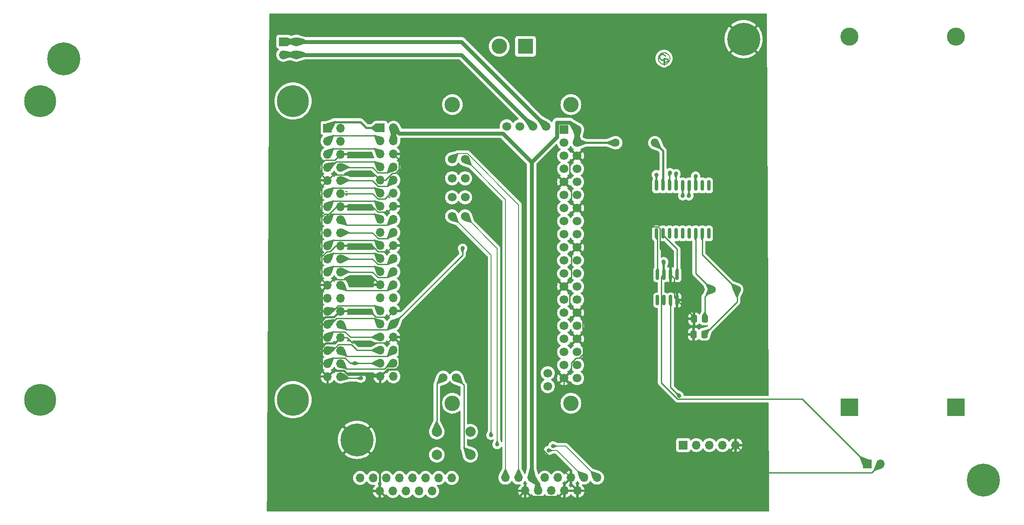
<source format=gbr>
%TF.GenerationSoftware,KiCad,Pcbnew,(7.0.0)*%
%TF.CreationDate,2023-03-30T12:23:11-04:00*%
%TF.ProjectId,headunit_pi4,68656164-756e-4697-945f-7069342e6b69,rev?*%
%TF.SameCoordinates,Original*%
%TF.FileFunction,Copper,L1,Top*%
%TF.FilePolarity,Positive*%
%FSLAX46Y46*%
G04 Gerber Fmt 4.6, Leading zero omitted, Abs format (unit mm)*
G04 Created by KiCad (PCBNEW (7.0.0)) date 2023-03-30 12:23:11*
%MOMM*%
%LPD*%
G01*
G04 APERTURE LIST*
G04 Aperture macros list*
%AMRoundRect*
0 Rectangle with rounded corners*
0 $1 Rounding radius*
0 $2 $3 $4 $5 $6 $7 $8 $9 X,Y pos of 4 corners*
0 Add a 4 corners polygon primitive as box body*
4,1,4,$2,$3,$4,$5,$6,$7,$8,$9,$2,$3,0*
0 Add four circle primitives for the rounded corners*
1,1,$1+$1,$2,$3*
1,1,$1+$1,$4,$5*
1,1,$1+$1,$6,$7*
1,1,$1+$1,$8,$9*
0 Add four rect primitives between the rounded corners*
20,1,$1+$1,$2,$3,$4,$5,0*
20,1,$1+$1,$4,$5,$6,$7,0*
20,1,$1+$1,$6,$7,$8,$9,0*
20,1,$1+$1,$8,$9,$2,$3,0*%
G04 Aperture macros list end*
%TA.AperFunction,EtchedComponent*%
%ADD10C,0.010000*%
%TD*%
%TA.AperFunction,ComponentPad*%
%ADD11O,1.700000X1.700000*%
%TD*%
%TA.AperFunction,ComponentPad*%
%ADD12R,1.700000X1.700000*%
%TD*%
%TA.AperFunction,ComponentPad*%
%ADD13C,0.800000*%
%TD*%
%TA.AperFunction,ComponentPad*%
%ADD14C,6.400000*%
%TD*%
%TA.AperFunction,ComponentPad*%
%ADD15R,3.000000X3.000000*%
%TD*%
%TA.AperFunction,ComponentPad*%
%ADD16C,3.000000*%
%TD*%
%TA.AperFunction,ComponentPad*%
%ADD17C,1.600000*%
%TD*%
%TA.AperFunction,ComponentPad*%
%ADD18O,1.600000X1.600000*%
%TD*%
%TA.AperFunction,ComponentPad*%
%ADD19C,1.500000*%
%TD*%
%TA.AperFunction,SMDPad,CuDef*%
%ADD20RoundRect,0.250000X0.337500X0.475000X-0.337500X0.475000X-0.337500X-0.475000X0.337500X-0.475000X0*%
%TD*%
%TA.AperFunction,ComponentPad*%
%ADD21C,6.200000*%
%TD*%
%TA.AperFunction,ComponentPad*%
%ADD22C,1.700000*%
%TD*%
%TA.AperFunction,WasherPad*%
%ADD23C,3.000000*%
%TD*%
%TA.AperFunction,ComponentPad*%
%ADD24C,3.500000*%
%TD*%
%TA.AperFunction,ComponentPad*%
%ADD25R,3.500000X3.500000*%
%TD*%
%TA.AperFunction,SMDPad,CuDef*%
%ADD26RoundRect,0.150000X-0.150000X0.825000X-0.150000X-0.825000X0.150000X-0.825000X0.150000X0.825000X0*%
%TD*%
%TA.AperFunction,SMDPad,CuDef*%
%ADD27RoundRect,0.150000X0.150000X-0.875000X0.150000X0.875000X-0.150000X0.875000X-0.150000X-0.875000X0*%
%TD*%
%TA.AperFunction,ComponentPad*%
%ADD28C,2.000000*%
%TD*%
%TA.AperFunction,ViaPad*%
%ADD29C,0.800000*%
%TD*%
%TA.AperFunction,Conductor*%
%ADD30C,0.250000*%
%TD*%
%TA.AperFunction,Conductor*%
%ADD31C,0.800000*%
%TD*%
%TA.AperFunction,Conductor*%
%ADD32C,0.400000*%
%TD*%
%TA.AperFunction,Conductor*%
%ADD33C,0.200000*%
%TD*%
G04 APERTURE END LIST*
%TO.C,H5*%
G36*
X154598541Y-75416319D02*
G01*
X154697573Y-75416319D01*
X154714277Y-75606219D01*
X154765288Y-75791438D01*
X154850486Y-75967231D01*
X154969752Y-76128856D01*
X155122967Y-76271566D01*
X155176715Y-76310796D01*
X155262732Y-76361013D01*
X155365895Y-76408035D01*
X155472179Y-76446619D01*
X155567560Y-76471522D01*
X155624166Y-76478072D01*
X155692958Y-76478519D01*
X155692958Y-75991686D01*
X155692958Y-75800379D01*
X155634749Y-75815917D01*
X155512412Y-75832251D01*
X155376978Y-75824256D01*
X155248622Y-75793781D01*
X155205774Y-75776633D01*
X155085410Y-75711438D01*
X154995302Y-75636385D01*
X154923407Y-75539906D01*
X154884603Y-75468143D01*
X154828849Y-75310615D01*
X154813538Y-75150149D01*
X154838855Y-74992300D01*
X154866385Y-74917051D01*
X154927595Y-74814853D01*
X155015304Y-74715658D01*
X155117140Y-74631093D01*
X155220727Y-74572781D01*
X155240893Y-74565181D01*
X155399393Y-74531578D01*
X155557168Y-74535765D01*
X155707474Y-74575147D01*
X155843568Y-74647126D01*
X155958708Y-74749108D01*
X156044098Y-74874440D01*
X156072703Y-74931965D01*
X156091218Y-74972187D01*
X156095124Y-74983271D01*
X156077362Y-74994537D01*
X156044174Y-75005051D01*
X155990888Y-75020106D01*
X155961419Y-75030043D01*
X155929976Y-75023643D01*
X155914951Y-74996043D01*
X155882137Y-74935917D01*
X155824498Y-74866982D01*
X155754023Y-74801335D01*
X155682699Y-74751072D01*
X155661208Y-74740009D01*
X155535489Y-74704798D01*
X155404642Y-74706812D01*
X155277809Y-74743422D01*
X155164136Y-74811999D01*
X155073398Y-74909004D01*
X155038808Y-74962296D01*
X155018366Y-75008308D01*
X155008398Y-75061518D01*
X155005229Y-75136403D01*
X155005041Y-75178315D01*
X155006754Y-75268877D01*
X155014033Y-75331409D01*
X155030086Y-75380145D01*
X155058120Y-75429323D01*
X155063430Y-75437426D01*
X155153718Y-75542943D01*
X155262259Y-75611373D01*
X155393558Y-75645270D01*
X155436618Y-75649011D01*
X155518806Y-75649707D01*
X155591829Y-75643851D01*
X155633610Y-75634618D01*
X155667648Y-75616639D01*
X155685966Y-75588014D01*
X155689888Y-75564499D01*
X155904624Y-75564499D01*
X155904624Y-75991686D01*
X156079249Y-75990491D01*
X156171851Y-75986817D01*
X156257500Y-75978192D01*
X156319958Y-75966346D01*
X156327406Y-75964032D01*
X156397874Y-75920020D01*
X156441341Y-75852414D01*
X156455226Y-75772201D01*
X156436949Y-75690368D01*
X156403912Y-75638324D01*
X156378989Y-75611791D01*
X156352646Y-75594267D01*
X156315553Y-75583492D01*
X156258380Y-75577208D01*
X156171798Y-75573157D01*
X156128746Y-75571717D01*
X155904624Y-75564499D01*
X155689888Y-75564499D01*
X155694665Y-75535857D01*
X155697110Y-75500518D01*
X155703541Y-75388436D01*
X156043760Y-75390960D01*
X156197895Y-75393770D01*
X156316374Y-75400775D01*
X156405801Y-75413709D01*
X156472783Y-75434311D01*
X156523925Y-75464314D01*
X156565833Y-75505457D01*
X156587666Y-75533920D01*
X156612270Y-75575467D01*
X156626683Y-75622895D01*
X156633385Y-75688780D01*
X156634874Y-75773175D01*
X156630173Y-75883309D01*
X156612546Y-75963906D01*
X156576707Y-76027066D01*
X156517372Y-76084890D01*
X156489157Y-76106794D01*
X156458434Y-76125718D01*
X156420115Y-76138908D01*
X156365611Y-76147730D01*
X156286337Y-76153549D01*
X156173706Y-76157731D01*
X156167673Y-76157904D01*
X155904624Y-76165372D01*
X155904624Y-76483230D01*
X155983999Y-76469606D01*
X156039689Y-76453974D01*
X156118630Y-76424256D01*
X156206556Y-76385975D01*
X156235263Y-76372330D01*
X156409211Y-76265135D01*
X156558411Y-76127547D01*
X156679247Y-75965295D01*
X156768105Y-75784110D01*
X156821368Y-75589723D01*
X156835958Y-75420186D01*
X156816220Y-75222772D01*
X156759860Y-75036332D01*
X156671159Y-74864602D01*
X156554397Y-74711315D01*
X156413855Y-74580206D01*
X156253812Y-74475010D01*
X156078550Y-74399459D01*
X155892348Y-74357290D01*
X155699488Y-74352236D01*
X155622252Y-74361313D01*
X155437012Y-74403887D01*
X155276195Y-74470794D01*
X155132821Y-74562639D01*
X154976205Y-74704785D01*
X154854492Y-74865971D01*
X154767561Y-75041451D01*
X154715295Y-75226481D01*
X154697573Y-75416319D01*
X154598541Y-75416319D01*
X154611927Y-75224900D01*
X154667628Y-75020658D01*
X154763473Y-74827760D01*
X154898835Y-74648289D01*
X154941541Y-74602948D01*
X155111445Y-74458070D01*
X155297588Y-74352256D01*
X155500423Y-74285317D01*
X155720404Y-74257065D01*
X155774219Y-74256019D01*
X155986892Y-74276405D01*
X156188956Y-74335330D01*
X156375923Y-74429445D01*
X156543307Y-74555400D01*
X156686619Y-74709847D01*
X156801372Y-74889435D01*
X156880233Y-75081519D01*
X156912024Y-75231223D01*
X156924074Y-75400341D01*
X156916395Y-75571291D01*
X156889004Y-75726492D01*
X156879684Y-75758852D01*
X156793255Y-75967522D01*
X156674396Y-76149576D01*
X156524678Y-76303622D01*
X156345673Y-76428266D01*
X156138951Y-76522114D01*
X155962833Y-76572304D01*
X155920217Y-76590098D01*
X155905450Y-76627239D01*
X155904624Y-76648255D01*
X155902279Y-76685609D01*
X155887965Y-76704235D01*
X155850763Y-76710646D01*
X155798791Y-76711352D01*
X155736110Y-76709863D01*
X155704850Y-76701286D01*
X155694108Y-76679457D01*
X155692958Y-76651511D01*
X155690408Y-76619476D01*
X155676631Y-76599038D01*
X155642432Y-76584665D01*
X155578619Y-76570826D01*
X155550083Y-76565541D01*
X155346989Y-76507543D01*
X155158992Y-76413025D01*
X154990678Y-76286475D01*
X154846638Y-76132383D01*
X154731457Y-75955235D01*
X154649726Y-75759521D01*
X154623466Y-75659091D01*
X154596997Y-75438405D01*
X154598541Y-75416319D01*
G37*
D10*
X154598541Y-75416319D02*
X154697573Y-75416319D01*
X154714277Y-75606219D01*
X154765288Y-75791438D01*
X154850486Y-75967231D01*
X154969752Y-76128856D01*
X155122967Y-76271566D01*
X155176715Y-76310796D01*
X155262732Y-76361013D01*
X155365895Y-76408035D01*
X155472179Y-76446619D01*
X155567560Y-76471522D01*
X155624166Y-76478072D01*
X155692958Y-76478519D01*
X155692958Y-75991686D01*
X155692958Y-75800379D01*
X155634749Y-75815917D01*
X155512412Y-75832251D01*
X155376978Y-75824256D01*
X155248622Y-75793781D01*
X155205774Y-75776633D01*
X155085410Y-75711438D01*
X154995302Y-75636385D01*
X154923407Y-75539906D01*
X154884603Y-75468143D01*
X154828849Y-75310615D01*
X154813538Y-75150149D01*
X154838855Y-74992300D01*
X154866385Y-74917051D01*
X154927595Y-74814853D01*
X155015304Y-74715658D01*
X155117140Y-74631093D01*
X155220727Y-74572781D01*
X155240893Y-74565181D01*
X155399393Y-74531578D01*
X155557168Y-74535765D01*
X155707474Y-74575147D01*
X155843568Y-74647126D01*
X155958708Y-74749108D01*
X156044098Y-74874440D01*
X156072703Y-74931965D01*
X156091218Y-74972187D01*
X156095124Y-74983271D01*
X156077362Y-74994537D01*
X156044174Y-75005051D01*
X155990888Y-75020106D01*
X155961419Y-75030043D01*
X155929976Y-75023643D01*
X155914951Y-74996043D01*
X155882137Y-74935917D01*
X155824498Y-74866982D01*
X155754023Y-74801335D01*
X155682699Y-74751072D01*
X155661208Y-74740009D01*
X155535489Y-74704798D01*
X155404642Y-74706812D01*
X155277809Y-74743422D01*
X155164136Y-74811999D01*
X155073398Y-74909004D01*
X155038808Y-74962296D01*
X155018366Y-75008308D01*
X155008398Y-75061518D01*
X155005229Y-75136403D01*
X155005041Y-75178315D01*
X155006754Y-75268877D01*
X155014033Y-75331409D01*
X155030086Y-75380145D01*
X155058120Y-75429323D01*
X155063430Y-75437426D01*
X155153718Y-75542943D01*
X155262259Y-75611373D01*
X155393558Y-75645270D01*
X155436618Y-75649011D01*
X155518806Y-75649707D01*
X155591829Y-75643851D01*
X155633610Y-75634618D01*
X155667648Y-75616639D01*
X155685966Y-75588014D01*
X155689888Y-75564499D01*
X155904624Y-75564499D01*
X155904624Y-75991686D01*
X156079249Y-75990491D01*
X156171851Y-75986817D01*
X156257500Y-75978192D01*
X156319958Y-75966346D01*
X156327406Y-75964032D01*
X156397874Y-75920020D01*
X156441341Y-75852414D01*
X156455226Y-75772201D01*
X156436949Y-75690368D01*
X156403912Y-75638324D01*
X156378989Y-75611791D01*
X156352646Y-75594267D01*
X156315553Y-75583492D01*
X156258380Y-75577208D01*
X156171798Y-75573157D01*
X156128746Y-75571717D01*
X155904624Y-75564499D01*
X155689888Y-75564499D01*
X155694665Y-75535857D01*
X155697110Y-75500518D01*
X155703541Y-75388436D01*
X156043760Y-75390960D01*
X156197895Y-75393770D01*
X156316374Y-75400775D01*
X156405801Y-75413709D01*
X156472783Y-75434311D01*
X156523925Y-75464314D01*
X156565833Y-75505457D01*
X156587666Y-75533920D01*
X156612270Y-75575467D01*
X156626683Y-75622895D01*
X156633385Y-75688780D01*
X156634874Y-75773175D01*
X156630173Y-75883309D01*
X156612546Y-75963906D01*
X156576707Y-76027066D01*
X156517372Y-76084890D01*
X156489157Y-76106794D01*
X156458434Y-76125718D01*
X156420115Y-76138908D01*
X156365611Y-76147730D01*
X156286337Y-76153549D01*
X156173706Y-76157731D01*
X156167673Y-76157904D01*
X155904624Y-76165372D01*
X155904624Y-76483230D01*
X155983999Y-76469606D01*
X156039689Y-76453974D01*
X156118630Y-76424256D01*
X156206556Y-76385975D01*
X156235263Y-76372330D01*
X156409211Y-76265135D01*
X156558411Y-76127547D01*
X156679247Y-75965295D01*
X156768105Y-75784110D01*
X156821368Y-75589723D01*
X156835958Y-75420186D01*
X156816220Y-75222772D01*
X156759860Y-75036332D01*
X156671159Y-74864602D01*
X156554397Y-74711315D01*
X156413855Y-74580206D01*
X156253812Y-74475010D01*
X156078550Y-74399459D01*
X155892348Y-74357290D01*
X155699488Y-74352236D01*
X155622252Y-74361313D01*
X155437012Y-74403887D01*
X155276195Y-74470794D01*
X155132821Y-74562639D01*
X154976205Y-74704785D01*
X154854492Y-74865971D01*
X154767561Y-75041451D01*
X154715295Y-75226481D01*
X154697573Y-75416319D01*
X154598541Y-75416319D01*
X154611927Y-75224900D01*
X154667628Y-75020658D01*
X154763473Y-74827760D01*
X154898835Y-74648289D01*
X154941541Y-74602948D01*
X155111445Y-74458070D01*
X155297588Y-74352256D01*
X155500423Y-74285317D01*
X155720404Y-74257065D01*
X155774219Y-74256019D01*
X155986892Y-74276405D01*
X156188956Y-74335330D01*
X156375923Y-74429445D01*
X156543307Y-74555400D01*
X156686619Y-74709847D01*
X156801372Y-74889435D01*
X156880233Y-75081519D01*
X156912024Y-75231223D01*
X156924074Y-75400341D01*
X156916395Y-75571291D01*
X156889004Y-75726492D01*
X156879684Y-75758852D01*
X156793255Y-75967522D01*
X156674396Y-76149576D01*
X156524678Y-76303622D01*
X156345673Y-76428266D01*
X156138951Y-76522114D01*
X155962833Y-76572304D01*
X155920217Y-76590098D01*
X155905450Y-76627239D01*
X155904624Y-76648255D01*
X155902279Y-76685609D01*
X155887965Y-76704235D01*
X155850763Y-76710646D01*
X155798791Y-76711352D01*
X155736110Y-76709863D01*
X155704850Y-76701286D01*
X155694108Y-76679457D01*
X155692958Y-76651511D01*
X155690408Y-76619476D01*
X155676631Y-76599038D01*
X155642432Y-76584665D01*
X155578619Y-76570826D01*
X155550083Y-76565541D01*
X155346989Y-76507543D01*
X155158992Y-76413025D01*
X154990678Y-76286475D01*
X154846638Y-76132383D01*
X154731457Y-75955235D01*
X154649726Y-75759521D01*
X154623466Y-75659091D01*
X154596997Y-75438405D01*
X154598541Y-75416319D01*
%TD*%
D11*
%TO.P,J4,2,Pin_2*%
%TO.N,GND*%
X197739999Y-154199999D03*
D12*
%TO.P,J4,1,Pin_1*%
%TO.N,VCC*%
X195199999Y-154199999D03*
%TD*%
D13*
%TO.P,H4,1,1*%
%TO.N,GND*%
X96200000Y-147100000D03*
X97897056Y-151197056D03*
X97897056Y-147802944D03*
X98600000Y-149500000D03*
D14*
X96200000Y-149500000D03*
D13*
X96200000Y-151900000D03*
X94502944Y-147802944D03*
X94502944Y-151197056D03*
X93800000Y-149500000D03*
%TD*%
%TO.P,H3,1,1*%
%TO.N,GND*%
X217700000Y-154900000D03*
X219397056Y-158997056D03*
X219397056Y-155602944D03*
X220100000Y-157300000D03*
D14*
X217700000Y-157300000D03*
D13*
X217700000Y-159700000D03*
X216002944Y-155602944D03*
X216002944Y-158997056D03*
X215300000Y-157300000D03*
%TD*%
%TO.P,H2,1,1*%
%TO.N,GND*%
X171200000Y-69300000D03*
X172897056Y-73397056D03*
X172897056Y-70002944D03*
X173600000Y-71700000D03*
D14*
X171200000Y-71700000D03*
D13*
X171200000Y-74100000D03*
X169502944Y-70002944D03*
X169502944Y-73397056D03*
X168800000Y-71700000D03*
%TD*%
%TO.P,H1,1,1*%
%TO.N,GND*%
X39297056Y-73102944D03*
X40994112Y-77200000D03*
X40994112Y-73805888D03*
X41697056Y-75502944D03*
D14*
X39297056Y-75502944D03*
D13*
X39297056Y-77902944D03*
X37600000Y-73805888D03*
X37600000Y-77200000D03*
X36897056Y-75502944D03*
%TD*%
D12*
%TO.P,J8,1,VBUS*%
%TO.N,unconnected-(J8-VBUS-Pad1)*%
X159499999Y-150499999D03*
D11*
%TO.P,J8,2,D-*%
%TO.N,Net-(J8-D-)*%
X162039999Y-150499999D03*
%TO.P,J8,3,D+*%
%TO.N,Net-(J8-D+)*%
X164579999Y-150499999D03*
%TO.P,J8,4,ID*%
%TO.N,unconnected-(J8-ID-Pad4)*%
X167119999Y-150499999D03*
%TO.P,J8,5,GND*%
%TO.N,GND*%
X169659999Y-150499999D03*
%TD*%
D15*
%TO.P,J3,1,Pin_1*%
%TO.N,Net-(J3-Pin_1)*%
X128899999Y-73099999D03*
D16*
%TO.P,J3,2,Pin_2*%
%TO.N,Net-(J3-Pin_2)*%
X123820000Y-73100000D03*
%TD*%
D12*
%TO.P,J6,1,Pin_1*%
%TO.N,+3.3V*%
X100749999Y-88909999D03*
D11*
%TO.P,J6,2,Pin_2*%
%TO.N,VCC*%
X103289999Y-88909999D03*
%TO.P,J6,3,Pin_3*%
%TO.N,SDA1*%
X100749999Y-91449999D03*
%TO.P,J6,4,Pin_4*%
%TO.N,VCC*%
X103289999Y-91449999D03*
%TO.P,J6,5,Pin_5*%
%TO.N,SCL1*%
X100749999Y-93989999D03*
%TO.P,J6,6,Pin_6*%
%TO.N,GND*%
X103289999Y-93989999D03*
%TO.P,J6,7,Pin_7*%
%TO.N,GPIO4*%
X100749999Y-96529999D03*
%TO.P,J6,8,Pin_8*%
%TO.N,TX0*%
X103289999Y-96529999D03*
%TO.P,J6,9,Pin_9*%
%TO.N,GND*%
X100749999Y-99069999D03*
%TO.P,J6,10,Pin_10*%
%TO.N,RX0*%
X103289999Y-99069999D03*
%TO.P,J6,11,Pin_11*%
%TO.N,GPIO17*%
X100749999Y-101609999D03*
%TO.P,J6,12,Pin_12*%
%TO.N,GPIO18*%
X103289999Y-101609999D03*
%TO.P,J6,13,Pin_13*%
%TO.N,MCP_PWR*%
X100749999Y-104149999D03*
%TO.P,J6,14,Pin_14*%
%TO.N,GND*%
X103289999Y-104149999D03*
%TO.P,J6,15,Pin_15*%
%TO.N,GPIO22*%
X100749999Y-106689999D03*
%TO.P,J6,16,Pin_16*%
%TO.N,GPIO23*%
X103289999Y-106689999D03*
%TO.P,J6,17,Pin_17*%
%TO.N,unconnected-(J6-Pin_17-Pad17)*%
X100749999Y-109229999D03*
%TO.P,J6,18,Pin_18*%
%TO.N,GPIO24*%
X103289999Y-109229999D03*
%TO.P,J6,19,Pin_19*%
%TO.N,SPI0_MOSI*%
X100749999Y-111769999D03*
%TO.P,J6,20,Pin_20*%
%TO.N,GND*%
X103289999Y-111769999D03*
%TO.P,J6,21,Pin_21*%
%TO.N,SPI0_MISO*%
X100749999Y-114309999D03*
%TO.P,J6,22,Pin_22*%
%TO.N,GPIO25*%
X103289999Y-114309999D03*
%TO.P,J6,23,Pin_23*%
%TO.N,SPI0_SCLK*%
X100749999Y-116849999D03*
%TO.P,J6,24,Pin_24*%
%TO.N,SPI0_CE0*%
X103289999Y-116849999D03*
%TO.P,J6,25,Pin_25*%
%TO.N,GND*%
X100749999Y-119389999D03*
%TO.P,J6,26,Pin_26*%
%TO.N,GPIO7*%
X103289999Y-119389999D03*
%TO.P,J6,27,Pin_27*%
%TO.N,unconnected-(J6-Pin_27-Pad27)*%
X100749999Y-121929999D03*
%TO.P,J6,28,Pin_28*%
%TO.N,unconnected-(J6-Pin_28-Pad28)*%
X103289999Y-121929999D03*
%TO.P,J6,29,Pin_29*%
%TO.N,Expansion_5*%
X100749999Y-124469999D03*
%TO.P,J6,30,Pin_30*%
%TO.N,GND*%
X103289999Y-124469999D03*
%TO.P,J6,31,Pin_31*%
%TO.N,Expansion_6*%
X100749999Y-127009999D03*
%TO.P,J6,32,Pin_32*%
%TO.N,CAN_INT*%
X103289999Y-127009999D03*
%TO.P,J6,33,Pin_33*%
%TO.N,Scrn_Brightness*%
X100749999Y-129549999D03*
%TO.P,J6,34,Pin_34*%
%TO.N,GND*%
X103289999Y-129549999D03*
%TO.P,J6,35,Pin_35*%
%TO.N,Expansion_7*%
X100749999Y-132089999D03*
%TO.P,J6,36,Pin_36*%
%TO.N,Expansion_4*%
X103289999Y-132089999D03*
%TO.P,J6,37,Pin_37*%
%TO.N,AMFM_button*%
X100749999Y-134629999D03*
%TO.P,J6,38,Pin_38*%
%TO.N,CD_button*%
X103289999Y-134629999D03*
%TO.P,J6,39,Pin_39*%
%TO.N,GND*%
X100749999Y-137169999D03*
%TO.P,J6,40,Pin_40*%
%TO.N,SCAN_button*%
X103289999Y-137169999D03*
%TD*%
D12*
%TO.P,J7,1,Pin_1*%
%TO.N,+3.3V*%
X90509999Y-88939999D03*
D11*
%TO.P,J7,2,Pin_2*%
%TO.N,VCC*%
X93049999Y-88939999D03*
%TO.P,J7,3,Pin_3*%
%TO.N,SDA1*%
X90509999Y-91479999D03*
%TO.P,J7,4,Pin_4*%
%TO.N,VCC*%
X93049999Y-91479999D03*
%TO.P,J7,5,Pin_5*%
%TO.N,SCL1*%
X90509999Y-94019999D03*
%TO.P,J7,6,Pin_6*%
%TO.N,GND*%
X93049999Y-94019999D03*
%TO.P,J7,7,Pin_7*%
%TO.N,GPIO4*%
X90509999Y-96559999D03*
%TO.P,J7,8,Pin_8*%
%TO.N,TX0*%
X93049999Y-96559999D03*
%TO.P,J7,9,Pin_9*%
%TO.N,GND*%
X90509999Y-99099999D03*
%TO.P,J7,10,Pin_10*%
%TO.N,RX0*%
X93049999Y-99099999D03*
%TO.P,J7,11,Pin_11*%
%TO.N,GPIO17*%
X90509999Y-101639999D03*
%TO.P,J7,12,Pin_12*%
%TO.N,GPIO18*%
X93049999Y-101639999D03*
%TO.P,J7,13,Pin_13*%
%TO.N,MCP_PWR*%
X90509999Y-104179999D03*
%TO.P,J7,14,Pin_14*%
%TO.N,GND*%
X93049999Y-104179999D03*
%TO.P,J7,15,Pin_15*%
%TO.N,GPIO22*%
X90509999Y-106719999D03*
%TO.P,J7,16,Pin_16*%
%TO.N,GPIO23*%
X93049999Y-106719999D03*
%TO.P,J7,17,Pin_17*%
%TO.N,unconnected-(J7-Pin_17-Pad17)*%
X90509999Y-109259999D03*
%TO.P,J7,18,Pin_18*%
%TO.N,GPIO24*%
X93049999Y-109259999D03*
%TO.P,J7,19,Pin_19*%
%TO.N,SPI0_MOSI*%
X90509999Y-111799999D03*
%TO.P,J7,20,Pin_20*%
%TO.N,GND*%
X93049999Y-111799999D03*
%TO.P,J7,21,Pin_21*%
%TO.N,SPI0_MISO*%
X90509999Y-114339999D03*
%TO.P,J7,22,Pin_22*%
%TO.N,GPIO25*%
X93049999Y-114339999D03*
%TO.P,J7,23,Pin_23*%
%TO.N,SPI0_SCLK*%
X90509999Y-116879999D03*
%TO.P,J7,24,Pin_24*%
%TO.N,SPI0_CE0*%
X93049999Y-116879999D03*
%TO.P,J7,25,Pin_25*%
%TO.N,GND*%
X90509999Y-119419999D03*
%TO.P,J7,26,Pin_26*%
%TO.N,GPIO7*%
X93049999Y-119419999D03*
%TO.P,J7,27,Pin_27*%
%TO.N,unconnected-(J7-Pin_27-Pad27)*%
X90509999Y-121959999D03*
%TO.P,J7,28,Pin_28*%
%TO.N,unconnected-(J7-Pin_28-Pad28)*%
X93049999Y-121959999D03*
%TO.P,J7,29,Pin_29*%
%TO.N,Expansion_5*%
X90509999Y-124499999D03*
%TO.P,J7,30,Pin_30*%
%TO.N,GND*%
X93049999Y-124499999D03*
%TO.P,J7,31,Pin_31*%
%TO.N,Expansion_6*%
X90509999Y-127039999D03*
%TO.P,J7,32,Pin_32*%
%TO.N,CAN_INT*%
X93049999Y-127039999D03*
%TO.P,J7,33,Pin_33*%
%TO.N,Scrn_Brightness*%
X90509999Y-129579999D03*
%TO.P,J7,34,Pin_34*%
%TO.N,GND*%
X93049999Y-129579999D03*
%TO.P,J7,35,Pin_35*%
%TO.N,Expansion_7*%
X90509999Y-132119999D03*
%TO.P,J7,36,Pin_36*%
%TO.N,Expansion_4*%
X93049999Y-132119999D03*
%TO.P,J7,37,Pin_37*%
%TO.N,AMFM_button*%
X90509999Y-134659999D03*
%TO.P,J7,38,Pin_38*%
%TO.N,CD_button*%
X93049999Y-134659999D03*
%TO.P,J7,39,Pin_39*%
%TO.N,GND*%
X90509999Y-137199999D03*
%TO.P,J7,40,Pin_40*%
%TO.N,SCAN_button*%
X93049999Y-137199999D03*
%TD*%
D17*
%TO.P,R1,1*%
%TO.N,VCC*%
X146380000Y-91800000D03*
D18*
%TO.P,R1,2*%
%TO.N,Net-(U3-~{RESET})*%
X153999999Y-91799999D03*
%TD*%
D19*
%TO.P,Y1,2,2*%
%TO.N,Net-(U3-OSC1)*%
X169930000Y-120300000D03*
%TO.P,Y1,1,1*%
%TO.N,Net-(U3-OSC2)*%
X165050000Y-120300000D03*
%TD*%
D20*
%TO.P,C2,1*%
%TO.N,Net-(U3-OSC2)*%
X163675000Y-126000000D03*
%TO.P,C2,2*%
%TO.N,GND*%
X161600000Y-126000000D03*
%TD*%
%TO.P,C1,1*%
%TO.N,Net-(U3-OSC1)*%
X163600000Y-129000000D03*
%TO.P,C1,2*%
%TO.N,GND*%
X161525000Y-129000000D03*
%TD*%
D21*
%TO.P,U1,S1,SHIELD*%
%TO.N,Net-(U1-SHIELD-PadS1)*%
X83800000Y-83700000D03*
%TO.P,U1,S2,SHIELD*%
X83800000Y-141700000D03*
%TO.P,U1,S3,SHIELD*%
X34800000Y-141700000D03*
%TO.P,U1,S4,SHIELD*%
X34800000Y-83700000D03*
%TD*%
D11*
%TO.P,J1,1*%
%TO.N,AMFM_button*%
X110789999Y-159439999D03*
%TO.P,J1,2*%
%TO.N,SCAN_button*%
X109519999Y-156899999D03*
%TO.P,J1,3*%
%TO.N,CD_button*%
X108249999Y-159439999D03*
%TO.P,J1,4*%
%TO.N,Scrn_Brightness*%
X106979999Y-156899999D03*
%TO.P,J1,5*%
%TO.N,Expansion_7*%
X105709999Y-159439999D03*
%TO.P,J1,6*%
%TO.N,Expansion_6*%
X104439999Y-156899999D03*
%TO.P,J1,7*%
%TO.N,Expansion_5*%
X103169999Y-159439999D03*
%TO.P,J1,8*%
%TO.N,Expansion_4*%
X101899999Y-156899999D03*
%TO.P,J1,9*%
%TO.N,unconnected-(J1-Pad9)*%
X114599999Y-156899999D03*
%TO.P,J1,10*%
%TO.N,unconnected-(J1-Pad10)*%
X112059999Y-156899999D03*
%TO.P,J1,11*%
%TO.N,unconnected-(J1-Pad11)*%
X99359999Y-156899999D03*
%TO.P,J1,12*%
%TO.N,unconnected-(J1-Pad12)*%
X96819999Y-156899999D03*
%TO.P,J1,SH*%
%TO.N,GND*%
X100629999Y-159439999D03*
%TD*%
D22*
%TO.P,U4,btn-,BTN-*%
%TO.N,Net-(U4-BTN-)*%
X112945000Y-137400000D03*
%TO.P,U4,btn+,BTN+*%
%TO.N,Net-(U4-BTN+)*%
X115485000Y-137400000D03*
%TO.P,U4,Vout-,Vout-*%
%TO.N,Net-(J5-Pin_3)*%
X130345000Y-88600000D03*
%TO.P,U4,Vout+,Vout+*%
%TO.N,Net-(J5-Pin_1)*%
X132885000Y-88600000D03*
%TO.P,U4,Vcar-,12VGND*%
%TO.N,Net-(J3-Pin_1)*%
X127785000Y-88600000D03*
%TO.P,U4,Vcar+,12V+*%
%TO.N,Net-(J3-Pin_2)*%
X125245000Y-88600000D03*
%TO.P,U4,Vbsw-*%
%TO.N,N/C*%
X114645000Y-98700000D03*
%TO.P,U4,Vbsw+*%
X117185000Y-98700000D03*
%TO.P,U4,Pled-,PowerLED-*%
%TO.N,PwrLED-*%
X114645000Y-95000000D03*
%TO.P,U4,Pled+,PowerLED+*%
%TO.N,PwrLED+*%
X117185000Y-95000000D03*
%TO.P,U4,Mpp-*%
%TO.N,N/C*%
X114645000Y-102400000D03*
%TO.P,U4,Mpp+*%
X117185000Y-102400000D03*
%TO.P,U4,Cled-,ChargeLED-*%
%TO.N,ChargeLED-*%
X114645000Y-106100000D03*
%TO.P,U4,Cled+,ChargeLED+*%
%TO.N,ChargeLED+*%
X117185000Y-106100000D03*
%TO.P,U4,B-,Bat-*%
%TO.N,Net-(BT1--)*%
X133215000Y-136530000D03*
%TO.P,U4,B+,Bat+*%
%TO.N,Net-(BT1-+)*%
X133215000Y-139070000D03*
%TO.P,U4,40*%
%TO.N,N/C*%
X138929000Y-137518000D03*
%TO.P,U4,39,GND*%
%TO.N,GND*%
X136389000Y-137518000D03*
%TO.P,U4,38*%
%TO.N,N/C*%
X138929000Y-134978000D03*
%TO.P,U4,37*%
X136389000Y-134978000D03*
%TO.P,U4,36*%
X138929000Y-132438000D03*
%TO.P,U4,35*%
X136389000Y-132438000D03*
%TO.P,U4,34,GND*%
%TO.N,GND*%
X138929000Y-129898000D03*
%TO.P,U4,33*%
%TO.N,N/C*%
X136389000Y-129898000D03*
%TO.P,U4,32*%
X138929000Y-127358000D03*
%TO.P,U4,31*%
X136389000Y-127358000D03*
%TO.P,U4,30,GND*%
%TO.N,GND*%
X138929000Y-124818000D03*
%TO.P,U4,29*%
%TO.N,N/C*%
X136389000Y-124818000D03*
%TO.P,U4,28*%
X138929000Y-122278000D03*
%TO.P,U4,27*%
X136389000Y-122278000D03*
%TO.P,U4,26*%
X138929000Y-119738000D03*
%TO.P,U4,25,GND*%
%TO.N,GND*%
X136389000Y-119738000D03*
%TO.P,U4,24*%
%TO.N,N/C*%
X138929000Y-117198000D03*
%TO.P,U4,23*%
X136365000Y-117180000D03*
%TO.P,U4,22*%
X138905000Y-114640000D03*
%TO.P,U4,21*%
X136365000Y-114640000D03*
%TO.P,U4,20,GND*%
%TO.N,GND*%
X138905000Y-112100000D03*
%TO.P,U4,19*%
%TO.N,N/C*%
X136365000Y-112100000D03*
%TO.P,U4,18*%
X138929000Y-109578000D03*
%TO.P,U4,17*%
X136389000Y-109578000D03*
%TO.P,U4,16*%
X138929000Y-107038000D03*
%TO.P,U4,15*%
X136389000Y-107038000D03*
%TO.P,U4,14,GND*%
%TO.N,GND*%
X138929000Y-104498000D03*
%TO.P,U4,13*%
%TO.N,N/C*%
X136389000Y-104498000D03*
%TO.P,U4,12*%
X138929000Y-101958000D03*
%TO.P,U4,11*%
X136389000Y-101958000D03*
%TO.P,U4,10*%
X138929000Y-99418000D03*
%TO.P,U4,9,GND*%
%TO.N,GND*%
X136389000Y-99418000D03*
%TO.P,U4,8,TX0*%
%TO.N,TX0*%
X138929000Y-96878000D03*
%TO.P,U4,7*%
%TO.N,N/C*%
X136389000Y-96878000D03*
%TO.P,U4,6,GND*%
%TO.N,GND*%
X138929000Y-94338000D03*
%TO.P,U4,5,SCL*%
%TO.N,SCL1*%
X136389000Y-94338000D03*
%TO.P,U4,4,VCC*%
%TO.N,VCC*%
X138929000Y-91798000D03*
%TO.P,U4,3,SDA*%
%TO.N,SDA1*%
X136389000Y-91798000D03*
%TO.P,U4,2,VCC*%
%TO.N,VCC*%
X138929000Y-89258000D03*
D12*
%TO.P,U4,1*%
%TO.N,N/C*%
X136388999Y-89257999D03*
D23*
%TO.P,U4,*%
%TO.N,*%
X114715000Y-142400000D03*
X137715000Y-142400000D03*
X114715000Y-84400000D03*
X137715000Y-84400000D03*
%TD*%
D24*
%TO.P,BT1,2,-*%
%TO.N,Net-(BT1--)*%
X212350000Y-71200000D03*
D25*
%TO.P,BT1,1,+*%
%TO.N,Net-(BT1-+)*%
X212349999Y-143199999D03*
%TD*%
D12*
%TO.P,J5,1,Pin_1*%
%TO.N,Net-(J5-Pin_1)*%
X81924999Y-72174999D03*
D11*
%TO.P,J5,2,Pin_2*%
X84464999Y-72174999D03*
%TO.P,J5,3,Pin_3*%
%TO.N,Net-(J5-Pin_3)*%
X81924999Y-74714999D03*
%TO.P,J5,4,Pin_4*%
X84464999Y-74714999D03*
%TD*%
%TO.P,J2,1*%
%TO.N,GND*%
X138979999Y-159379999D03*
%TO.P,J2,2*%
X137709999Y-156839999D03*
%TO.P,J2,3*%
X136439999Y-159379999D03*
%TO.P,J2,4*%
%TO.N,Net-(J8-D-)*%
X135169999Y-156839999D03*
%TO.P,J2,5*%
%TO.N,Net-(J8-D+)*%
X133899999Y-159379999D03*
%TO.P,J2,6*%
%TO.N,LSCAN*%
X132629999Y-156839999D03*
%TO.P,J2,7*%
%TO.N,VCC*%
X131359999Y-159379999D03*
%TO.P,J2,8*%
X130089999Y-156839999D03*
%TO.P,J2,9*%
%TO.N,ChargeLED-*%
X142789999Y-156839999D03*
%TO.P,J2,10*%
%TO.N,ChargeLED+*%
X140249999Y-156839999D03*
%TO.P,J2,11*%
%TO.N,PwrLED-*%
X127549999Y-156839999D03*
%TO.P,J2,12*%
%TO.N,PwrLED+*%
X125009999Y-156839999D03*
%TO.P,J2,SH*%
%TO.N,GND*%
X128819999Y-159379999D03*
%TD*%
D26*
%TO.P,U2,1,TXD*%
%TO.N,Net-(U2-TXD)*%
X158305000Y-117425000D03*
%TO.P,U2,2,GND*%
%TO.N,GND*%
X157035000Y-117425000D03*
%TO.P,U2,3,VCC*%
%TO.N,VCC*%
X155765000Y-117425000D03*
%TO.P,U2,4,RXD*%
%TO.N,Net-(U2-RXD)*%
X154495000Y-117425000D03*
%TO.P,U2,5,NC*%
%TO.N,unconnected-(U2-NC-Pad5)*%
X154495000Y-122375000D03*
%TO.P,U2,6,CANL*%
%TO.N,unconnected-(U2-CANL-Pad6)*%
X155765000Y-122375000D03*
%TO.P,U2,7,CANH*%
%TO.N,LSCAN*%
X157035000Y-122375000D03*
%TO.P,U2,8,S*%
%TO.N,GND*%
X158305000Y-122375000D03*
%TD*%
D27*
%TO.P,U3,1,TXCAN*%
%TO.N,Net-(U2-RXD)*%
X154290000Y-109400000D03*
%TO.P,U3,2,RXCAN*%
%TO.N,Net-(U2-TXD)*%
X155560000Y-109400000D03*
%TO.P,U3,3,CLKOUT/SOF*%
%TO.N,unconnected-(U3-CLKOUT{slash}SOF-Pad3)*%
X156830000Y-109400000D03*
%TO.P,U3,4,~{TX0RTS}*%
%TO.N,unconnected-(U3-~{TX0RTS}-Pad4)*%
X158100000Y-109400000D03*
%TO.P,U3,5,~{TX1RTS}*%
%TO.N,unconnected-(U3-~{TX1RTS}-Pad5)*%
X159370000Y-109400000D03*
%TO.P,U3,6,~{TX2RTS}*%
%TO.N,unconnected-(U3-~{TX2RTS}-Pad6)*%
X160640000Y-109400000D03*
%TO.P,U3,7,OSC2*%
%TO.N,Net-(U3-OSC2)*%
X161910000Y-109400000D03*
%TO.P,U3,8,OSC1*%
%TO.N,Net-(U3-OSC1)*%
X163180000Y-109400000D03*
%TO.P,U3,9,VSS*%
%TO.N,unconnected-(U3-VSS-Pad9)*%
X164450000Y-109400000D03*
%TO.P,U3,10,~{RX1BF}*%
%TO.N,unconnected-(U3-~{RX1BF}-Pad10)*%
X164450000Y-100100000D03*
%TO.P,U3,11,~{RX0BF}*%
%TO.N,unconnected-(U3-~{RX0BF}-Pad11)*%
X163180000Y-100100000D03*
%TO.P,U3,12,~{INT}*%
%TO.N,CAN_INT*%
X161910000Y-100100000D03*
%TO.P,U3,13,SCK*%
%TO.N,SPI0_SCLK*%
X160640000Y-100100000D03*
%TO.P,U3,14,SI*%
%TO.N,SPI0_MOSI*%
X159370000Y-100100000D03*
%TO.P,U3,15,SO*%
%TO.N,SPI0_MISO*%
X158100000Y-100100000D03*
%TO.P,U3,16,~{CS}*%
%TO.N,SPI0_CE0*%
X156830000Y-100100000D03*
%TO.P,U3,17,~{RESET}*%
%TO.N,Net-(U3-~{RESET})*%
X155560000Y-100100000D03*
%TO.P,U3,18,VDD*%
%TO.N,MCP_PWR*%
X154290000Y-100100000D03*
%TD*%
D28*
%TO.P,SW1,1,1*%
%TO.N,Net-(U4-BTN-)*%
X111700000Y-147900000D03*
X118200000Y-147900000D03*
%TO.P,SW1,2,2*%
%TO.N,Net-(U4-BTN+)*%
X111700000Y-152400000D03*
X118200000Y-152400000D03*
%TD*%
D25*
%TO.P,BT2,1,+*%
%TO.N,Net-(BT1-+)*%
X191749999Y-143199999D03*
D24*
%TO.P,BT2,2,-*%
%TO.N,Net-(BT1--)*%
X191750000Y-71200000D03*
%TD*%
D29*
%TO.N,SPI0_CE0*%
X156900000Y-97600000D03*
%TO.N,SPI0_MOSI*%
X159400000Y-102100000D03*
%TO.N,SPI0_SCLK*%
X160600000Y-102100000D03*
%TO.N,CAN_INT*%
X161900000Y-98300000D03*
X116700000Y-112300000D03*
%TO.N,SPI0_MISO*%
X158100000Y-97800000D03*
%TO.N,MCP_PWR*%
X154300000Y-98000000D03*
%TO.N,ChargeLED-*%
X122200000Y-148600000D03*
X134210681Y-150710681D03*
%TO.N,ChargeLED+*%
X133360681Y-151560681D03*
X123400000Y-150400000D03*
%TO.N,AMFM_button*%
X95800000Y-134630000D03*
%TO.N,SCAN_button*%
X97000000Y-137512433D03*
%TO.N,VCC*%
X155700000Y-114900000D03*
%TO.N,LSCAN*%
X158700000Y-140949000D03*
%TD*%
D30*
%TO.N,VCC*%
X155200000Y-117990000D02*
X155765000Y-117425000D01*
X155200000Y-138400000D02*
X155200000Y-117990000D01*
X158400500Y-141600500D02*
X155200000Y-138400000D01*
X182600500Y-141600500D02*
X158400500Y-141600500D01*
X195200000Y-154200000D02*
X182600500Y-141600500D01*
%TO.N,LSCAN*%
X157035000Y-139284000D02*
X158700000Y-140949000D01*
X157035000Y-122375000D02*
X157035000Y-139284000D01*
D31*
%TO.N,Net-(J5-Pin_3)*%
X130345000Y-88600000D02*
X116460000Y-74715000D01*
X116460000Y-74715000D02*
X84465000Y-74715000D01*
%TO.N,Net-(J5-Pin_1)*%
X116460000Y-72175000D02*
X132885000Y-88600000D01*
X84465000Y-72175000D02*
X116460000Y-72175000D01*
%TO.N,Net-(J5-Pin_3)*%
X81925000Y-74715000D02*
X84465000Y-74715000D01*
%TO.N,Net-(J5-Pin_1)*%
X81925000Y-72175000D02*
X84465000Y-72175000D01*
%TO.N,VCC*%
X124510000Y-89977000D02*
X130090000Y-95557000D01*
X104357000Y-89977000D02*
X124510000Y-89977000D01*
X103290000Y-88910000D02*
X104357000Y-89977000D01*
X103290000Y-91450000D02*
X103290000Y-88910000D01*
X137552000Y-87881000D02*
X138929000Y-89258000D01*
X135012000Y-87881000D02*
X137552000Y-87881000D01*
X135012000Y-90635000D02*
X135012000Y-87881000D01*
X138929000Y-89258000D02*
X138929000Y-91798000D01*
X130090000Y-95557000D02*
X135012000Y-90635000D01*
X130090000Y-156840000D02*
X130090000Y-95557000D01*
X131360000Y-159380000D02*
X131360000Y-158110000D01*
X131360000Y-158110000D02*
X130090000Y-156840000D01*
D30*
%TO.N,GND*%
X175062000Y-155902000D02*
X169660000Y-150500000D01*
X197740000Y-154200000D02*
X196038000Y-155902000D01*
X196038000Y-155902000D02*
X175062000Y-155902000D01*
X132300000Y-151430000D02*
X137710000Y-156840000D01*
X132300000Y-143200000D02*
X132300000Y-151430000D01*
X136389000Y-137518000D02*
X136389000Y-139111000D01*
X136389000Y-139111000D02*
X132300000Y-143200000D01*
D32*
X160780000Y-159380000D02*
X169660000Y-150500000D01*
X138980000Y-159380000D02*
X160780000Y-159380000D01*
D30*
X137803000Y-113202000D02*
X138905000Y-112100000D01*
X137803000Y-118324000D02*
X137803000Y-113202000D01*
X136389000Y-119738000D02*
X137803000Y-118324000D01*
X137491000Y-120840000D02*
X136389000Y-119738000D01*
X137491000Y-123380000D02*
X137491000Y-120840000D01*
X138929000Y-124818000D02*
X137491000Y-123380000D01*
X140031000Y-125920000D02*
X138929000Y-124818000D01*
X140031000Y-128796000D02*
X140031000Y-125920000D01*
X138929000Y-129898000D02*
X140031000Y-128796000D01*
X140100000Y-132825464D02*
X140100000Y-131069000D01*
X138748536Y-133600000D02*
X139325464Y-133600000D01*
X139325464Y-133600000D02*
X140100000Y-132825464D01*
X140100000Y-131069000D02*
X138929000Y-129898000D01*
X137827000Y-134521536D02*
X138748536Y-133600000D01*
X137827000Y-136080000D02*
X137827000Y-134521536D01*
X136389000Y-137518000D02*
X137827000Y-136080000D01*
D33*
%TO.N,ChargeLED+*%
X134970681Y-151560681D02*
X133360681Y-151560681D01*
X140250000Y-156840000D02*
X134970681Y-151560681D01*
%TO.N,ChargeLED-*%
X142790000Y-156840000D02*
X136660681Y-150710681D01*
X136660681Y-150710681D02*
X134210681Y-150710681D01*
D32*
%TO.N,+3.3V*%
X98021481Y-88910000D02*
X100750000Y-88910000D01*
X90510000Y-88940000D02*
X91687000Y-87763000D01*
X91687000Y-87763000D02*
X96874481Y-87763000D01*
X96874481Y-87763000D02*
X98021481Y-88910000D01*
D30*
%TO.N,SPI0_CE0*%
X156830000Y-100100000D02*
X156830000Y-97670000D01*
X156830000Y-97670000D02*
X156900000Y-97600000D01*
%TO.N,SPI0_MOSI*%
X159400000Y-100130000D02*
X159370000Y-100100000D01*
X159400000Y-102100000D02*
X159400000Y-100130000D01*
%TO.N,SPI0_SCLK*%
X160600000Y-100140000D02*
X160640000Y-100100000D01*
X160600000Y-102100000D02*
X160600000Y-100140000D01*
%TO.N,CAN_INT*%
X161900000Y-100090000D02*
X161910000Y-100100000D01*
X161900000Y-98300000D02*
X161900000Y-100090000D01*
X116700000Y-113600000D02*
X116700000Y-112300000D01*
X103290000Y-127010000D02*
X116700000Y-113600000D01*
%TO.N,SPI0_MISO*%
X158100000Y-97800000D02*
X158100000Y-100100000D01*
%TO.N,MCP_PWR*%
X154300000Y-100090000D02*
X154290000Y-100100000D01*
X154300000Y-98000000D02*
X154300000Y-100090000D01*
%TO.N,GPIO18*%
X101655548Y-102712000D02*
X102757548Y-101610000D01*
X100293536Y-102712000D02*
X101655548Y-102712000D01*
X99221536Y-101640000D02*
X100293536Y-102712000D01*
X102757548Y-101610000D02*
X103290000Y-101610000D01*
X93050000Y-101640000D02*
X99221536Y-101640000D01*
%TO.N,Net-(U4-BTN+)*%
X116948000Y-138863000D02*
X116948000Y-151148000D01*
X115485000Y-137400000D02*
X116948000Y-138863000D01*
X116948000Y-151148000D02*
X118200000Y-152400000D01*
%TO.N,Net-(U4-BTN-)*%
X111700000Y-138645000D02*
X112945000Y-137400000D01*
X111700000Y-147900000D02*
X111700000Y-138645000D01*
D33*
%TO.N,ChargeLED-*%
X122200000Y-113655000D02*
X114645000Y-106100000D01*
X122200000Y-148600000D02*
X122200000Y-113655000D01*
%TO.N,ChargeLED+*%
X123400000Y-150400000D02*
X123400000Y-112315000D01*
X123400000Y-112315000D02*
X117185000Y-106100000D01*
%TO.N,PwrLED-*%
X115722000Y-93923000D02*
X114645000Y-95000000D01*
X117631109Y-93923000D02*
X115722000Y-93923000D01*
X127550000Y-156840000D02*
X127550000Y-103841891D01*
%TO.N,PwrLED+*%
X125010000Y-102825000D02*
X117185000Y-95000000D01*
%TO.N,PwrLED-*%
X127550000Y-103841891D02*
X117631109Y-93923000D01*
%TO.N,PwrLED+*%
X125010000Y-156840000D02*
X125010000Y-102825000D01*
D30*
%TO.N,AMFM_button*%
X95800000Y-134630000D02*
X100750000Y-134630000D01*
X94930000Y-134630000D02*
X95800000Y-134630000D01*
%TO.N,GND*%
X89408000Y-100202000D02*
X89408000Y-106192000D01*
X90510000Y-99100000D02*
X89408000Y-100202000D01*
X89982000Y-105618000D02*
X89408000Y-106192000D01*
X92220000Y-104180000D02*
X90782000Y-105618000D01*
X93050000Y-104180000D02*
X92220000Y-104180000D01*
X90782000Y-105618000D02*
X89982000Y-105618000D01*
X89408000Y-106192000D02*
X89408000Y-113883536D01*
X89408000Y-113883536D02*
X90389536Y-112902000D01*
X89408000Y-118318000D02*
X89408000Y-113883536D01*
X90966464Y-112902000D02*
X92068464Y-111800000D01*
X90510000Y-119420000D02*
X89408000Y-118318000D01*
X90389536Y-112902000D02*
X90966464Y-112902000D01*
X92068464Y-111800000D02*
X93050000Y-111800000D01*
D32*
X89333000Y-120597000D02*
X90510000Y-119420000D01*
X89333000Y-126366470D02*
X89333000Y-120597000D01*
X92900000Y-124500000D02*
X93050000Y-124500000D01*
X89333000Y-126366470D02*
X90022470Y-125677000D01*
X90022470Y-125677000D02*
X91723000Y-125677000D01*
X91723000Y-125677000D02*
X92900000Y-124500000D01*
X89333000Y-131549000D02*
X89333000Y-126366470D01*
X90125000Y-130757000D02*
X91873000Y-130757000D01*
X91873000Y-130757000D02*
X93050000Y-129580000D01*
X89333000Y-131549000D02*
X90125000Y-130757000D01*
X89333000Y-136023000D02*
X89333000Y-131549000D01*
X90510000Y-137200000D02*
X89333000Y-136023000D01*
X104467000Y-130727000D02*
X103290000Y-129550000D01*
X104467000Y-135117530D02*
X104467000Y-130727000D01*
X103777530Y-135807000D02*
X104467000Y-135117530D01*
X102113000Y-135807000D02*
X103777530Y-135807000D01*
X100750000Y-137170000D02*
X102113000Y-135807000D01*
D30*
%TO.N,CD_button*%
X102651482Y-134630000D02*
X103290000Y-134630000D01*
X101549482Y-135732000D02*
X102651482Y-134630000D01*
X94122000Y-135732000D02*
X101549482Y-135732000D01*
X93050000Y-134660000D02*
X94122000Y-135732000D01*
D32*
%TO.N,GND*%
X100365933Y-136785933D02*
X100750000Y-137170000D01*
X94485933Y-136785933D02*
X100365933Y-136785933D01*
X93723000Y-136023000D02*
X94485933Y-136785933D01*
X91687000Y-136023000D02*
X93723000Y-136023000D01*
X90510000Y-137200000D02*
X91687000Y-136023000D01*
D30*
%TO.N,SCAN_button*%
X93050000Y-137200000D02*
X93362433Y-137512433D01*
X93362433Y-137512433D02*
X97000000Y-137512433D01*
%TO.N,AMFM_button*%
X91612000Y-133558000D02*
X93858000Y-133558000D01*
X93858000Y-133558000D02*
X94930000Y-134630000D01*
X90510000Y-134660000D02*
X91612000Y-133558000D01*
%TO.N,Expansion_4*%
X102158000Y-133222000D02*
X103290000Y-132090000D01*
X94152000Y-133222000D02*
X102158000Y-133222000D01*
X93050000Y-132120000D02*
X94152000Y-133222000D01*
%TO.N,Expansion_7*%
X96190000Y-132090000D02*
X100750000Y-132090000D01*
X95100000Y-131000000D02*
X96190000Y-132090000D01*
X92611536Y-131000000D02*
X95100000Y-131000000D01*
X90510000Y-132120000D02*
X91491536Y-132120000D01*
%TO.N,GND*%
X102188000Y-130652000D02*
X103290000Y-129550000D01*
X95324081Y-130652000D02*
X102188000Y-130652000D01*
%TO.N,Expansion_7*%
X91491536Y-132120000D02*
X92611536Y-131000000D01*
%TO.N,GND*%
X94252081Y-129580000D02*
X95324081Y-130652000D01*
X93050000Y-129580000D02*
X94252081Y-129580000D01*
X93050000Y-129580000D02*
X91948000Y-130682000D01*
%TO.N,Expansion_6*%
X99616501Y-125876501D02*
X100750000Y-127010000D01*
X92205952Y-125876501D02*
X99616501Y-125876501D01*
X90510000Y-127040000D02*
X91042453Y-127040000D01*
X91042453Y-127040000D02*
X92205952Y-125876501D01*
%TO.N,Scrn_Brightness*%
X93878000Y-128478000D02*
X94950000Y-129550000D01*
X91612000Y-128478000D02*
X93878000Y-128478000D01*
X90510000Y-129580000D02*
X91612000Y-128478000D01*
X94950000Y-129550000D02*
X100750000Y-129550000D01*
%TO.N,CAN_INT*%
X94122000Y-128112000D02*
X102188000Y-128112000D01*
X102188000Y-128112000D02*
X103290000Y-127010000D01*
X93050000Y-127040000D02*
X94122000Y-128112000D01*
%TO.N,GND*%
X99874453Y-125602000D02*
X102158000Y-125602000D01*
X98772453Y-124500000D02*
X99874453Y-125602000D01*
X102158000Y-125602000D02*
X103290000Y-124470000D01*
X93050000Y-124500000D02*
X98772453Y-124500000D01*
%TO.N,Expansion_5*%
X92593536Y-123398000D02*
X99678000Y-123398000D01*
X99678000Y-123398000D02*
X100750000Y-124470000D01*
X90510000Y-124500000D02*
X91491536Y-124500000D01*
X91491536Y-124500000D02*
X92593536Y-123398000D01*
%TO.N,GPIO7*%
X94122000Y-120492000D02*
X102188000Y-120492000D01*
X93050000Y-119420000D02*
X94122000Y-120492000D01*
X102188000Y-120492000D02*
X103290000Y-119390000D01*
%TO.N,GND*%
X104392000Y-95092000D02*
X103290000Y-93990000D01*
X103700000Y-97700000D02*
X104392000Y-97008000D01*
X104392000Y-97008000D02*
X104392000Y-95092000D01*
X103101536Y-97700000D02*
X103700000Y-97700000D01*
X101731536Y-99070000D02*
X103101536Y-97700000D01*
X100750000Y-99070000D02*
X101731536Y-99070000D01*
X91948000Y-95122000D02*
X93050000Y-94020000D01*
X90053536Y-95122000D02*
X91948000Y-95122000D01*
X89408000Y-95767536D02*
X90053536Y-95122000D01*
X89408000Y-97998000D02*
X89408000Y-95767536D01*
X90510000Y-99100000D02*
X89408000Y-97998000D01*
%TO.N,GPIO4*%
X99678000Y-95458000D02*
X100750000Y-96530000D01*
X92144453Y-95458000D02*
X99678000Y-95458000D01*
X91042453Y-96560000D02*
X92144453Y-95458000D01*
X90510000Y-96560000D02*
X91042453Y-96560000D01*
%TO.N,TX0*%
X102188000Y-97632000D02*
X103290000Y-96530000D01*
X99221536Y-96560000D02*
X100293536Y-97632000D01*
X100293536Y-97632000D02*
X102188000Y-97632000D01*
X93050000Y-96560000D02*
X99221536Y-96560000D01*
%TO.N,RX0*%
X102160000Y-100200000D02*
X103290000Y-99070000D01*
X100321536Y-100200000D02*
X102160000Y-100200000D01*
X99221536Y-99100000D02*
X100321536Y-100200000D01*
X93050000Y-99100000D02*
X99221536Y-99100000D01*
%TO.N,GND*%
X100293536Y-105252000D02*
X102188000Y-105252000D01*
X99221536Y-104180000D02*
X100293536Y-105252000D01*
X102188000Y-105252000D02*
X103290000Y-104150000D01*
X93050000Y-104180000D02*
X99221536Y-104180000D01*
%TO.N,GPIO23*%
X102188000Y-107792000D02*
X103290000Y-106690000D01*
X94122000Y-107792000D02*
X102188000Y-107792000D01*
X93050000Y-106720000D02*
X94122000Y-107792000D01*
%TO.N,GPIO24*%
X100361536Y-110400000D02*
X102120000Y-110400000D01*
X102120000Y-110400000D02*
X103290000Y-109230000D01*
X93050000Y-109260000D02*
X99221536Y-109260000D01*
X99221536Y-109260000D02*
X100361536Y-110400000D01*
%TO.N,GND*%
X102160000Y-112900000D02*
X103290000Y-111770000D01*
X99221536Y-111800000D02*
X100321536Y-112900000D01*
X93050000Y-111800000D02*
X99221536Y-111800000D01*
X100321536Y-112900000D02*
X102160000Y-112900000D01*
%TO.N,GPIO25*%
X100293536Y-115412000D02*
X102188000Y-115412000D01*
X102188000Y-115412000D02*
X103290000Y-114310000D01*
X93050000Y-114340000D02*
X99221536Y-114340000D01*
X99221536Y-114340000D02*
X100293536Y-115412000D01*
%TO.N,SPI0_CE0*%
X100293536Y-117952000D02*
X102188000Y-117952000D01*
X93050000Y-116880000D02*
X99221536Y-116880000D01*
X99221536Y-116880000D02*
X100293536Y-117952000D01*
X102188000Y-117952000D02*
X103290000Y-116850000D01*
%TO.N,GND*%
X99678000Y-118318000D02*
X100750000Y-119390000D01*
X90510000Y-119420000D02*
X91612000Y-118318000D01*
X91612000Y-118318000D02*
X99678000Y-118318000D01*
%TO.N,SPI0_SCLK*%
X99678000Y-115778000D02*
X100750000Y-116850000D01*
X91612000Y-115778000D02*
X99678000Y-115778000D01*
X90510000Y-116880000D02*
X91612000Y-115778000D01*
%TO.N,SPI0_MISO*%
X90510000Y-114340000D02*
X91612000Y-113238000D01*
X91612000Y-113238000D02*
X99678000Y-113238000D01*
X99678000Y-113238000D02*
X100750000Y-114310000D01*
%TO.N,SPI0_MOSI*%
X99678000Y-110698000D02*
X100750000Y-111770000D01*
X91612000Y-110698000D02*
X99678000Y-110698000D01*
X90510000Y-111800000D02*
X91612000Y-110698000D01*
%TO.N,GPIO22*%
X91612000Y-105618000D02*
X99678000Y-105618000D01*
X99678000Y-105618000D02*
X100750000Y-106690000D01*
X90510000Y-106720000D02*
X91612000Y-105618000D01*
%TO.N,MCP_PWR*%
X91612000Y-103078000D02*
X99678000Y-103078000D01*
X90510000Y-104180000D02*
X91612000Y-103078000D01*
X99678000Y-103078000D02*
X100750000Y-104150000D01*
%TO.N,GPIO17*%
X91612000Y-100538000D02*
X99678000Y-100538000D01*
X90510000Y-101640000D02*
X91612000Y-100538000D01*
X99678000Y-100538000D02*
X100750000Y-101610000D01*
%TO.N,GND*%
X99678000Y-97998000D02*
X100750000Y-99070000D01*
X91612000Y-97998000D02*
X99678000Y-97998000D01*
X90510000Y-99100000D02*
X91612000Y-97998000D01*
%TO.N,SCL1*%
X99678000Y-92918000D02*
X100750000Y-93990000D01*
X91612000Y-92918000D02*
X99678000Y-92918000D01*
X90510000Y-94020000D02*
X91612000Y-92918000D01*
%TO.N,SDA1*%
X99678000Y-90378000D02*
X100750000Y-91450000D01*
X91612000Y-90378000D02*
X99678000Y-90378000D01*
X90510000Y-91480000D02*
X91612000Y-90378000D01*
D32*
%TO.N,VCC*%
X155700000Y-117360000D02*
X155765000Y-117425000D01*
X155700000Y-114900000D02*
X155700000Y-117360000D01*
D30*
%TO.N,GND*%
X155008000Y-112308000D02*
X157035000Y-114335000D01*
X155008000Y-108524486D02*
X155008000Y-112308000D01*
X154606514Y-108123000D02*
X155008000Y-108524486D01*
X157035000Y-114335000D02*
X157035000Y-117425000D01*
X142877000Y-108123000D02*
X154606514Y-108123000D01*
X141700000Y-109300000D02*
X142877000Y-108123000D01*
%TO.N,Net-(U3-OSC1)*%
X163180000Y-113550000D02*
X163180000Y-109400000D01*
X169930000Y-120300000D02*
X163180000Y-113550000D01*
%TO.N,Net-(U3-OSC2)*%
X165050000Y-120300000D02*
X161910000Y-117160000D01*
X161910000Y-117160000D02*
X161910000Y-109400000D01*
%TO.N,Net-(U3-OSC1)*%
X169930000Y-122670000D02*
X169930000Y-120300000D01*
X163600000Y-129000000D02*
X169930000Y-122670000D01*
%TO.N,Net-(U3-OSC2)*%
X163675000Y-121675000D02*
X165050000Y-120300000D01*
X163675000Y-126000000D02*
X163675000Y-121675000D01*
%TO.N,GND*%
X161600000Y-128925000D02*
X161525000Y-129000000D01*
X161600000Y-126000000D02*
X161600000Y-128925000D01*
X161600000Y-125670000D02*
X161600000Y-126000000D01*
X158305000Y-122375000D02*
X161600000Y-125670000D01*
X141700000Y-109300000D02*
X141700000Y-107269000D01*
X141700000Y-109305000D02*
X141700000Y-109300000D01*
X137491000Y-98316000D02*
X136389000Y-99418000D01*
X137491000Y-95776000D02*
X137491000Y-98316000D01*
X138929000Y-94338000D02*
X137491000Y-95776000D01*
X137827000Y-100856000D02*
X136389000Y-99418000D01*
X137827000Y-103396000D02*
X137827000Y-100856000D01*
X138929000Y-104498000D02*
X137827000Y-103396000D01*
X141700000Y-107269000D02*
X138929000Y-104498000D01*
X138905000Y-112100000D02*
X141700000Y-109305000D01*
X157753000Y-118143000D02*
X157035000Y-117425000D01*
X157753000Y-121823000D02*
X157753000Y-118143000D01*
X158305000Y-122375000D02*
X157753000Y-121823000D01*
%TO.N,Net-(U2-TXD)*%
X155560000Y-109723514D02*
X155560000Y-109400000D01*
X158305000Y-117425000D02*
X158305000Y-112468514D01*
X158305000Y-112468514D02*
X155560000Y-109723514D01*
%TO.N,Net-(U2-RXD)*%
X154495000Y-109605000D02*
X154290000Y-109400000D01*
X154495000Y-117425000D02*
X154495000Y-109605000D01*
D32*
%TO.N,GND*%
X102890000Y-161700000D02*
X126500000Y-161700000D01*
X126500000Y-161700000D02*
X128820000Y-159380000D01*
X100630000Y-159440000D02*
X102890000Y-161700000D01*
X100630000Y-137290000D02*
X100630000Y-159440000D01*
X100750000Y-137170000D02*
X100630000Y-137290000D01*
%TO.N,Net-(U3-~{RESET})*%
X155560000Y-93360000D02*
X155560000Y-100100000D01*
X154000000Y-91800000D02*
X155560000Y-93360000D01*
%TO.N,VCC*%
X146378000Y-91798000D02*
X146380000Y-91800000D01*
X138929000Y-91798000D02*
X146378000Y-91798000D01*
%TO.N,GND*%
X129997000Y-160557000D02*
X135263000Y-160557000D01*
X135263000Y-160557000D02*
X136440000Y-159380000D01*
X128820000Y-159380000D02*
X129997000Y-160557000D01*
X137710000Y-158110000D02*
X138980000Y-159380000D01*
X137710000Y-156840000D02*
X137710000Y-158110000D01*
X136440000Y-159380000D02*
X136440000Y-158110000D01*
X136440000Y-158110000D02*
X137710000Y-156840000D01*
X136440000Y-159380000D02*
X138980000Y-159380000D01*
%TD*%
%TA.AperFunction,Conductor*%
%TO.N,GND*%
G36*
X91837257Y-135306976D02*
G01*
X91881575Y-135345842D01*
X92008395Y-135526961D01*
X92008401Y-135526968D01*
X92011505Y-135531401D01*
X92178599Y-135698495D01*
X92183032Y-135701599D01*
X92183038Y-135701604D01*
X92364158Y-135828425D01*
X92403024Y-135872743D01*
X92417035Y-135930000D01*
X92403024Y-135987257D01*
X92364159Y-136031575D01*
X92192124Y-136152035D01*
X92178599Y-136161505D01*
X92174775Y-136165328D01*
X92174769Y-136165334D01*
X92015334Y-136324769D01*
X92015328Y-136324775D01*
X92011505Y-136328599D01*
X92008403Y-136333028D01*
X92008403Y-136333029D01*
X91881269Y-136514596D01*
X91836951Y-136553461D01*
X91779694Y-136567472D01*
X91722437Y-136553461D01*
X91678119Y-136514595D01*
X91551215Y-136333357D01*
X91544280Y-136325092D01*
X91384909Y-136165721D01*
X91376643Y-136158784D01*
X91195405Y-136031880D01*
X91156540Y-135987562D01*
X91142529Y-135930305D01*
X91156540Y-135873048D01*
X91195406Y-135828730D01*
X91376961Y-135701604D01*
X91376961Y-135701603D01*
X91381401Y-135698495D01*
X91548495Y-135531401D01*
X91614995Y-135436430D01*
X91678425Y-135345842D01*
X91722743Y-135306976D01*
X91780000Y-135292965D01*
X91837257Y-135306976D01*
G37*
%TD.AperFunction*%
%TA.AperFunction,Conductor*%
G36*
X102322037Y-135998515D02*
G01*
X102366060Y-136036115D01*
X102388215Y-136089602D01*
X102383673Y-136147318D01*
X102353423Y-136196681D01*
X102255334Y-136294769D01*
X102255328Y-136294775D01*
X102251505Y-136298599D01*
X102248403Y-136303028D01*
X102248403Y-136303029D01*
X102121269Y-136484596D01*
X102076951Y-136523461D01*
X102019694Y-136537472D01*
X101962437Y-136523461D01*
X101918119Y-136484595D01*
X101874151Y-136421802D01*
X101851962Y-136358319D01*
X101866174Y-136292589D01*
X101912609Y-136243945D01*
X101935902Y-136230170D01*
X101950066Y-136216005D01*
X101964861Y-136203368D01*
X101981069Y-136191594D01*
X102008905Y-136157944D01*
X102016756Y-136149314D01*
X102144753Y-136021318D01*
X102184983Y-135994439D01*
X102232435Y-135985000D01*
X102265742Y-135985000D01*
X102322037Y-135998515D01*
G37*
%TD.AperFunction*%
%TA.AperFunction,Conductor*%
G36*
X98949938Y-130187725D02*
G01*
X100033600Y-130708224D01*
X100084873Y-130753973D01*
X100103913Y-130819999D01*
X100084873Y-130886025D01*
X100033600Y-130931774D01*
X98949937Y-131452275D01*
X98896250Y-131464500D01*
X96500452Y-131464500D01*
X96452999Y-131455061D01*
X96412771Y-131428181D01*
X96005305Y-131020715D01*
X95597286Y-130612695D01*
X95589842Y-130604514D01*
X95585786Y-130598123D01*
X95536775Y-130552098D01*
X95533978Y-130549387D01*
X95517227Y-130532636D01*
X95517226Y-130532635D01*
X95514471Y-130529880D01*
X95511290Y-130527412D01*
X95502414Y-130519830D01*
X95476269Y-130495278D01*
X95476267Y-130495276D01*
X95470582Y-130489938D01*
X95463749Y-130486182D01*
X95463743Y-130486177D01*
X95453025Y-130480285D01*
X95436766Y-130469606D01*
X95427095Y-130462104D01*
X95427092Y-130462102D01*
X95420936Y-130457327D01*
X95413779Y-130454229D01*
X95413776Y-130454228D01*
X95380849Y-130439978D01*
X95370363Y-130434841D01*
X95338930Y-130417561D01*
X95338922Y-130417558D01*
X95332092Y-130413803D01*
X95329913Y-130413243D01*
X95278189Y-130373642D01*
X95254062Y-130310395D01*
X95266745Y-130243902D01*
X95312460Y-130193977D01*
X95377582Y-130175500D01*
X98896251Y-130175500D01*
X98949938Y-130187725D01*
G37*
%TD.AperFunction*%
%TA.AperFunction,Conductor*%
G36*
X102077562Y-130196540D02*
G01*
X102121880Y-130235405D01*
X102248784Y-130416643D01*
X102255721Y-130424909D01*
X102415090Y-130584278D01*
X102423356Y-130591215D01*
X102604595Y-130718120D01*
X102643460Y-130762438D01*
X102657471Y-130819695D01*
X102643460Y-130876952D01*
X102604594Y-130921270D01*
X102423034Y-131048399D01*
X102423029Y-131048402D01*
X102418599Y-131051505D01*
X102414775Y-131055328D01*
X102414769Y-131055334D01*
X102255334Y-131214769D01*
X102255328Y-131214775D01*
X102251505Y-131218599D01*
X102248402Y-131223029D01*
X102248399Y-131223034D01*
X102121575Y-131404159D01*
X102077257Y-131443025D01*
X102020000Y-131457036D01*
X101962743Y-131443025D01*
X101918425Y-131404159D01*
X101907327Y-131388310D01*
X101788495Y-131218599D01*
X101621401Y-131051505D01*
X101616970Y-131048402D01*
X101616966Y-131048399D01*
X101435841Y-130921574D01*
X101396976Y-130877256D01*
X101382965Y-130819999D01*
X101396976Y-130762742D01*
X101435839Y-130718426D01*
X101621401Y-130588495D01*
X101788495Y-130421401D01*
X101918730Y-130235405D01*
X101963048Y-130196540D01*
X102020305Y-130182529D01*
X102077562Y-130196540D01*
G37*
%TD.AperFunction*%
%TA.AperFunction,Conductor*%
G36*
X91837562Y-130226540D02*
G01*
X91881880Y-130265405D01*
X92008784Y-130446643D01*
X92015721Y-130454909D01*
X92056197Y-130495385D01*
X92088291Y-130550973D01*
X92088291Y-130615160D01*
X92056197Y-130670747D01*
X91792715Y-130934228D01*
X91742055Y-130964892D01*
X91682951Y-130968565D01*
X91338771Y-130906276D01*
X91285872Y-130883019D01*
X91249257Y-130838314D01*
X91236877Y-130781870D01*
X91251421Y-130725944D01*
X91289731Y-130682683D01*
X91328293Y-130655682D01*
X91381401Y-130618495D01*
X91548495Y-130451401D01*
X91556494Y-130439978D01*
X91642516Y-130317125D01*
X91678730Y-130265405D01*
X91723048Y-130226540D01*
X91780305Y-130212529D01*
X91837562Y-130226540D01*
G37*
%TD.AperFunction*%
%TA.AperFunction,Conductor*%
G36*
X94470287Y-129976679D02*
G01*
X94523527Y-130008118D01*
X94535529Y-130020120D01*
X94538709Y-130022587D01*
X94547571Y-130030155D01*
X94556382Y-130038430D01*
X94573732Y-130054723D01*
X94573734Y-130054724D01*
X94579418Y-130060062D01*
X94586251Y-130063818D01*
X94586252Y-130063819D01*
X94596973Y-130069713D01*
X94613234Y-130080394D01*
X94629064Y-130092673D01*
X94669154Y-130110021D01*
X94679631Y-130115154D01*
X94717908Y-130136197D01*
X94720089Y-130136757D01*
X94771813Y-130176359D01*
X94795939Y-130239606D01*
X94783256Y-130306099D01*
X94737541Y-130356023D01*
X94672419Y-130374500D01*
X94363720Y-130374500D01*
X94304077Y-130359214D01*
X94259139Y-130317125D01*
X94239985Y-130258610D01*
X94251338Y-130198095D01*
X94323431Y-130043491D01*
X94325618Y-130044510D01*
X94353483Y-130003106D01*
X94408483Y-129974857D01*
X94470287Y-129976679D01*
G37*
%TD.AperFunction*%
%TA.AperFunction,Conductor*%
G36*
X102077562Y-125116540D02*
G01*
X102121880Y-125155405D01*
X102248784Y-125336643D01*
X102255721Y-125344909D01*
X102415090Y-125504278D01*
X102423356Y-125511215D01*
X102604595Y-125638120D01*
X102643460Y-125682438D01*
X102657471Y-125739695D01*
X102643460Y-125796952D01*
X102604594Y-125841270D01*
X102423034Y-125968399D01*
X102423029Y-125968402D01*
X102418599Y-125971505D01*
X102414775Y-125975328D01*
X102414769Y-125975334D01*
X102255334Y-126134769D01*
X102255328Y-126134775D01*
X102251505Y-126138599D01*
X102248402Y-126143029D01*
X102248399Y-126143034D01*
X102121575Y-126324159D01*
X102077257Y-126363025D01*
X102020000Y-126377036D01*
X101962743Y-126363025D01*
X101918425Y-126324159D01*
X101866498Y-126250000D01*
X101788495Y-126138599D01*
X101621401Y-125971505D01*
X101616968Y-125968401D01*
X101616961Y-125968395D01*
X101435842Y-125841575D01*
X101396976Y-125797257D01*
X101382965Y-125740000D01*
X101396976Y-125682743D01*
X101435842Y-125638425D01*
X101616961Y-125511604D01*
X101616961Y-125511603D01*
X101621401Y-125508495D01*
X101788495Y-125341401D01*
X101918730Y-125155405D01*
X101963048Y-125116540D01*
X102020305Y-125102529D01*
X102077562Y-125116540D01*
G37*
%TD.AperFunction*%
%TA.AperFunction,Conductor*%
G36*
X99102782Y-124033555D02*
G01*
X99143763Y-124062090D01*
X99170165Y-124104477D01*
X99471962Y-124920281D01*
X99473586Y-124925386D01*
X99474696Y-124928437D01*
X99476097Y-124933663D01*
X99478384Y-124938568D01*
X99478734Y-124939529D01*
X99481803Y-124946886D01*
X99484939Y-124955364D01*
X99484950Y-124955389D01*
X99486386Y-124959270D01*
X99488330Y-124962931D01*
X99488335Y-124962940D01*
X99498386Y-124981859D01*
X99501262Y-124987630D01*
X99541815Y-125074596D01*
X99553168Y-125135111D01*
X99534014Y-125193626D01*
X99489076Y-125235715D01*
X99429433Y-125251001D01*
X94384004Y-125251001D01*
X94324361Y-125235715D01*
X94279423Y-125193626D01*
X94260269Y-125135111D01*
X94271622Y-125074596D01*
X94321143Y-124968397D01*
X94324831Y-124958263D01*
X94376943Y-124763780D01*
X94377311Y-124752551D01*
X94366369Y-124750000D01*
X92924000Y-124750000D01*
X92862000Y-124733387D01*
X92816613Y-124688000D01*
X92800000Y-124626000D01*
X92800000Y-124374000D01*
X92816613Y-124312000D01*
X92862000Y-124266613D01*
X92924000Y-124250000D01*
X94366369Y-124250000D01*
X94377311Y-124247448D01*
X94376943Y-124236218D01*
X94361771Y-124179593D01*
X94359929Y-124123309D01*
X94383170Y-124072013D01*
X94426702Y-124036288D01*
X94481546Y-124023500D01*
X99053868Y-124023500D01*
X99102782Y-124033555D01*
G37*
%TD.AperFunction*%
%TA.AperFunction,Conductor*%
G36*
X98958537Y-117514939D02*
G01*
X98998765Y-117541819D01*
X99756196Y-118299251D01*
X99788290Y-118354838D01*
X99788290Y-118419024D01*
X99756198Y-118474611D01*
X99715723Y-118515087D01*
X99708783Y-118523359D01*
X99579508Y-118707982D01*
X99574110Y-118717332D01*
X99478856Y-118921602D01*
X99475168Y-118931736D01*
X99423056Y-119126219D01*
X99422688Y-119137448D01*
X99433631Y-119140000D01*
X100876000Y-119140000D01*
X100938000Y-119156613D01*
X100983387Y-119202000D01*
X101000000Y-119264000D01*
X101000000Y-119516000D01*
X100983387Y-119578000D01*
X100938000Y-119623387D01*
X100876000Y-119640000D01*
X99433631Y-119640000D01*
X99422688Y-119642551D01*
X99423056Y-119653781D01*
X99438229Y-119710407D01*
X99440071Y-119766691D01*
X99416830Y-119817987D01*
X99373298Y-119853712D01*
X99318454Y-119866500D01*
X94746131Y-119866500D01*
X94697217Y-119856445D01*
X94656236Y-119827910D01*
X94629834Y-119785523D01*
X94622867Y-119766691D01*
X94328039Y-118969727D01*
X94326410Y-118964605D01*
X94325304Y-118961567D01*
X94323903Y-118956337D01*
X94321614Y-118951429D01*
X94321264Y-118950467D01*
X94318187Y-118943095D01*
X94313613Y-118930729D01*
X94301615Y-118908146D01*
X94298737Y-118902370D01*
X94226327Y-118747085D01*
X94226324Y-118747079D01*
X94224035Y-118742171D01*
X94088495Y-118548599D01*
X93921401Y-118381505D01*
X93916970Y-118378402D01*
X93916966Y-118378399D01*
X93741179Y-118255312D01*
X93700071Y-118206463D01*
X93688715Y-118143637D01*
X93710122Y-118083488D01*
X93758616Y-118041962D01*
X93795940Y-118024035D01*
X94632040Y-117622444D01*
X94850062Y-117517725D01*
X94903749Y-117505500D01*
X98911084Y-117505500D01*
X98958537Y-117514939D01*
G37*
%TD.AperFunction*%
%TA.AperFunction,Conductor*%
G36*
X91837257Y-117526976D02*
G01*
X91881575Y-117565842D01*
X92008395Y-117746961D01*
X92008401Y-117746968D01*
X92011505Y-117751401D01*
X92178599Y-117918495D01*
X92183032Y-117921599D01*
X92183038Y-117921604D01*
X92364158Y-118048425D01*
X92403024Y-118092743D01*
X92417035Y-118150000D01*
X92403024Y-118207257D01*
X92364159Y-118251575D01*
X92192124Y-118372035D01*
X92178599Y-118381505D01*
X92174775Y-118385328D01*
X92174769Y-118385334D01*
X92015334Y-118544769D01*
X92015328Y-118544775D01*
X92011505Y-118548599D01*
X92008403Y-118553028D01*
X92008403Y-118553029D01*
X91881269Y-118734596D01*
X91836951Y-118773461D01*
X91779694Y-118787472D01*
X91722437Y-118773461D01*
X91678119Y-118734595D01*
X91551215Y-118553357D01*
X91544280Y-118545092D01*
X91384909Y-118385721D01*
X91376643Y-118378784D01*
X91195405Y-118251880D01*
X91156540Y-118207562D01*
X91142529Y-118150305D01*
X91156540Y-118093048D01*
X91195406Y-118048730D01*
X91197926Y-118046966D01*
X91381401Y-117918495D01*
X91548495Y-117751401D01*
X91614995Y-117656430D01*
X91678425Y-117565842D01*
X91722743Y-117526976D01*
X91780000Y-117512965D01*
X91837257Y-117526976D01*
G37*
%TD.AperFunction*%
%TA.AperFunction,Conductor*%
G36*
X137692257Y-115286976D02*
G01*
X137736575Y-115325842D01*
X137863395Y-115506961D01*
X137863401Y-115506968D01*
X137866505Y-115511401D01*
X138033599Y-115678495D01*
X138227170Y-115814035D01*
X138232080Y-115816324D01*
X138236503Y-115818878D01*
X138280515Y-115861937D01*
X138298390Y-115920856D01*
X138285721Y-115981110D01*
X138245632Y-116027843D01*
X138062035Y-116156399D01*
X138057599Y-116159505D01*
X138053775Y-116163328D01*
X138053769Y-116163334D01*
X137894334Y-116322769D01*
X137894328Y-116322775D01*
X137890505Y-116326599D01*
X137887402Y-116331029D01*
X137887399Y-116331034D01*
X137754965Y-116520171D01*
X137753493Y-116519140D01*
X137711739Y-116559982D01*
X137646687Y-116575140D01*
X137583210Y-116554353D01*
X137545806Y-116510741D01*
X137544030Y-116511767D01*
X137541325Y-116507082D01*
X137539035Y-116502171D01*
X137403495Y-116308599D01*
X137236401Y-116141505D01*
X137231968Y-116138401D01*
X137231961Y-116138395D01*
X137050842Y-116011575D01*
X137011976Y-115967257D01*
X136997965Y-115910000D01*
X137011976Y-115852743D01*
X137050842Y-115808425D01*
X137231961Y-115681604D01*
X137231961Y-115681603D01*
X137236401Y-115678495D01*
X137403495Y-115511401D01*
X137533424Y-115325842D01*
X137577743Y-115286976D01*
X137635000Y-115272965D01*
X137692257Y-115286976D01*
G37*
%TD.AperFunction*%
%TA.AperFunction,Conductor*%
G36*
X102077562Y-112416540D02*
G01*
X102121880Y-112455405D01*
X102248784Y-112636643D01*
X102255721Y-112644909D01*
X102415090Y-112804278D01*
X102423356Y-112811215D01*
X102604595Y-112938120D01*
X102643460Y-112982438D01*
X102657471Y-113039695D01*
X102643460Y-113096952D01*
X102604594Y-113141270D01*
X102423034Y-113268399D01*
X102423029Y-113268402D01*
X102418599Y-113271505D01*
X102414775Y-113275328D01*
X102414769Y-113275334D01*
X102255334Y-113434769D01*
X102255328Y-113434775D01*
X102251505Y-113438599D01*
X102248402Y-113443029D01*
X102248399Y-113443034D01*
X102121575Y-113624159D01*
X102077257Y-113663025D01*
X102020000Y-113677036D01*
X101962743Y-113663025D01*
X101918425Y-113624159D01*
X101900388Y-113598399D01*
X101788495Y-113438599D01*
X101621401Y-113271505D01*
X101616968Y-113268401D01*
X101616961Y-113268395D01*
X101435842Y-113141575D01*
X101396976Y-113097257D01*
X101382965Y-113040000D01*
X101396976Y-112982743D01*
X101435842Y-112938425D01*
X101616961Y-112811604D01*
X101616961Y-112811603D01*
X101621401Y-112808495D01*
X101788495Y-112641401D01*
X101918730Y-112455405D01*
X101963048Y-112416540D01*
X102020305Y-112402529D01*
X102077562Y-112416540D01*
G37*
%TD.AperFunction*%
%TA.AperFunction,Conductor*%
G36*
X99102782Y-111333555D02*
G01*
X99143763Y-111362090D01*
X99170165Y-111404477D01*
X99471962Y-112220281D01*
X99473586Y-112225386D01*
X99474696Y-112228437D01*
X99476097Y-112233663D01*
X99478384Y-112238568D01*
X99478734Y-112239529D01*
X99481803Y-112246886D01*
X99484939Y-112255364D01*
X99484950Y-112255389D01*
X99486386Y-112259270D01*
X99488330Y-112262931D01*
X99488335Y-112262940D01*
X99498386Y-112281859D01*
X99501262Y-112287630D01*
X99536124Y-112362392D01*
X99565412Y-112425200D01*
X99570493Y-112436095D01*
X99581846Y-112496610D01*
X99562692Y-112555125D01*
X99517754Y-112597214D01*
X99458111Y-112612500D01*
X94355326Y-112612500D01*
X94295683Y-112597214D01*
X94250745Y-112555125D01*
X94231591Y-112496610D01*
X94242944Y-112436095D01*
X94321143Y-112268397D01*
X94324831Y-112258263D01*
X94376943Y-112063780D01*
X94377311Y-112052551D01*
X94366369Y-112050000D01*
X92924000Y-112050000D01*
X92862000Y-112033387D01*
X92816613Y-111988000D01*
X92800000Y-111926000D01*
X92800000Y-111674000D01*
X92816613Y-111612000D01*
X92862000Y-111566613D01*
X92924000Y-111550000D01*
X94366369Y-111550000D01*
X94377311Y-111547448D01*
X94376943Y-111536218D01*
X94361771Y-111479593D01*
X94359929Y-111423309D01*
X94383170Y-111372013D01*
X94426702Y-111336288D01*
X94481546Y-111323500D01*
X99053868Y-111323500D01*
X99102782Y-111333555D01*
G37*
%TD.AperFunction*%
%TA.AperFunction,Conductor*%
G36*
X102077562Y-104796540D02*
G01*
X102121880Y-104835405D01*
X102248784Y-105016643D01*
X102255721Y-105024909D01*
X102415090Y-105184278D01*
X102423356Y-105191215D01*
X102604595Y-105318120D01*
X102643460Y-105362438D01*
X102657471Y-105419695D01*
X102643460Y-105476952D01*
X102604594Y-105521270D01*
X102423034Y-105648399D01*
X102423029Y-105648402D01*
X102418599Y-105651505D01*
X102414775Y-105655328D01*
X102414769Y-105655334D01*
X102255334Y-105814769D01*
X102255328Y-105814775D01*
X102251505Y-105818599D01*
X102248402Y-105823029D01*
X102248399Y-105823034D01*
X102121575Y-106004159D01*
X102077257Y-106043025D01*
X102020000Y-106057036D01*
X101962743Y-106043025D01*
X101918425Y-106004159D01*
X101907327Y-105988310D01*
X101788495Y-105818599D01*
X101621401Y-105651505D01*
X101616970Y-105648402D01*
X101616966Y-105648399D01*
X101435841Y-105521574D01*
X101396976Y-105477256D01*
X101382965Y-105419999D01*
X101396976Y-105362742D01*
X101435839Y-105318426D01*
X101621401Y-105188495D01*
X101788495Y-105021401D01*
X101918730Y-104835405D01*
X101963048Y-104796540D01*
X102020305Y-104782529D01*
X102077562Y-104796540D01*
G37*
%TD.AperFunction*%
%TA.AperFunction,Conductor*%
G36*
X99102782Y-103713555D02*
G01*
X99143763Y-103742090D01*
X99170165Y-103784477D01*
X99471962Y-104600281D01*
X99473586Y-104605386D01*
X99474696Y-104608437D01*
X99476097Y-104613663D01*
X99478384Y-104618568D01*
X99478734Y-104619529D01*
X99481803Y-104626886D01*
X99484939Y-104635364D01*
X99484950Y-104635389D01*
X99486386Y-104639270D01*
X99488330Y-104642931D01*
X99488335Y-104642940D01*
X99498386Y-104661859D01*
X99501262Y-104667630D01*
X99570493Y-104816095D01*
X99581846Y-104876610D01*
X99562692Y-104935125D01*
X99517754Y-104977214D01*
X99458111Y-104992500D01*
X94355326Y-104992500D01*
X94295683Y-104977214D01*
X94250745Y-104935125D01*
X94231591Y-104876610D01*
X94242944Y-104816095D01*
X94321143Y-104648397D01*
X94324831Y-104638263D01*
X94376943Y-104443780D01*
X94377311Y-104432551D01*
X94366369Y-104430000D01*
X92924000Y-104430000D01*
X92862000Y-104413387D01*
X92816613Y-104368000D01*
X92800000Y-104306000D01*
X92800000Y-104054000D01*
X92816613Y-103992000D01*
X92862000Y-103946613D01*
X92924000Y-103930000D01*
X94366369Y-103930000D01*
X94377311Y-103927448D01*
X94376943Y-103916218D01*
X94361771Y-103859593D01*
X94359929Y-103803309D01*
X94383170Y-103752013D01*
X94426702Y-103716288D01*
X94481546Y-103703500D01*
X99053868Y-103703500D01*
X99102782Y-103713555D01*
G37*
%TD.AperFunction*%
%TA.AperFunction,Conductor*%
G36*
X98958537Y-97194939D02*
G01*
X98998765Y-97221819D01*
X99756196Y-97979251D01*
X99788290Y-98034838D01*
X99788290Y-98099024D01*
X99756198Y-98154611D01*
X99715723Y-98195087D01*
X99708783Y-98203359D01*
X99579508Y-98387982D01*
X99574109Y-98397334D01*
X99557597Y-98432743D01*
X99521443Y-98478139D01*
X99468591Y-98502113D01*
X99410620Y-98499412D01*
X99404592Y-98497660D01*
X99397432Y-98494562D01*
X99389728Y-98493341D01*
X99389726Y-98493341D01*
X99354295Y-98487729D01*
X99342860Y-98485361D01*
X99308107Y-98476438D01*
X99308099Y-98476437D01*
X99300555Y-98474500D01*
X99292759Y-98474500D01*
X99280519Y-98474500D01*
X99261133Y-98472974D01*
X99241340Y-98469840D01*
X99233574Y-98470574D01*
X99233571Y-98470574D01*
X99197860Y-98473950D01*
X99186191Y-98474500D01*
X94903749Y-98474500D01*
X94850062Y-98462275D01*
X93766397Y-97941774D01*
X93715124Y-97896025D01*
X93696084Y-97829999D01*
X93715124Y-97763973D01*
X93766395Y-97718225D01*
X94850061Y-97197725D01*
X94903749Y-97185500D01*
X98911084Y-97185500D01*
X98958537Y-97194939D01*
G37*
%TD.AperFunction*%
%TA.AperFunction,Conductor*%
G36*
X91837257Y-97206976D02*
G01*
X91881575Y-97245842D01*
X92008395Y-97426961D01*
X92008401Y-97426968D01*
X92011505Y-97431401D01*
X92178599Y-97598495D01*
X92183032Y-97601599D01*
X92183038Y-97601604D01*
X92364158Y-97728425D01*
X92403024Y-97772743D01*
X92417035Y-97830000D01*
X92403024Y-97887257D01*
X92364159Y-97931575D01*
X92192124Y-98052035D01*
X92178599Y-98061505D01*
X92174775Y-98065328D01*
X92174769Y-98065334D01*
X92015334Y-98224769D01*
X92015328Y-98224775D01*
X92011505Y-98228599D01*
X92008403Y-98233028D01*
X92008403Y-98233029D01*
X91881269Y-98414596D01*
X91836951Y-98453461D01*
X91779694Y-98467472D01*
X91722437Y-98453461D01*
X91678119Y-98414595D01*
X91551215Y-98233357D01*
X91544280Y-98225092D01*
X91384909Y-98065721D01*
X91376643Y-98058784D01*
X91195405Y-97931880D01*
X91156540Y-97887562D01*
X91142529Y-97830305D01*
X91156540Y-97773048D01*
X91195406Y-97728730D01*
X91376961Y-97601604D01*
X91376961Y-97601603D01*
X91381401Y-97598495D01*
X91548495Y-97431401D01*
X91614995Y-97336430D01*
X91678425Y-97245842D01*
X91722743Y-97206976D01*
X91780000Y-97192965D01*
X91837257Y-97206976D01*
G37*
%TD.AperFunction*%
%TA.AperFunction,Conductor*%
G36*
X99102782Y-93553555D02*
G01*
X99143763Y-93582090D01*
X99170165Y-93624477D01*
X99471962Y-94440281D01*
X99473586Y-94445386D01*
X99474696Y-94448437D01*
X99476097Y-94453663D01*
X99478384Y-94458568D01*
X99478734Y-94459529D01*
X99481803Y-94466886D01*
X99484939Y-94475364D01*
X99484950Y-94475389D01*
X99486386Y-94479270D01*
X99488330Y-94482931D01*
X99488335Y-94482940D01*
X99498386Y-94501859D01*
X99501262Y-94507630D01*
X99570493Y-94656095D01*
X99581846Y-94716610D01*
X99562692Y-94775125D01*
X99517754Y-94817214D01*
X99458111Y-94832500D01*
X94355326Y-94832500D01*
X94295683Y-94817214D01*
X94250745Y-94775125D01*
X94231591Y-94716610D01*
X94242944Y-94656095D01*
X94321143Y-94488397D01*
X94324831Y-94478263D01*
X94376943Y-94283780D01*
X94377311Y-94272551D01*
X94366369Y-94270000D01*
X92924000Y-94270000D01*
X92862000Y-94253387D01*
X92816613Y-94208000D01*
X92800000Y-94146000D01*
X92800000Y-93894000D01*
X92816613Y-93832000D01*
X92862000Y-93786613D01*
X92924000Y-93770000D01*
X94366369Y-93770000D01*
X94377311Y-93767448D01*
X94376943Y-93756218D01*
X94361771Y-93699593D01*
X94359929Y-93643309D01*
X94383170Y-93592013D01*
X94426702Y-93556288D01*
X94481546Y-93543500D01*
X99053868Y-93543500D01*
X99102782Y-93553555D01*
G37*
%TD.AperFunction*%
%TA.AperFunction,Conductor*%
G36*
X175654164Y-66717020D02*
G01*
X175699525Y-66762178D01*
X175716324Y-66823941D01*
X175808897Y-87375176D01*
X176049168Y-140715434D01*
X176049777Y-140850441D01*
X176033351Y-140912677D01*
X175987939Y-140958294D01*
X175925778Y-140975000D01*
X159719843Y-140975000D01*
X159661628Y-140960485D01*
X159617042Y-140920340D01*
X159596522Y-140863961D01*
X159586353Y-140767204D01*
X159586352Y-140767203D01*
X159585674Y-140760744D01*
X159527179Y-140580716D01*
X159432533Y-140416784D01*
X159422403Y-140405534D01*
X159310220Y-140280942D01*
X159310219Y-140280941D01*
X159305871Y-140276112D01*
X159300613Y-140272292D01*
X159300611Y-140272290D01*
X159157988Y-140168669D01*
X159157987Y-140168668D01*
X159152730Y-140164849D01*
X159146798Y-140162208D01*
X159146795Y-140162206D01*
X159098680Y-140140784D01*
X159087499Y-140135112D01*
X159053302Y-140115530D01*
X159053300Y-140115529D01*
X159050719Y-140114051D01*
X159048013Y-140112830D01*
X159048006Y-140112826D01*
X158522598Y-139875680D01*
X158485930Y-139850340D01*
X157696819Y-139061228D01*
X157669939Y-139021000D01*
X157660500Y-138973547D01*
X157660500Y-129521829D01*
X160437501Y-129521829D01*
X160437821Y-129528111D01*
X160447305Y-129620959D01*
X160450123Y-129634122D01*
X160500870Y-129787267D01*
X160506932Y-129800266D01*
X160591390Y-129937194D01*
X160600294Y-129948455D01*
X160714044Y-130062205D01*
X160725305Y-130071109D01*
X160862233Y-130155567D01*
X160875232Y-130161629D01*
X161028374Y-130212375D01*
X161041541Y-130215194D01*
X161134390Y-130224680D01*
X161140668Y-130225000D01*
X161258674Y-130225000D01*
X161271549Y-130221549D01*
X161275000Y-130208674D01*
X161275000Y-129266326D01*
X161271549Y-129253450D01*
X161258674Y-129250000D01*
X160453827Y-129250000D01*
X160440951Y-129253450D01*
X160437501Y-129266326D01*
X160437501Y-129521829D01*
X157660500Y-129521829D01*
X157660500Y-128733674D01*
X160437500Y-128733674D01*
X160440950Y-128746549D01*
X160453826Y-128750000D01*
X161258674Y-128750000D01*
X161271549Y-128746549D01*
X161275000Y-128733674D01*
X161275000Y-127791327D01*
X161271549Y-127778451D01*
X161258674Y-127775001D01*
X161140671Y-127775001D01*
X161134388Y-127775321D01*
X161041540Y-127784805D01*
X161028377Y-127787623D01*
X160875232Y-127838370D01*
X160862233Y-127844432D01*
X160725305Y-127928890D01*
X160714044Y-127937794D01*
X160600294Y-128051544D01*
X160591390Y-128062805D01*
X160506932Y-128199733D01*
X160500870Y-128212732D01*
X160450124Y-128365874D01*
X160447305Y-128379041D01*
X160437819Y-128471890D01*
X160437500Y-128478168D01*
X160437500Y-128733674D01*
X157660500Y-128733674D01*
X157660500Y-126521829D01*
X160512501Y-126521829D01*
X160512821Y-126528111D01*
X160522305Y-126620959D01*
X160525123Y-126634122D01*
X160575870Y-126787267D01*
X160581932Y-126800266D01*
X160666390Y-126937194D01*
X160675294Y-126948455D01*
X160789044Y-127062205D01*
X160800305Y-127071109D01*
X160937233Y-127155567D01*
X160950232Y-127161629D01*
X161103374Y-127212375D01*
X161116541Y-127215194D01*
X161209390Y-127224680D01*
X161215668Y-127225000D01*
X161333674Y-127225000D01*
X161346549Y-127221549D01*
X161350000Y-127208674D01*
X161350000Y-126266326D01*
X161346549Y-126253450D01*
X161333674Y-126250000D01*
X160528827Y-126250000D01*
X160515951Y-126253450D01*
X160512501Y-126266326D01*
X160512501Y-126521829D01*
X157660500Y-126521829D01*
X157660500Y-125733674D01*
X160512500Y-125733674D01*
X160515950Y-125746549D01*
X160528826Y-125750000D01*
X161333674Y-125750000D01*
X161346549Y-125746549D01*
X161350000Y-125733674D01*
X161350000Y-124791327D01*
X161346549Y-124778451D01*
X161333674Y-124775001D01*
X161215671Y-124775001D01*
X161209388Y-124775321D01*
X161116540Y-124784805D01*
X161103377Y-124787623D01*
X160950232Y-124838370D01*
X160937233Y-124844432D01*
X160800305Y-124928890D01*
X160789044Y-124937794D01*
X160675294Y-125051544D01*
X160666390Y-125062805D01*
X160581932Y-125199733D01*
X160575870Y-125212732D01*
X160525124Y-125365874D01*
X160522305Y-125379041D01*
X160512819Y-125471890D01*
X160512500Y-125478168D01*
X160512500Y-125733674D01*
X157660500Y-125733674D01*
X157660500Y-123880111D01*
X157677276Y-123817830D01*
X157723063Y-123772401D01*
X157785474Y-123756115D01*
X157847622Y-123773379D01*
X157888090Y-123797312D01*
X157902294Y-123803458D01*
X158044223Y-123844692D01*
X158051293Y-123843286D01*
X158055000Y-123830144D01*
X158555000Y-123830144D01*
X158558706Y-123843286D01*
X158565776Y-123844692D01*
X158707705Y-123803458D01*
X158721912Y-123797310D01*
X158849838Y-123721655D01*
X158862074Y-123712164D01*
X158967164Y-123607074D01*
X158976655Y-123594838D01*
X159052310Y-123466912D01*
X159058458Y-123452705D01*
X159100331Y-123308579D01*
X159102597Y-123296173D01*
X159104808Y-123268076D01*
X159105000Y-123263197D01*
X159105000Y-122641326D01*
X159101549Y-122628450D01*
X159088674Y-122625000D01*
X158571326Y-122625000D01*
X158558450Y-122628450D01*
X158555000Y-122641326D01*
X158555000Y-123830144D01*
X158055000Y-123830144D01*
X158055000Y-122108674D01*
X158555000Y-122108674D01*
X158558450Y-122121549D01*
X158571326Y-122125000D01*
X159088674Y-122125000D01*
X159101549Y-122121549D01*
X159105000Y-122108674D01*
X159105000Y-121486803D01*
X159104808Y-121481923D01*
X159102597Y-121453826D01*
X159100331Y-121441420D01*
X159058458Y-121297294D01*
X159052310Y-121283087D01*
X158976655Y-121155161D01*
X158967164Y-121142925D01*
X158862074Y-121037835D01*
X158849838Y-121028344D01*
X158721912Y-120952689D01*
X158707705Y-120946541D01*
X158565776Y-120905307D01*
X158558706Y-120906713D01*
X158555000Y-120919856D01*
X158555000Y-122108674D01*
X158055000Y-122108674D01*
X158055000Y-120919856D01*
X158051293Y-120906713D01*
X158044223Y-120905307D01*
X157902294Y-120946541D01*
X157888087Y-120952689D01*
X157760158Y-121028346D01*
X157746407Y-121039012D01*
X157697456Y-121062044D01*
X157643358Y-121062043D01*
X157594408Y-121039008D01*
X157592383Y-121037437D01*
X157586865Y-121031919D01*
X157445398Y-120948256D01*
X157427090Y-120942937D01*
X157293657Y-120904170D01*
X157293650Y-120904168D01*
X157287569Y-120902402D01*
X157281258Y-120901905D01*
X157281251Y-120901904D01*
X157253128Y-120899691D01*
X157253114Y-120899690D01*
X157250694Y-120899500D01*
X156819306Y-120899500D01*
X156816886Y-120899690D01*
X156816871Y-120899691D01*
X156788748Y-120901904D01*
X156788739Y-120901905D01*
X156782431Y-120902402D01*
X156776351Y-120904168D01*
X156776342Y-120904170D01*
X156632094Y-120946079D01*
X156632091Y-120946080D01*
X156624602Y-120948256D01*
X156617891Y-120952224D01*
X156617886Y-120952227D01*
X156489847Y-121027949D01*
X156489844Y-121027951D01*
X156483135Y-121031919D01*
X156477621Y-121037432D01*
X156475999Y-121038691D01*
X156427049Y-121061725D01*
X156372951Y-121061725D01*
X156324001Y-121038691D01*
X156322378Y-121037432D01*
X156316865Y-121031919D01*
X156269820Y-121004097D01*
X156182113Y-120952227D01*
X156182111Y-120952226D01*
X156175398Y-120948256D01*
X156157090Y-120942937D01*
X156023657Y-120904170D01*
X156023650Y-120904168D01*
X156017569Y-120902402D01*
X156011258Y-120901905D01*
X156011251Y-120901904D01*
X155983128Y-120899691D01*
X155983114Y-120899690D01*
X155980694Y-120899500D01*
X155978249Y-120899500D01*
X155949500Y-120899500D01*
X155887500Y-120882887D01*
X155842113Y-120837500D01*
X155825500Y-120775500D01*
X155825500Y-119024500D01*
X155842113Y-118962500D01*
X155887500Y-118917113D01*
X155949500Y-118900500D01*
X155978249Y-118900500D01*
X155980694Y-118900500D01*
X156017569Y-118897598D01*
X156175398Y-118851744D01*
X156316865Y-118768081D01*
X156322384Y-118762561D01*
X156324408Y-118760992D01*
X156373360Y-118737956D01*
X156427462Y-118737955D01*
X156476414Y-118760991D01*
X156490164Y-118771657D01*
X156618087Y-118847310D01*
X156632294Y-118853458D01*
X156774223Y-118894692D01*
X156781293Y-118893286D01*
X156785000Y-118880144D01*
X156785000Y-115969856D01*
X156781293Y-115956713D01*
X156774223Y-115955307D01*
X156632294Y-115996541D01*
X156618091Y-116002687D01*
X156587622Y-116020707D01*
X156525474Y-116037971D01*
X156463063Y-116021685D01*
X156417276Y-115976256D01*
X156400500Y-115913975D01*
X156400500Y-115800201D01*
X156404551Y-115768764D01*
X156427402Y-115681575D01*
X156555956Y-115191077D01*
X156558404Y-115176531D01*
X156562753Y-115158796D01*
X156583664Y-115094442D01*
X156583664Y-115094441D01*
X156585674Y-115088256D01*
X156605460Y-114900000D01*
X156585674Y-114711744D01*
X156527179Y-114531716D01*
X156432533Y-114367784D01*
X156402658Y-114334605D01*
X156310220Y-114231942D01*
X156310219Y-114231941D01*
X156305871Y-114227112D01*
X156300613Y-114223292D01*
X156300611Y-114223290D01*
X156157988Y-114119669D01*
X156157987Y-114119668D01*
X156152730Y-114115849D01*
X156139553Y-114109982D01*
X155985745Y-114041501D01*
X155985740Y-114041499D01*
X155979803Y-114038856D01*
X155973444Y-114037504D01*
X155973440Y-114037503D01*
X155801008Y-114000852D01*
X155801005Y-114000851D01*
X155794646Y-113999500D01*
X155605354Y-113999500D01*
X155598995Y-114000851D01*
X155598991Y-114000852D01*
X155426559Y-114037503D01*
X155426552Y-114037505D01*
X155420197Y-114038856D01*
X155294934Y-114094627D01*
X155234771Y-114104965D01*
X155176965Y-114085342D01*
X155135527Y-114040515D01*
X155120500Y-113981347D01*
X155120500Y-111033442D01*
X155133576Y-110978017D01*
X155170047Y-110934282D01*
X155222221Y-110911460D01*
X155279093Y-110914365D01*
X155307431Y-110922598D01*
X155344306Y-110925500D01*
X155773249Y-110925500D01*
X155775694Y-110925500D01*
X155812569Y-110922598D01*
X155812753Y-110924937D01*
X155859542Y-110927752D01*
X155910360Y-110958465D01*
X157643181Y-112691286D01*
X157670061Y-112731514D01*
X157679500Y-112778967D01*
X157679500Y-115919889D01*
X157662724Y-115982170D01*
X157616937Y-116027599D01*
X157554526Y-116043885D01*
X157492378Y-116026621D01*
X157451909Y-116002687D01*
X157437705Y-115996541D01*
X157295776Y-115955307D01*
X157288706Y-115956713D01*
X157285000Y-115969856D01*
X157285000Y-118880144D01*
X157288706Y-118893286D01*
X157295776Y-118894692D01*
X157437705Y-118853458D01*
X157451912Y-118847310D01*
X157579835Y-118771657D01*
X157593586Y-118760991D01*
X157642538Y-118737955D01*
X157696640Y-118737956D01*
X157745592Y-118760992D01*
X157747616Y-118762562D01*
X157753135Y-118768081D01*
X157894602Y-118851744D01*
X158052431Y-118897598D01*
X158089306Y-118900500D01*
X158518249Y-118900500D01*
X158520694Y-118900500D01*
X158557569Y-118897598D01*
X158715398Y-118851744D01*
X158856865Y-118768081D01*
X158973081Y-118651865D01*
X159056744Y-118510398D01*
X159102598Y-118352569D01*
X159105500Y-118315694D01*
X159105500Y-116534306D01*
X159102598Y-116497431D01*
X159090311Y-116455143D01*
X159086409Y-116436420D01*
X159086335Y-116435855D01*
X159085537Y-116429665D01*
X159058527Y-116344166D01*
X159057017Y-116340542D01*
X159056744Y-116339602D01*
X159056342Y-116338922D01*
X158940038Y-116059792D01*
X158930500Y-116012100D01*
X158930500Y-112546285D01*
X158931020Y-112535232D01*
X158932672Y-112527846D01*
X158930561Y-112460658D01*
X158930500Y-112456764D01*
X158930500Y-112433059D01*
X158930500Y-112429164D01*
X158929998Y-112425195D01*
X158929080Y-112413538D01*
X158928734Y-112402529D01*
X158927709Y-112369887D01*
X158922120Y-112350654D01*
X158918174Y-112331597D01*
X158917974Y-112330017D01*
X158915664Y-112311722D01*
X158899582Y-112271105D01*
X158895803Y-112260065D01*
X158885795Y-112225616D01*
X158885793Y-112225613D01*
X158883618Y-112218124D01*
X158879647Y-112211410D01*
X158879645Y-112211405D01*
X158873421Y-112200882D01*
X158864858Y-112183404D01*
X158857486Y-112164782D01*
X158852902Y-112158473D01*
X158852899Y-112158467D01*
X158831817Y-112129451D01*
X158825401Y-112119684D01*
X158807143Y-112088810D01*
X158807140Y-112088806D01*
X158803170Y-112082093D01*
X158789006Y-112067929D01*
X158776368Y-112053132D01*
X158769184Y-112043243D01*
X158769178Y-112043237D01*
X158764594Y-112036927D01*
X158730946Y-112009091D01*
X158722305Y-112001228D01*
X157858258Y-111137181D01*
X157828008Y-111087818D01*
X157823466Y-111030102D01*
X157845621Y-110976615D01*
X157889644Y-110939015D01*
X157945939Y-110925500D01*
X158313249Y-110925500D01*
X158315694Y-110925500D01*
X158352569Y-110922598D01*
X158510398Y-110876744D01*
X158651865Y-110793081D01*
X158657384Y-110787561D01*
X158658998Y-110786310D01*
X158707950Y-110763274D01*
X158762050Y-110763274D01*
X158811002Y-110786310D01*
X158812615Y-110787561D01*
X158818135Y-110793081D01*
X158959602Y-110876744D01*
X159117431Y-110922598D01*
X159154306Y-110925500D01*
X159583249Y-110925500D01*
X159585694Y-110925500D01*
X159622569Y-110922598D01*
X159780398Y-110876744D01*
X159921865Y-110793081D01*
X159927384Y-110787561D01*
X159928998Y-110786310D01*
X159977950Y-110763274D01*
X160032050Y-110763274D01*
X160081002Y-110786310D01*
X160082615Y-110787561D01*
X160088135Y-110793081D01*
X160229602Y-110876744D01*
X160387431Y-110922598D01*
X160424306Y-110925500D01*
X160853249Y-110925500D01*
X160855694Y-110925500D01*
X160892569Y-110922598D01*
X161050398Y-110876744D01*
X161069181Y-110865635D01*
X161097380Y-110848960D01*
X161159527Y-110831696D01*
X161221937Y-110847982D01*
X161267725Y-110893411D01*
X161284500Y-110955692D01*
X161284500Y-117082225D01*
X161283978Y-117093280D01*
X161282327Y-117100667D01*
X161282571Y-117108453D01*
X161282571Y-117108461D01*
X161284439Y-117167873D01*
X161284500Y-117171768D01*
X161284500Y-117199350D01*
X161284988Y-117203219D01*
X161284989Y-117203225D01*
X161285004Y-117203343D01*
X161285918Y-117214966D01*
X161287045Y-117250830D01*
X161287046Y-117250837D01*
X161287291Y-117258627D01*
X161289467Y-117266119D01*
X161289468Y-117266121D01*
X161292879Y-117277862D01*
X161296825Y-117296915D01*
X161299336Y-117316792D01*
X161302206Y-117324042D01*
X161302208Y-117324048D01*
X161315414Y-117357404D01*
X161319197Y-117368451D01*
X161331382Y-117410390D01*
X161335353Y-117417105D01*
X161335354Y-117417107D01*
X161341581Y-117427637D01*
X161350136Y-117445099D01*
X161354642Y-117456480D01*
X161354643Y-117456483D01*
X161357514Y-117463732D01*
X161379440Y-117493912D01*
X161383181Y-117499060D01*
X161389593Y-117508822D01*
X161407856Y-117539702D01*
X161407859Y-117539707D01*
X161411830Y-117546420D01*
X161417345Y-117551935D01*
X161425990Y-117560580D01*
X161438626Y-117575374D01*
X161445819Y-117585275D01*
X161445823Y-117585279D01*
X161450406Y-117591587D01*
X161456415Y-117596558D01*
X161456416Y-117596559D01*
X161484058Y-117619426D01*
X161492699Y-117627289D01*
X163440451Y-119575041D01*
X163469357Y-119620492D01*
X163700191Y-120257768D01*
X163707604Y-120299998D01*
X163700191Y-120342228D01*
X163469357Y-120979505D01*
X163440451Y-121024956D01*
X163287696Y-121177711D01*
X163279511Y-121185159D01*
X163273123Y-121189214D01*
X163267788Y-121194894D01*
X163267783Y-121194899D01*
X163227096Y-121238225D01*
X163224392Y-121241016D01*
X163207628Y-121257780D01*
X163207621Y-121257787D01*
X163204880Y-121260529D01*
X163202500Y-121263596D01*
X163202489Y-121263609D01*
X163202400Y-121263725D01*
X163194842Y-121272570D01*
X163170280Y-121298727D01*
X163170273Y-121298736D01*
X163164938Y-121304418D01*
X163161182Y-121311249D01*
X163161179Y-121311254D01*
X163155285Y-121321975D01*
X163144609Y-121338227D01*
X163137109Y-121347896D01*
X163137101Y-121347907D01*
X163132327Y-121354064D01*
X163129234Y-121361208D01*
X163129229Y-121361219D01*
X163114974Y-121394160D01*
X163109838Y-121404643D01*
X163088803Y-121442908D01*
X163086864Y-121450456D01*
X163086863Y-121450461D01*
X163083822Y-121462307D01*
X163077521Y-121480711D01*
X163072658Y-121491948D01*
X163072656Y-121491952D01*
X163069562Y-121499104D01*
X163068342Y-121506803D01*
X163068342Y-121506805D01*
X163062729Y-121542241D01*
X163060361Y-121553676D01*
X163051438Y-121588428D01*
X163051436Y-121588436D01*
X163049500Y-121595981D01*
X163049500Y-121603777D01*
X163049500Y-121616017D01*
X163047974Y-121635402D01*
X163044840Y-121655196D01*
X163045574Y-121662961D01*
X163045574Y-121662964D01*
X163048950Y-121698676D01*
X163049500Y-121710345D01*
X163049500Y-124505320D01*
X163031932Y-124568946D01*
X162741484Y-125054801D01*
X162699713Y-125096981D01*
X162643122Y-125114912D01*
X162584681Y-125104483D01*
X162537786Y-125068086D01*
X162524709Y-125051548D01*
X162410955Y-124937794D01*
X162399694Y-124928890D01*
X162262766Y-124844432D01*
X162249767Y-124838370D01*
X162096625Y-124787624D01*
X162083458Y-124784805D01*
X161990609Y-124775319D01*
X161984332Y-124775000D01*
X161866326Y-124775000D01*
X161853450Y-124778450D01*
X161850000Y-124791326D01*
X161850000Y-127208673D01*
X161853450Y-127221548D01*
X161866326Y-127224999D01*
X161984329Y-127224999D01*
X161990611Y-127224678D01*
X162083459Y-127215194D01*
X162096622Y-127212376D01*
X162249767Y-127161629D01*
X162262766Y-127155567D01*
X162399694Y-127071109D01*
X162410955Y-127062205D01*
X162524705Y-126948455D01*
X162538090Y-126931529D01*
X162539619Y-126932738D01*
X162576753Y-126897174D01*
X162637189Y-126881440D01*
X162697629Y-126897157D01*
X162735064Y-126932990D01*
X162736516Y-126931843D01*
X162740998Y-126937511D01*
X162744788Y-126943656D01*
X162868844Y-127067712D01*
X162874985Y-127071500D01*
X162874988Y-127071502D01*
X162932058Y-127106702D01*
X163018166Y-127159814D01*
X163184703Y-127214999D01*
X163287491Y-127225500D01*
X164062508Y-127225499D01*
X164165297Y-127214999D01*
X164171723Y-127212869D01*
X164178345Y-127211452D01*
X164178683Y-127213032D01*
X164235317Y-127210055D01*
X164293406Y-127240500D01*
X164327842Y-127296316D01*
X164328990Y-127361890D01*
X164296530Y-127418878D01*
X164251455Y-127463953D01*
X164204430Y-127493418D01*
X163815781Y-127628299D01*
X163414261Y-127767646D01*
X163373608Y-127774500D01*
X163215641Y-127774500D01*
X163215621Y-127774500D01*
X163212492Y-127774501D01*
X163209361Y-127774820D01*
X163209357Y-127774821D01*
X163116438Y-127784312D01*
X163116428Y-127784313D01*
X163109703Y-127785001D01*
X163103281Y-127787128D01*
X163103276Y-127787130D01*
X162950021Y-127837914D01*
X162950017Y-127837915D01*
X162943166Y-127840186D01*
X162937022Y-127843975D01*
X162937019Y-127843977D01*
X162799988Y-127928497D01*
X162799980Y-127928503D01*
X162793844Y-127932288D01*
X162788742Y-127937389D01*
X162788738Y-127937393D01*
X162674893Y-128051238D01*
X162674889Y-128051242D01*
X162669788Y-128056344D01*
X162665999Y-128062486D01*
X162661516Y-128068157D01*
X162660066Y-128067010D01*
X162622622Y-128102845D01*
X162562189Y-128118559D01*
X162501762Y-128102829D01*
X162464617Y-128067263D01*
X162463090Y-128068471D01*
X162449705Y-128051544D01*
X162335955Y-127937794D01*
X162324694Y-127928890D01*
X162187766Y-127844432D01*
X162174767Y-127838370D01*
X162021625Y-127787624D01*
X162008458Y-127784805D01*
X161915609Y-127775319D01*
X161909332Y-127775000D01*
X161791326Y-127775000D01*
X161778450Y-127778450D01*
X161775000Y-127791326D01*
X161775000Y-130208673D01*
X161778450Y-130221548D01*
X161791326Y-130224999D01*
X161909329Y-130224999D01*
X161915611Y-130224678D01*
X162008459Y-130215194D01*
X162021622Y-130212376D01*
X162174767Y-130161629D01*
X162187766Y-130155567D01*
X162324694Y-130071109D01*
X162335955Y-130062205D01*
X162449705Y-129948455D01*
X162463090Y-129931529D01*
X162464619Y-129932738D01*
X162501753Y-129897174D01*
X162562189Y-129881440D01*
X162622629Y-129897157D01*
X162660064Y-129932990D01*
X162661516Y-129931843D01*
X162665998Y-129937511D01*
X162669788Y-129943656D01*
X162793844Y-130067712D01*
X162799985Y-130071500D01*
X162799988Y-130071502D01*
X162826558Y-130087890D01*
X162943166Y-130159814D01*
X163109703Y-130214999D01*
X163212491Y-130225500D01*
X163987508Y-130225499D01*
X164090297Y-130214999D01*
X164256834Y-130159814D01*
X164406156Y-130067712D01*
X164530212Y-129943656D01*
X164622314Y-129794334D01*
X164677499Y-129627797D01*
X164688000Y-129525009D01*
X164687999Y-129383546D01*
X164697913Y-129334962D01*
X165095183Y-128402095D01*
X165121583Y-128363005D01*
X170317311Y-123167278D01*
X170325481Y-123159844D01*
X170331877Y-123155786D01*
X170377918Y-123106756D01*
X170380535Y-123104054D01*
X170400120Y-123084471D01*
X170402585Y-123081292D01*
X170410167Y-123072416D01*
X170419307Y-123062683D01*
X170440062Y-123040582D01*
X170449713Y-123023023D01*
X170460390Y-123006770D01*
X170472673Y-122990936D01*
X170490026Y-122950832D01*
X170495158Y-122940361D01*
X170512435Y-122908935D01*
X170512435Y-122908934D01*
X170516197Y-122902092D01*
X170521177Y-122882691D01*
X170527481Y-122864281D01*
X170535438Y-122845896D01*
X170542272Y-122802741D01*
X170544638Y-122791321D01*
X170550445Y-122768708D01*
X170555500Y-122749019D01*
X170555500Y-122728983D01*
X170557025Y-122709597D01*
X170560160Y-122689804D01*
X170556050Y-122646324D01*
X170555500Y-122634655D01*
X170555500Y-121950746D01*
X170567199Y-121898168D01*
X170662511Y-121694592D01*
X171075533Y-120812426D01*
X171082677Y-120789599D01*
X171088622Y-120774260D01*
X171109575Y-120729330D01*
X171166207Y-120517977D01*
X171185277Y-120300000D01*
X171166207Y-120082023D01*
X171109575Y-119870670D01*
X171101644Y-119853663D01*
X171069870Y-119785523D01*
X171017102Y-119672362D01*
X170891598Y-119493123D01*
X170736877Y-119338402D01*
X170732446Y-119335299D01*
X170732442Y-119335296D01*
X170562068Y-119215999D01*
X170562066Y-119215997D01*
X170557639Y-119212898D01*
X170552742Y-119210614D01*
X170552736Y-119210611D01*
X170403657Y-119141095D01*
X170398568Y-119138579D01*
X170381366Y-119129577D01*
X170381365Y-119129576D01*
X170377674Y-119127645D01*
X170373759Y-119126226D01*
X170373753Y-119126224D01*
X170370023Y-119124873D01*
X170368898Y-119124408D01*
X170364228Y-119122708D01*
X170359330Y-119120425D01*
X170354112Y-119119026D01*
X170350107Y-119117569D01*
X170348221Y-119116976D01*
X169250492Y-118719357D01*
X169205041Y-118690451D01*
X163841819Y-113327228D01*
X163814939Y-113287000D01*
X163805500Y-113239547D01*
X163805500Y-110955692D01*
X163822275Y-110893411D01*
X163868063Y-110847982D01*
X163930473Y-110831696D01*
X163992620Y-110848960D01*
X164032882Y-110872770D01*
X164039602Y-110876744D01*
X164197431Y-110922598D01*
X164234306Y-110925500D01*
X164663249Y-110925500D01*
X164665694Y-110925500D01*
X164702569Y-110922598D01*
X164860398Y-110876744D01*
X165001865Y-110793081D01*
X165118081Y-110676865D01*
X165201744Y-110535398D01*
X165247598Y-110377569D01*
X165250500Y-110340694D01*
X165250500Y-108459306D01*
X165247598Y-108422431D01*
X165201744Y-108264602D01*
X165158515Y-108191505D01*
X165122053Y-108129851D01*
X165122052Y-108129849D01*
X165118081Y-108123135D01*
X165001865Y-108006919D01*
X164995151Y-108002948D01*
X164995148Y-108002946D01*
X164867113Y-107927227D01*
X164867111Y-107927226D01*
X164860398Y-107923256D01*
X164852905Y-107921079D01*
X164708657Y-107879170D01*
X164708650Y-107879168D01*
X164702569Y-107877402D01*
X164696258Y-107876905D01*
X164696251Y-107876904D01*
X164668128Y-107874691D01*
X164668114Y-107874690D01*
X164665694Y-107874500D01*
X164234306Y-107874500D01*
X164231886Y-107874690D01*
X164231871Y-107874691D01*
X164203748Y-107876904D01*
X164203739Y-107876905D01*
X164197431Y-107877402D01*
X164191351Y-107879168D01*
X164191342Y-107879170D01*
X164047094Y-107921079D01*
X164047091Y-107921080D01*
X164039602Y-107923256D01*
X164032891Y-107927224D01*
X164032886Y-107927227D01*
X163904848Y-108002948D01*
X163904842Y-108002952D01*
X163898135Y-108006919D01*
X163892623Y-108012430D01*
X163890996Y-108013693D01*
X163842045Y-108036725D01*
X163787947Y-108036724D01*
X163738998Y-108013689D01*
X163737379Y-108012433D01*
X163731865Y-108006919D01*
X163725155Y-108002951D01*
X163725153Y-108002949D01*
X163597113Y-107927227D01*
X163597111Y-107927226D01*
X163590398Y-107923256D01*
X163582905Y-107921079D01*
X163438657Y-107879170D01*
X163438650Y-107879168D01*
X163432569Y-107877402D01*
X163426258Y-107876905D01*
X163426251Y-107876904D01*
X163398128Y-107874691D01*
X163398114Y-107874690D01*
X163395694Y-107874500D01*
X162964306Y-107874500D01*
X162961886Y-107874690D01*
X162961871Y-107874691D01*
X162933748Y-107876904D01*
X162933739Y-107876905D01*
X162927431Y-107877402D01*
X162921351Y-107879168D01*
X162921342Y-107879170D01*
X162777094Y-107921079D01*
X162777091Y-107921080D01*
X162769602Y-107923256D01*
X162762891Y-107927224D01*
X162762886Y-107927227D01*
X162634848Y-108002948D01*
X162634842Y-108002952D01*
X162628135Y-108006919D01*
X162622623Y-108012430D01*
X162620996Y-108013693D01*
X162572045Y-108036725D01*
X162517947Y-108036724D01*
X162468998Y-108013689D01*
X162467379Y-108012433D01*
X162461865Y-108006919D01*
X162455155Y-108002951D01*
X162455153Y-108002949D01*
X162327113Y-107927227D01*
X162327111Y-107927226D01*
X162320398Y-107923256D01*
X162312905Y-107921079D01*
X162168657Y-107879170D01*
X162168650Y-107879168D01*
X162162569Y-107877402D01*
X162156258Y-107876905D01*
X162156251Y-107876904D01*
X162128128Y-107874691D01*
X162128114Y-107874690D01*
X162125694Y-107874500D01*
X161694306Y-107874500D01*
X161691886Y-107874690D01*
X161691871Y-107874691D01*
X161663748Y-107876904D01*
X161663739Y-107876905D01*
X161657431Y-107877402D01*
X161651351Y-107879168D01*
X161651342Y-107879170D01*
X161507094Y-107921079D01*
X161507091Y-107921080D01*
X161499602Y-107923256D01*
X161492891Y-107927224D01*
X161492886Y-107927227D01*
X161364848Y-108002948D01*
X161364842Y-108002952D01*
X161358135Y-108006919D01*
X161352623Y-108012430D01*
X161350996Y-108013693D01*
X161302045Y-108036725D01*
X161247947Y-108036724D01*
X161198998Y-108013689D01*
X161197379Y-108012433D01*
X161191865Y-108006919D01*
X161185155Y-108002951D01*
X161185153Y-108002949D01*
X161057113Y-107927227D01*
X161057111Y-107927226D01*
X161050398Y-107923256D01*
X161042905Y-107921079D01*
X160898657Y-107879170D01*
X160898650Y-107879168D01*
X160892569Y-107877402D01*
X160886258Y-107876905D01*
X160886251Y-107876904D01*
X160858128Y-107874691D01*
X160858114Y-107874690D01*
X160855694Y-107874500D01*
X160424306Y-107874500D01*
X160421886Y-107874690D01*
X160421871Y-107874691D01*
X160393748Y-107876904D01*
X160393739Y-107876905D01*
X160387431Y-107877402D01*
X160381351Y-107879168D01*
X160381342Y-107879170D01*
X160237094Y-107921079D01*
X160237091Y-107921080D01*
X160229602Y-107923256D01*
X160222891Y-107927224D01*
X160222886Y-107927227D01*
X160094848Y-108002948D01*
X160094842Y-108002952D01*
X160088135Y-108006919D01*
X160082623Y-108012430D01*
X160080996Y-108013693D01*
X160032045Y-108036725D01*
X159977947Y-108036724D01*
X159928998Y-108013689D01*
X159927379Y-108012433D01*
X159921865Y-108006919D01*
X159915155Y-108002951D01*
X159915153Y-108002949D01*
X159787113Y-107927227D01*
X159787111Y-107927226D01*
X159780398Y-107923256D01*
X159772905Y-107921079D01*
X159628657Y-107879170D01*
X159628650Y-107879168D01*
X159622569Y-107877402D01*
X159616258Y-107876905D01*
X159616251Y-107876904D01*
X159588128Y-107874691D01*
X159588114Y-107874690D01*
X159585694Y-107874500D01*
X159154306Y-107874500D01*
X159151886Y-107874690D01*
X159151871Y-107874691D01*
X159123748Y-107876904D01*
X159123739Y-107876905D01*
X159117431Y-107877402D01*
X159111351Y-107879168D01*
X159111342Y-107879170D01*
X158967094Y-107921079D01*
X158967091Y-107921080D01*
X158959602Y-107923256D01*
X158952891Y-107927224D01*
X158952886Y-107927227D01*
X158824848Y-108002948D01*
X158824842Y-108002952D01*
X158818135Y-108006919D01*
X158812623Y-108012430D01*
X158810996Y-108013693D01*
X158762045Y-108036725D01*
X158707947Y-108036724D01*
X158658998Y-108013689D01*
X158657379Y-108012433D01*
X158651865Y-108006919D01*
X158645155Y-108002951D01*
X158645153Y-108002949D01*
X158517113Y-107927227D01*
X158517111Y-107927226D01*
X158510398Y-107923256D01*
X158502905Y-107921079D01*
X158358657Y-107879170D01*
X158358650Y-107879168D01*
X158352569Y-107877402D01*
X158346258Y-107876905D01*
X158346251Y-107876904D01*
X158318128Y-107874691D01*
X158318114Y-107874690D01*
X158315694Y-107874500D01*
X157884306Y-107874500D01*
X157881886Y-107874690D01*
X157881871Y-107874691D01*
X157853748Y-107876904D01*
X157853739Y-107876905D01*
X157847431Y-107877402D01*
X157841351Y-107879168D01*
X157841342Y-107879170D01*
X157697094Y-107921079D01*
X157697091Y-107921080D01*
X157689602Y-107923256D01*
X157682891Y-107927224D01*
X157682886Y-107927227D01*
X157554848Y-108002948D01*
X157554842Y-108002952D01*
X157548135Y-108006919D01*
X157542623Y-108012430D01*
X157540996Y-108013693D01*
X157492045Y-108036725D01*
X157437947Y-108036724D01*
X157388998Y-108013689D01*
X157387379Y-108012433D01*
X157381865Y-108006919D01*
X157375155Y-108002951D01*
X157375153Y-108002949D01*
X157247113Y-107927227D01*
X157247111Y-107927226D01*
X157240398Y-107923256D01*
X157232905Y-107921079D01*
X157088657Y-107879170D01*
X157088650Y-107879168D01*
X157082569Y-107877402D01*
X157076258Y-107876905D01*
X157076251Y-107876904D01*
X157048128Y-107874691D01*
X157048114Y-107874690D01*
X157045694Y-107874500D01*
X156614306Y-107874500D01*
X156611886Y-107874690D01*
X156611871Y-107874691D01*
X156583748Y-107876904D01*
X156583739Y-107876905D01*
X156577431Y-107877402D01*
X156571351Y-107879168D01*
X156571342Y-107879170D01*
X156427094Y-107921079D01*
X156427091Y-107921080D01*
X156419602Y-107923256D01*
X156412891Y-107927224D01*
X156412886Y-107927227D01*
X156284848Y-108002948D01*
X156284842Y-108002952D01*
X156278135Y-108006919D01*
X156272623Y-108012430D01*
X156270996Y-108013693D01*
X156222045Y-108036725D01*
X156167947Y-108036724D01*
X156118998Y-108013689D01*
X156117379Y-108012433D01*
X156111865Y-108006919D01*
X156105155Y-108002951D01*
X156105153Y-108002949D01*
X155977113Y-107927227D01*
X155977111Y-107927226D01*
X155970398Y-107923256D01*
X155962905Y-107921079D01*
X155818657Y-107879170D01*
X155818650Y-107879168D01*
X155812569Y-107877402D01*
X155806258Y-107876905D01*
X155806251Y-107876904D01*
X155778128Y-107874691D01*
X155778114Y-107874690D01*
X155775694Y-107874500D01*
X155344306Y-107874500D01*
X155341886Y-107874690D01*
X155341871Y-107874691D01*
X155313748Y-107876904D01*
X155313739Y-107876905D01*
X155307431Y-107877402D01*
X155301351Y-107879168D01*
X155301342Y-107879170D01*
X155157094Y-107921079D01*
X155157091Y-107921080D01*
X155149602Y-107923256D01*
X155142891Y-107927224D01*
X155142886Y-107927227D01*
X155014848Y-108002948D01*
X155014842Y-108002952D01*
X155008135Y-108006919D01*
X155002623Y-108012430D01*
X155000996Y-108013693D01*
X154952045Y-108036725D01*
X154897947Y-108036724D01*
X154848998Y-108013689D01*
X154847379Y-108012433D01*
X154841865Y-108006919D01*
X154835155Y-108002951D01*
X154835153Y-108002949D01*
X154707113Y-107927227D01*
X154707111Y-107927226D01*
X154700398Y-107923256D01*
X154692905Y-107921079D01*
X154548657Y-107879170D01*
X154548650Y-107879168D01*
X154542569Y-107877402D01*
X154536258Y-107876905D01*
X154536251Y-107876904D01*
X154508128Y-107874691D01*
X154508114Y-107874690D01*
X154505694Y-107874500D01*
X154074306Y-107874500D01*
X154071886Y-107874690D01*
X154071871Y-107874691D01*
X154043748Y-107876904D01*
X154043739Y-107876905D01*
X154037431Y-107877402D01*
X154031351Y-107879168D01*
X154031342Y-107879170D01*
X153887094Y-107921079D01*
X153887091Y-107921080D01*
X153879602Y-107923256D01*
X153872891Y-107927224D01*
X153872886Y-107927227D01*
X153744851Y-108002946D01*
X153744844Y-108002950D01*
X153738135Y-108006919D01*
X153732620Y-108012433D01*
X153732616Y-108012437D01*
X153627437Y-108117616D01*
X153627433Y-108117620D01*
X153621919Y-108123135D01*
X153617950Y-108129844D01*
X153617946Y-108129851D01*
X153542227Y-108257886D01*
X153542224Y-108257891D01*
X153538256Y-108264602D01*
X153536080Y-108272091D01*
X153536079Y-108272094D01*
X153494170Y-108416342D01*
X153494168Y-108416351D01*
X153492402Y-108422431D01*
X153491905Y-108428739D01*
X153491904Y-108428748D01*
X153489691Y-108456871D01*
X153489690Y-108456886D01*
X153489500Y-108459306D01*
X153489500Y-110340694D01*
X153489690Y-110343114D01*
X153489691Y-110343128D01*
X153491904Y-110371251D01*
X153491905Y-110371258D01*
X153492402Y-110377569D01*
X153494168Y-110383650D01*
X153494170Y-110383657D01*
X153513271Y-110449401D01*
X153538256Y-110535398D01*
X153542226Y-110542111D01*
X153542227Y-110542113D01*
X153617946Y-110670148D01*
X153617948Y-110670151D01*
X153621919Y-110676865D01*
X153738135Y-110793081D01*
X153744849Y-110797052D01*
X153744851Y-110797053D01*
X153808621Y-110834766D01*
X153853210Y-110880061D01*
X153869500Y-110941498D01*
X153869500Y-116012099D01*
X153859961Y-116059792D01*
X153754443Y-116313034D01*
X153743652Y-116338931D01*
X153743256Y-116339602D01*
X153742986Y-116340530D01*
X153741471Y-116344167D01*
X153740646Y-116346775D01*
X153740641Y-116346792D01*
X153716116Y-116424432D01*
X153716114Y-116424437D01*
X153714455Y-116429692D01*
X153713750Y-116435152D01*
X153713748Y-116435163D01*
X153713582Y-116436454D01*
X153709680Y-116455163D01*
X153699169Y-116491344D01*
X153699166Y-116491356D01*
X153697402Y-116497431D01*
X153696905Y-116503737D01*
X153696905Y-116503741D01*
X153694691Y-116531871D01*
X153694690Y-116531886D01*
X153694500Y-116534306D01*
X153694500Y-118315694D01*
X153694690Y-118318114D01*
X153694691Y-118318128D01*
X153696904Y-118346251D01*
X153696905Y-118346258D01*
X153697402Y-118352569D01*
X153699168Y-118358650D01*
X153699170Y-118358657D01*
X153738687Y-118494673D01*
X153743256Y-118510398D01*
X153747226Y-118517111D01*
X153747227Y-118517113D01*
X153822946Y-118645148D01*
X153822948Y-118645151D01*
X153826919Y-118651865D01*
X153943135Y-118768081D01*
X153949849Y-118772052D01*
X153949851Y-118772053D01*
X154013868Y-118809912D01*
X154084602Y-118851744D01*
X154242431Y-118897598D01*
X154279306Y-118900500D01*
X154450500Y-118900500D01*
X154512500Y-118917113D01*
X154557887Y-118962500D01*
X154574500Y-119024500D01*
X154574500Y-120775500D01*
X154557887Y-120837500D01*
X154512500Y-120882887D01*
X154450500Y-120899500D01*
X154279306Y-120899500D01*
X154276886Y-120899690D01*
X154276871Y-120899691D01*
X154248748Y-120901904D01*
X154248739Y-120901905D01*
X154242431Y-120902402D01*
X154236351Y-120904168D01*
X154236342Y-120904170D01*
X154092094Y-120946079D01*
X154092091Y-120946080D01*
X154084602Y-120948256D01*
X154077891Y-120952224D01*
X154077886Y-120952227D01*
X153949851Y-121027946D01*
X153949844Y-121027950D01*
X153943135Y-121031919D01*
X153937620Y-121037433D01*
X153937616Y-121037437D01*
X153832437Y-121142616D01*
X153832433Y-121142620D01*
X153826919Y-121148135D01*
X153822950Y-121154844D01*
X153822946Y-121154851D01*
X153747227Y-121282886D01*
X153747224Y-121282891D01*
X153743256Y-121289602D01*
X153741080Y-121297091D01*
X153741079Y-121297094D01*
X153699170Y-121441342D01*
X153699168Y-121441351D01*
X153697402Y-121447431D01*
X153696905Y-121453739D01*
X153696904Y-121453748D01*
X153694691Y-121481871D01*
X153694690Y-121481886D01*
X153694500Y-121484306D01*
X153694500Y-123265694D01*
X153694690Y-123268114D01*
X153694691Y-123268128D01*
X153696904Y-123296251D01*
X153696905Y-123296258D01*
X153697402Y-123302569D01*
X153699168Y-123308650D01*
X153699170Y-123308657D01*
X153739196Y-123446425D01*
X153743256Y-123460398D01*
X153747226Y-123467111D01*
X153747227Y-123467113D01*
X153822946Y-123595148D01*
X153822948Y-123595151D01*
X153826919Y-123601865D01*
X153943135Y-123718081D01*
X154084602Y-123801744D01*
X154242431Y-123847598D01*
X154279306Y-123850500D01*
X154450500Y-123850500D01*
X154512500Y-123867113D01*
X154557887Y-123912500D01*
X154574500Y-123974500D01*
X154574500Y-138322225D01*
X154573978Y-138333280D01*
X154572327Y-138340667D01*
X154572571Y-138348453D01*
X154572571Y-138348461D01*
X154574439Y-138407873D01*
X154574500Y-138411768D01*
X154574500Y-138439350D01*
X154574988Y-138443219D01*
X154574989Y-138443225D01*
X154575004Y-138443343D01*
X154575918Y-138454966D01*
X154577045Y-138490830D01*
X154577046Y-138490837D01*
X154577291Y-138498627D01*
X154579467Y-138506119D01*
X154579468Y-138506121D01*
X154582879Y-138517862D01*
X154586825Y-138536915D01*
X154589336Y-138556792D01*
X154592206Y-138564042D01*
X154592208Y-138564048D01*
X154605414Y-138597404D01*
X154609197Y-138608451D01*
X154621382Y-138650390D01*
X154625353Y-138657105D01*
X154625354Y-138657107D01*
X154631581Y-138667637D01*
X154640136Y-138685099D01*
X154644642Y-138696480D01*
X154644643Y-138696483D01*
X154647514Y-138703732D01*
X154654935Y-138713946D01*
X154673181Y-138739060D01*
X154679593Y-138748822D01*
X154697856Y-138779702D01*
X154697859Y-138779707D01*
X154701830Y-138786420D01*
X154707344Y-138791934D01*
X154707345Y-138791935D01*
X154715990Y-138800580D01*
X154728626Y-138815374D01*
X154735819Y-138825275D01*
X154735823Y-138825279D01*
X154740406Y-138831587D01*
X154746415Y-138836558D01*
X154746416Y-138836559D01*
X154774058Y-138859426D01*
X154782699Y-138867289D01*
X157903207Y-141987797D01*
X157910656Y-141995983D01*
X157914714Y-142002377D01*
X157920399Y-142007715D01*
X157920401Y-142007718D01*
X157963739Y-142048415D01*
X157966535Y-142051125D01*
X157986030Y-142070620D01*
X157989115Y-142073013D01*
X157989201Y-142073080D01*
X157998073Y-142080658D01*
X158029918Y-142110562D01*
X158036748Y-142114317D01*
X158036751Y-142114319D01*
X158047471Y-142120212D01*
X158063722Y-142130886D01*
X158079564Y-142143174D01*
X158086721Y-142146271D01*
X158086723Y-142146272D01*
X158119655Y-142160522D01*
X158130150Y-142165664D01*
X158168408Y-142186697D01*
X158187812Y-142191679D01*
X158206214Y-142197980D01*
X158217441Y-142202838D01*
X158224605Y-142205938D01*
X158262197Y-142211891D01*
X158267739Y-142212769D01*
X158279182Y-142215139D01*
X158313925Y-142224060D01*
X158313926Y-142224060D01*
X158321481Y-142226000D01*
X158341517Y-142226000D01*
X158360902Y-142227525D01*
X158380696Y-142230660D01*
X158418776Y-142227060D01*
X158424176Y-142226550D01*
X158435845Y-142226000D01*
X175932530Y-142226000D01*
X175994369Y-142242520D01*
X176039730Y-142287678D01*
X176056528Y-142349440D01*
X176139490Y-160766943D01*
X176150788Y-163274941D01*
X176134362Y-163337177D01*
X176088950Y-163382794D01*
X176026789Y-163399500D01*
X78866441Y-163399500D01*
X78804275Y-163382791D01*
X78758862Y-163337167D01*
X78742442Y-163274923D01*
X78759105Y-159692551D01*
X99302688Y-159692551D01*
X99303056Y-159703780D01*
X99355168Y-159898263D01*
X99358856Y-159908397D01*
X99454113Y-160112676D01*
X99459501Y-160122008D01*
X99588784Y-160306643D01*
X99595721Y-160314909D01*
X99755090Y-160474278D01*
X99763356Y-160481215D01*
X99947991Y-160610498D01*
X99957323Y-160615886D01*
X100161602Y-160711143D01*
X100171736Y-160714831D01*
X100366219Y-160766943D01*
X100377448Y-160767311D01*
X100380000Y-160756369D01*
X100380000Y-159706326D01*
X100376549Y-159693450D01*
X100363674Y-159690000D01*
X99313631Y-159690000D01*
X99302688Y-159692551D01*
X78759105Y-159692551D01*
X78761442Y-159190000D01*
X78772093Y-156900000D01*
X95464341Y-156900000D01*
X95464813Y-156905395D01*
X95479687Y-157075408D01*
X95484937Y-157135408D01*
X95486336Y-157140630D01*
X95486337Y-157140634D01*
X95544694Y-157358430D01*
X95544697Y-157358438D01*
X95546097Y-157363663D01*
X95548385Y-157368570D01*
X95548386Y-157368572D01*
X95643678Y-157572927D01*
X95643681Y-157572933D01*
X95645965Y-157577830D01*
X95649064Y-157582257D01*
X95649066Y-157582259D01*
X95778399Y-157766966D01*
X95778402Y-157766970D01*
X95781505Y-157771401D01*
X95948599Y-157938495D01*
X95953031Y-157941598D01*
X95953033Y-157941600D01*
X95976639Y-157958129D01*
X96142170Y-158074035D01*
X96356337Y-158173903D01*
X96584592Y-158235063D01*
X96820000Y-158255659D01*
X97055408Y-158235063D01*
X97283663Y-158173903D01*
X97497830Y-158074035D01*
X97691401Y-157938495D01*
X97858495Y-157771401D01*
X97900508Y-157711401D01*
X97988425Y-157585842D01*
X98032743Y-157546976D01*
X98090000Y-157532965D01*
X98147257Y-157546976D01*
X98191575Y-157585842D01*
X98318395Y-157766961D01*
X98318401Y-157766968D01*
X98321505Y-157771401D01*
X98488599Y-157938495D01*
X98493031Y-157941598D01*
X98493033Y-157941600D01*
X98516639Y-157958129D01*
X98682170Y-158074035D01*
X98896337Y-158173903D01*
X99124592Y-158235063D01*
X99360000Y-158255659D01*
X99595408Y-158235063D01*
X99600636Y-158233661D01*
X99605969Y-158232722D01*
X99606181Y-158233927D01*
X99663833Y-158233921D01*
X99719426Y-158266012D01*
X99751523Y-158321600D01*
X99751526Y-158385790D01*
X99719432Y-158441380D01*
X99595714Y-158565098D01*
X99588784Y-158573357D01*
X99459508Y-158757982D01*
X99454110Y-158767332D01*
X99358856Y-158971602D01*
X99355168Y-158981736D01*
X99303056Y-159176219D01*
X99302688Y-159187448D01*
X99313631Y-159190000D01*
X100363674Y-159190000D01*
X100376549Y-159186549D01*
X100380000Y-159173674D01*
X100380000Y-158123631D01*
X100377448Y-158112688D01*
X100359986Y-158113260D01*
X100302546Y-158101246D01*
X100257062Y-158064166D01*
X100233722Y-158010324D01*
X100237752Y-157951780D01*
X100268246Y-157901649D01*
X100398495Y-157771401D01*
X100440508Y-157711401D01*
X100528425Y-157585842D01*
X100572743Y-157546976D01*
X100630000Y-157532965D01*
X100687257Y-157546976D01*
X100731575Y-157585842D01*
X100858395Y-157766961D01*
X100858401Y-157766968D01*
X100861505Y-157771401D01*
X100865335Y-157775231D01*
X100865336Y-157775232D01*
X100991749Y-157901645D01*
X101022247Y-157951780D01*
X101026277Y-158010324D01*
X101002937Y-158064166D01*
X100957453Y-158101246D01*
X100900013Y-158113260D01*
X100882551Y-158112688D01*
X100880000Y-158123631D01*
X100880000Y-160756369D01*
X100882551Y-160767311D01*
X100893780Y-160766943D01*
X101088263Y-160714831D01*
X101098397Y-160711143D01*
X101302676Y-160615886D01*
X101312008Y-160610498D01*
X101496643Y-160481215D01*
X101504909Y-160474278D01*
X101664278Y-160314909D01*
X101671219Y-160306638D01*
X101798119Y-160125406D01*
X101842437Y-160086540D01*
X101899694Y-160072529D01*
X101956951Y-160086540D01*
X102001269Y-160125405D01*
X102128399Y-160306966D01*
X102128402Y-160306970D01*
X102131505Y-160311401D01*
X102298599Y-160478495D01*
X102492170Y-160614035D01*
X102706337Y-160713903D01*
X102934592Y-160775063D01*
X103170000Y-160795659D01*
X103405408Y-160775063D01*
X103633663Y-160713903D01*
X103847830Y-160614035D01*
X104041401Y-160478495D01*
X104208495Y-160311401D01*
X104250508Y-160251401D01*
X104338425Y-160125842D01*
X104382743Y-160086976D01*
X104440000Y-160072965D01*
X104497257Y-160086976D01*
X104541575Y-160125842D01*
X104668395Y-160306961D01*
X104668401Y-160306968D01*
X104671505Y-160311401D01*
X104838599Y-160478495D01*
X105032170Y-160614035D01*
X105246337Y-160713903D01*
X105474592Y-160775063D01*
X105710000Y-160795659D01*
X105945408Y-160775063D01*
X106173663Y-160713903D01*
X106387830Y-160614035D01*
X106581401Y-160478495D01*
X106748495Y-160311401D01*
X106790508Y-160251401D01*
X106878425Y-160125842D01*
X106922743Y-160086976D01*
X106980000Y-160072965D01*
X107037257Y-160086976D01*
X107081575Y-160125842D01*
X107208395Y-160306961D01*
X107208401Y-160306968D01*
X107211505Y-160311401D01*
X107378599Y-160478495D01*
X107572170Y-160614035D01*
X107786337Y-160713903D01*
X108014592Y-160775063D01*
X108250000Y-160795659D01*
X108485408Y-160775063D01*
X108713663Y-160713903D01*
X108927830Y-160614035D01*
X109121401Y-160478495D01*
X109288495Y-160311401D01*
X109330508Y-160251401D01*
X109418425Y-160125842D01*
X109462743Y-160086976D01*
X109520000Y-160072965D01*
X109577257Y-160086976D01*
X109621575Y-160125842D01*
X109748395Y-160306961D01*
X109748401Y-160306968D01*
X109751505Y-160311401D01*
X109918599Y-160478495D01*
X110112170Y-160614035D01*
X110326337Y-160713903D01*
X110554592Y-160775063D01*
X110790000Y-160795659D01*
X111025408Y-160775063D01*
X111253663Y-160713903D01*
X111467830Y-160614035D01*
X111661401Y-160478495D01*
X111828495Y-160311401D01*
X111964035Y-160117830D01*
X112063903Y-159903663D01*
X112125063Y-159675408D01*
X112128813Y-159632551D01*
X127492688Y-159632551D01*
X127493056Y-159643780D01*
X127545168Y-159838263D01*
X127548856Y-159848397D01*
X127644113Y-160052676D01*
X127649501Y-160062008D01*
X127778784Y-160246643D01*
X127785721Y-160254909D01*
X127945090Y-160414278D01*
X127953356Y-160421215D01*
X128137991Y-160550498D01*
X128147323Y-160555886D01*
X128351602Y-160651143D01*
X128361736Y-160654831D01*
X128556219Y-160706943D01*
X128567448Y-160707311D01*
X128570000Y-160696369D01*
X128570000Y-159646326D01*
X128566549Y-159633450D01*
X128553674Y-159630000D01*
X127503631Y-159630000D01*
X127492688Y-159632551D01*
X112128813Y-159632551D01*
X112145659Y-159440000D01*
X112125063Y-159204592D01*
X112063903Y-158976337D01*
X111964035Y-158762171D01*
X111828495Y-158568599D01*
X111701535Y-158441639D01*
X111669441Y-158386049D01*
X111669442Y-158321860D01*
X111701540Y-158266272D01*
X111757131Y-158234181D01*
X111813772Y-158234185D01*
X111814031Y-158232722D01*
X111819363Y-158233662D01*
X111824592Y-158235063D01*
X112060000Y-158255659D01*
X112295408Y-158235063D01*
X112523663Y-158173903D01*
X112737830Y-158074035D01*
X112931401Y-157938495D01*
X113098495Y-157771401D01*
X113140508Y-157711401D01*
X113228425Y-157585842D01*
X113272743Y-157546976D01*
X113330000Y-157532965D01*
X113387257Y-157546976D01*
X113431575Y-157585842D01*
X113558395Y-157766961D01*
X113558401Y-157766968D01*
X113561505Y-157771401D01*
X113728599Y-157938495D01*
X113733031Y-157941598D01*
X113733033Y-157941600D01*
X113756639Y-157958129D01*
X113922170Y-158074035D01*
X114136337Y-158173903D01*
X114364592Y-158235063D01*
X114600000Y-158255659D01*
X114835408Y-158235063D01*
X115063663Y-158173903D01*
X115277830Y-158074035D01*
X115471401Y-157938495D01*
X115638495Y-157771401D01*
X115774035Y-157577830D01*
X115873903Y-157363663D01*
X115935063Y-157135408D01*
X115955659Y-156900000D01*
X115935063Y-156664592D01*
X115873903Y-156436337D01*
X115774035Y-156222171D01*
X115638495Y-156028599D01*
X115471401Y-155861505D01*
X115466970Y-155858402D01*
X115466966Y-155858399D01*
X115282259Y-155729066D01*
X115282257Y-155729064D01*
X115277830Y-155725965D01*
X115272933Y-155723681D01*
X115272927Y-155723678D01*
X115068572Y-155628386D01*
X115068570Y-155628385D01*
X115063663Y-155626097D01*
X115058438Y-155624697D01*
X115058430Y-155624694D01*
X114840634Y-155566337D01*
X114840630Y-155566336D01*
X114835408Y-155564937D01*
X114830020Y-155564465D01*
X114830017Y-155564465D01*
X114605395Y-155544813D01*
X114600000Y-155544341D01*
X114594605Y-155544813D01*
X114369982Y-155564465D01*
X114369977Y-155564465D01*
X114364592Y-155564937D01*
X114359371Y-155566335D01*
X114359365Y-155566337D01*
X114141569Y-155624694D01*
X114141557Y-155624698D01*
X114136337Y-155626097D01*
X114131432Y-155628383D01*
X114131427Y-155628386D01*
X113927081Y-155723675D01*
X113927077Y-155723677D01*
X113922171Y-155725965D01*
X113917738Y-155729068D01*
X113917731Y-155729073D01*
X113733034Y-155858399D01*
X113733029Y-155858402D01*
X113728599Y-155861505D01*
X113724775Y-155865328D01*
X113724769Y-155865334D01*
X113565334Y-156024769D01*
X113565328Y-156024775D01*
X113561505Y-156028599D01*
X113558402Y-156033029D01*
X113558399Y-156033034D01*
X113431575Y-156214159D01*
X113387257Y-156253025D01*
X113330000Y-156267036D01*
X113272743Y-156253025D01*
X113228425Y-156214159D01*
X113186413Y-156154159D01*
X113098495Y-156028599D01*
X112931401Y-155861505D01*
X112926970Y-155858402D01*
X112926966Y-155858399D01*
X112742259Y-155729066D01*
X112742257Y-155729064D01*
X112737830Y-155725965D01*
X112732933Y-155723681D01*
X112732927Y-155723678D01*
X112528572Y-155628386D01*
X112528570Y-155628385D01*
X112523663Y-155626097D01*
X112518438Y-155624697D01*
X112518430Y-155624694D01*
X112300634Y-155566337D01*
X112300630Y-155566336D01*
X112295408Y-155564937D01*
X112290020Y-155564465D01*
X112290017Y-155564465D01*
X112065395Y-155544813D01*
X112060000Y-155544341D01*
X112054605Y-155544813D01*
X111829982Y-155564465D01*
X111829977Y-155564465D01*
X111824592Y-155564937D01*
X111819371Y-155566335D01*
X111819365Y-155566337D01*
X111601569Y-155624694D01*
X111601557Y-155624698D01*
X111596337Y-155626097D01*
X111591432Y-155628383D01*
X111591427Y-155628386D01*
X111387081Y-155723675D01*
X111387077Y-155723677D01*
X111382171Y-155725965D01*
X111377738Y-155729068D01*
X111377731Y-155729073D01*
X111193034Y-155858399D01*
X111193029Y-155858402D01*
X111188599Y-155861505D01*
X111184775Y-155865328D01*
X111184769Y-155865334D01*
X111025334Y-156024769D01*
X111025328Y-156024775D01*
X111021505Y-156028599D01*
X111018402Y-156033029D01*
X111018399Y-156033034D01*
X110891575Y-156214159D01*
X110847257Y-156253025D01*
X110790000Y-156267036D01*
X110732743Y-156253025D01*
X110688425Y-156214159D01*
X110646413Y-156154159D01*
X110558495Y-156028599D01*
X110391401Y-155861505D01*
X110386970Y-155858402D01*
X110386966Y-155858399D01*
X110202259Y-155729066D01*
X110202257Y-155729064D01*
X110197830Y-155725965D01*
X110192933Y-155723681D01*
X110192927Y-155723678D01*
X109988572Y-155628386D01*
X109988570Y-155628385D01*
X109983663Y-155626097D01*
X109978438Y-155624697D01*
X109978430Y-155624694D01*
X109760634Y-155566337D01*
X109760630Y-155566336D01*
X109755408Y-155564937D01*
X109750020Y-155564465D01*
X109750017Y-155564465D01*
X109525395Y-155544813D01*
X109520000Y-155544341D01*
X109514605Y-155544813D01*
X109289982Y-155564465D01*
X109289977Y-155564465D01*
X109284592Y-155564937D01*
X109279371Y-155566335D01*
X109279365Y-155566337D01*
X109061569Y-155624694D01*
X109061557Y-155624698D01*
X109056337Y-155626097D01*
X109051432Y-155628383D01*
X109051427Y-155628386D01*
X108847081Y-155723675D01*
X108847077Y-155723677D01*
X108842171Y-155725965D01*
X108837738Y-155729068D01*
X108837731Y-155729073D01*
X108653034Y-155858399D01*
X108653029Y-155858402D01*
X108648599Y-155861505D01*
X108644775Y-155865328D01*
X108644769Y-155865334D01*
X108485334Y-156024769D01*
X108485328Y-156024775D01*
X108481505Y-156028599D01*
X108478402Y-156033029D01*
X108478399Y-156033034D01*
X108351575Y-156214159D01*
X108307257Y-156253025D01*
X108250000Y-156267036D01*
X108192743Y-156253025D01*
X108148425Y-156214159D01*
X108106413Y-156154159D01*
X108018495Y-156028599D01*
X107851401Y-155861505D01*
X107846970Y-155858402D01*
X107846966Y-155858399D01*
X107662259Y-155729066D01*
X107662257Y-155729064D01*
X107657830Y-155725965D01*
X107652933Y-155723681D01*
X107652927Y-155723678D01*
X107448572Y-155628386D01*
X107448570Y-155628385D01*
X107443663Y-155626097D01*
X107438438Y-155624697D01*
X107438430Y-155624694D01*
X107220634Y-155566337D01*
X107220630Y-155566336D01*
X107215408Y-155564937D01*
X107210020Y-155564465D01*
X107210017Y-155564465D01*
X106985395Y-155544813D01*
X106980000Y-155544341D01*
X106974605Y-155544813D01*
X106749982Y-155564465D01*
X106749977Y-155564465D01*
X106744592Y-155564937D01*
X106739371Y-155566335D01*
X106739365Y-155566337D01*
X106521569Y-155624694D01*
X106521557Y-155624698D01*
X106516337Y-155626097D01*
X106511432Y-155628383D01*
X106511427Y-155628386D01*
X106307081Y-155723675D01*
X106307077Y-155723677D01*
X106302171Y-155725965D01*
X106297738Y-155729068D01*
X106297731Y-155729073D01*
X106113034Y-155858399D01*
X106113029Y-155858402D01*
X106108599Y-155861505D01*
X106104775Y-155865328D01*
X106104769Y-155865334D01*
X105945334Y-156024769D01*
X105945328Y-156024775D01*
X105941505Y-156028599D01*
X105938402Y-156033029D01*
X105938399Y-156033034D01*
X105811575Y-156214159D01*
X105767257Y-156253025D01*
X105710000Y-156267036D01*
X105652743Y-156253025D01*
X105608425Y-156214159D01*
X105566413Y-156154159D01*
X105478495Y-156028599D01*
X105311401Y-155861505D01*
X105306970Y-155858402D01*
X105306966Y-155858399D01*
X105122259Y-155729066D01*
X105122257Y-155729064D01*
X105117830Y-155725965D01*
X105112933Y-155723681D01*
X105112927Y-155723678D01*
X104908572Y-155628386D01*
X104908570Y-155628385D01*
X104903663Y-155626097D01*
X104898438Y-155624697D01*
X104898430Y-155624694D01*
X104680634Y-155566337D01*
X104680630Y-155566336D01*
X104675408Y-155564937D01*
X104670020Y-155564465D01*
X104670017Y-155564465D01*
X104445395Y-155544813D01*
X104440000Y-155544341D01*
X104434605Y-155544813D01*
X104209982Y-155564465D01*
X104209977Y-155564465D01*
X104204592Y-155564937D01*
X104199371Y-155566335D01*
X104199365Y-155566337D01*
X103981569Y-155624694D01*
X103981557Y-155624698D01*
X103976337Y-155626097D01*
X103971432Y-155628383D01*
X103971427Y-155628386D01*
X103767081Y-155723675D01*
X103767077Y-155723677D01*
X103762171Y-155725965D01*
X103757738Y-155729068D01*
X103757731Y-155729073D01*
X103573034Y-155858399D01*
X103573029Y-155858402D01*
X103568599Y-155861505D01*
X103564775Y-155865328D01*
X103564769Y-155865334D01*
X103405334Y-156024769D01*
X103405328Y-156024775D01*
X103401505Y-156028599D01*
X103398402Y-156033029D01*
X103398399Y-156033034D01*
X103271575Y-156214159D01*
X103227257Y-156253025D01*
X103170000Y-156267036D01*
X103112743Y-156253025D01*
X103068425Y-156214159D01*
X103026413Y-156154159D01*
X102938495Y-156028599D01*
X102771401Y-155861505D01*
X102766970Y-155858402D01*
X102766966Y-155858399D01*
X102582259Y-155729066D01*
X102582257Y-155729064D01*
X102577830Y-155725965D01*
X102572933Y-155723681D01*
X102572927Y-155723678D01*
X102368572Y-155628386D01*
X102368570Y-155628385D01*
X102363663Y-155626097D01*
X102358438Y-155624697D01*
X102358430Y-155624694D01*
X102140634Y-155566337D01*
X102140630Y-155566336D01*
X102135408Y-155564937D01*
X102130020Y-155564465D01*
X102130017Y-155564465D01*
X101905395Y-155544813D01*
X101900000Y-155544341D01*
X101894605Y-155544813D01*
X101669982Y-155564465D01*
X101669977Y-155564465D01*
X101664592Y-155564937D01*
X101659371Y-155566335D01*
X101659365Y-155566337D01*
X101441569Y-155624694D01*
X101441557Y-155624698D01*
X101436337Y-155626097D01*
X101431432Y-155628383D01*
X101431427Y-155628386D01*
X101227081Y-155723675D01*
X101227077Y-155723677D01*
X101222171Y-155725965D01*
X101217738Y-155729068D01*
X101217731Y-155729073D01*
X101033034Y-155858399D01*
X101033029Y-155858402D01*
X101028599Y-155861505D01*
X101024775Y-155865328D01*
X101024769Y-155865334D01*
X100865334Y-156024769D01*
X100865328Y-156024775D01*
X100861505Y-156028599D01*
X100858402Y-156033029D01*
X100858399Y-156033034D01*
X100731575Y-156214159D01*
X100687257Y-156253025D01*
X100630000Y-156267036D01*
X100572743Y-156253025D01*
X100528425Y-156214159D01*
X100486413Y-156154159D01*
X100398495Y-156028599D01*
X100231401Y-155861505D01*
X100226970Y-155858402D01*
X100226966Y-155858399D01*
X100042259Y-155729066D01*
X100042257Y-155729064D01*
X100037830Y-155725965D01*
X100032933Y-155723681D01*
X100032927Y-155723678D01*
X99828572Y-155628386D01*
X99828570Y-155628385D01*
X99823663Y-155626097D01*
X99818438Y-155624697D01*
X99818430Y-155624694D01*
X99600634Y-155566337D01*
X99600630Y-155566336D01*
X99595408Y-155564937D01*
X99590020Y-155564465D01*
X99590017Y-155564465D01*
X99365395Y-155544813D01*
X99360000Y-155544341D01*
X99354605Y-155544813D01*
X99129982Y-155564465D01*
X99129977Y-155564465D01*
X99124592Y-155564937D01*
X99119371Y-155566335D01*
X99119365Y-155566337D01*
X98901569Y-155624694D01*
X98901557Y-155624698D01*
X98896337Y-155626097D01*
X98891432Y-155628383D01*
X98891427Y-155628386D01*
X98687081Y-155723675D01*
X98687077Y-155723677D01*
X98682171Y-155725965D01*
X98677738Y-155729068D01*
X98677731Y-155729073D01*
X98493034Y-155858399D01*
X98493029Y-155858402D01*
X98488599Y-155861505D01*
X98484775Y-155865328D01*
X98484769Y-155865334D01*
X98325334Y-156024769D01*
X98325328Y-156024775D01*
X98321505Y-156028599D01*
X98318402Y-156033029D01*
X98318399Y-156033034D01*
X98191575Y-156214159D01*
X98147257Y-156253025D01*
X98090000Y-156267036D01*
X98032743Y-156253025D01*
X97988425Y-156214159D01*
X97946413Y-156154159D01*
X97858495Y-156028599D01*
X97691401Y-155861505D01*
X97686970Y-155858402D01*
X97686966Y-155858399D01*
X97502259Y-155729066D01*
X97502257Y-155729064D01*
X97497830Y-155725965D01*
X97492933Y-155723681D01*
X97492927Y-155723678D01*
X97288572Y-155628386D01*
X97288570Y-155628385D01*
X97283663Y-155626097D01*
X97278438Y-155624697D01*
X97278430Y-155624694D01*
X97060634Y-155566337D01*
X97060630Y-155566336D01*
X97055408Y-155564937D01*
X97050020Y-155564465D01*
X97050017Y-155564465D01*
X96825395Y-155544813D01*
X96820000Y-155544341D01*
X96814605Y-155544813D01*
X96589982Y-155564465D01*
X96589977Y-155564465D01*
X96584592Y-155564937D01*
X96579371Y-155566335D01*
X96579365Y-155566337D01*
X96361569Y-155624694D01*
X96361557Y-155624698D01*
X96356337Y-155626097D01*
X96351432Y-155628383D01*
X96351427Y-155628386D01*
X96147081Y-155723675D01*
X96147077Y-155723677D01*
X96142171Y-155725965D01*
X96137738Y-155729068D01*
X96137731Y-155729073D01*
X95953034Y-155858399D01*
X95953029Y-155858402D01*
X95948599Y-155861505D01*
X95944775Y-155865328D01*
X95944769Y-155865334D01*
X95785334Y-156024769D01*
X95785328Y-156024775D01*
X95781505Y-156028599D01*
X95778402Y-156033029D01*
X95778399Y-156033034D01*
X95649073Y-156217731D01*
X95649068Y-156217738D01*
X95645965Y-156222171D01*
X95643677Y-156227077D01*
X95643675Y-156227081D01*
X95548386Y-156431427D01*
X95548383Y-156431432D01*
X95546097Y-156436337D01*
X95544698Y-156441557D01*
X95544694Y-156441569D01*
X95486337Y-156659365D01*
X95486335Y-156659371D01*
X95484937Y-156664592D01*
X95464341Y-156900000D01*
X78772093Y-156900000D01*
X78793542Y-152288606D01*
X93770305Y-152288606D01*
X93778191Y-152299869D01*
X94019684Y-152495425D01*
X94024938Y-152499242D01*
X94344733Y-152706920D01*
X94350354Y-152710166D01*
X94690116Y-152883283D01*
X94696040Y-152885920D01*
X95052044Y-153022578D01*
X95058197Y-153024577D01*
X95426537Y-153123273D01*
X95432879Y-153124621D01*
X95809508Y-153184273D01*
X95815951Y-153184950D01*
X96196756Y-153204908D01*
X96203244Y-153204908D01*
X96584048Y-153184950D01*
X96590491Y-153184273D01*
X96967120Y-153124621D01*
X96973462Y-153123273D01*
X97341802Y-153024577D01*
X97347955Y-153022578D01*
X97703959Y-152885920D01*
X97709883Y-152883283D01*
X98049645Y-152710166D01*
X98055266Y-152706920D01*
X98375061Y-152499242D01*
X98380315Y-152495425D01*
X98498155Y-152400000D01*
X110194357Y-152400000D01*
X110194781Y-152405117D01*
X110214467Y-152642701D01*
X110214468Y-152642709D01*
X110214892Y-152647821D01*
X110216149Y-152652788D01*
X110216151Y-152652795D01*
X110274519Y-152883283D01*
X110275937Y-152888881D01*
X110277997Y-152893577D01*
X110373766Y-153111910D01*
X110373769Y-153111916D01*
X110375827Y-153116607D01*
X110378627Y-153120893D01*
X110378631Y-153120900D01*
X110506675Y-153316885D01*
X110511836Y-153324785D01*
X110515310Y-153328559D01*
X110515311Y-153328560D01*
X110676784Y-153503967D01*
X110676787Y-153503970D01*
X110680256Y-153507738D01*
X110876491Y-153660474D01*
X111095190Y-153778828D01*
X111330386Y-153859571D01*
X111575665Y-153900500D01*
X111819201Y-153900500D01*
X111824335Y-153900500D01*
X112069614Y-153859571D01*
X112304810Y-153778828D01*
X112523509Y-153660474D01*
X112719744Y-153507738D01*
X112888164Y-153324785D01*
X113024173Y-153116607D01*
X113124063Y-152888881D01*
X113185108Y-152647821D01*
X113205643Y-152400000D01*
X113185108Y-152152179D01*
X113124063Y-151911119D01*
X113034768Y-151707546D01*
X113026233Y-151688089D01*
X113026232Y-151688087D01*
X113024173Y-151683393D01*
X113019268Y-151675886D01*
X112948222Y-151567141D01*
X112888164Y-151475215D01*
X112866546Y-151451732D01*
X112723215Y-151296032D01*
X112723211Y-151296029D01*
X112719744Y-151292262D01*
X112549516Y-151159768D01*
X112527559Y-151142678D01*
X112527557Y-151142676D01*
X112523509Y-151139526D01*
X112518997Y-151137084D01*
X112309316Y-151023610D01*
X112309310Y-151023607D01*
X112304810Y-151021172D01*
X112299969Y-151019510D01*
X112299962Y-151019507D01*
X112074465Y-150942094D01*
X112074461Y-150942093D01*
X112069614Y-150940429D01*
X112060768Y-150938952D01*
X111829398Y-150900344D01*
X111829387Y-150900343D01*
X111824335Y-150899500D01*
X111575665Y-150899500D01*
X111570613Y-150900343D01*
X111570601Y-150900344D01*
X111335443Y-150939585D01*
X111335441Y-150939585D01*
X111330386Y-150940429D01*
X111325541Y-150942092D01*
X111325534Y-150942094D01*
X111100037Y-151019507D01*
X111100026Y-151019511D01*
X111095190Y-151021172D01*
X111090693Y-151023605D01*
X111090683Y-151023610D01*
X110881002Y-151137084D01*
X110880995Y-151137088D01*
X110876491Y-151139526D01*
X110872448Y-151142672D01*
X110872440Y-151142678D01*
X110689695Y-151284915D01*
X110680256Y-151292262D01*
X110676793Y-151296023D01*
X110676784Y-151296032D01*
X110515311Y-151471439D01*
X110515305Y-151471446D01*
X110511836Y-151475215D01*
X110509031Y-151479506D01*
X110509028Y-151479512D01*
X110378631Y-151679099D01*
X110378624Y-151679111D01*
X110375827Y-151683393D01*
X110373772Y-151688077D01*
X110373766Y-151688089D01*
X110300471Y-151855187D01*
X110275937Y-151911119D01*
X110274679Y-151916084D01*
X110274678Y-151916089D01*
X110216151Y-152147204D01*
X110216149Y-152147213D01*
X110214892Y-152152179D01*
X110214468Y-152157288D01*
X110214467Y-152157298D01*
X110203587Y-152288606D01*
X110194357Y-152400000D01*
X98498155Y-152400000D01*
X98621806Y-152299870D01*
X98629693Y-152288606D01*
X98623027Y-152276580D01*
X96211542Y-149865095D01*
X96199999Y-149858431D01*
X96188457Y-149865095D01*
X93776971Y-152276580D01*
X93770305Y-152288606D01*
X78793542Y-152288606D01*
X78806497Y-149503244D01*
X92495092Y-149503244D01*
X92515049Y-149884048D01*
X92515726Y-149890491D01*
X92575378Y-150267120D01*
X92576726Y-150273462D01*
X92675422Y-150641802D01*
X92677421Y-150647955D01*
X92814079Y-151003959D01*
X92816716Y-151009883D01*
X92989833Y-151349645D01*
X92993079Y-151355266D01*
X93200757Y-151675061D01*
X93204574Y-151680315D01*
X93400129Y-151921807D01*
X93411392Y-151929693D01*
X93423418Y-151923027D01*
X95834904Y-149511542D01*
X95841568Y-149500000D01*
X96558431Y-149500000D01*
X96565095Y-149511542D01*
X98976580Y-151923027D01*
X98988606Y-151929693D01*
X98999870Y-151921806D01*
X99195425Y-151680315D01*
X99199242Y-151675061D01*
X99406920Y-151355266D01*
X99410166Y-151349645D01*
X99583283Y-151009883D01*
X99585920Y-151003959D01*
X99722578Y-150647955D01*
X99724577Y-150641802D01*
X99823273Y-150273462D01*
X99824621Y-150267120D01*
X99884273Y-149890491D01*
X99884950Y-149884048D01*
X99904908Y-149503244D01*
X99904908Y-149496756D01*
X99884950Y-149115951D01*
X99884273Y-149109508D01*
X99824621Y-148732879D01*
X99823273Y-148726537D01*
X99724577Y-148358197D01*
X99722578Y-148352044D01*
X99585920Y-147996040D01*
X99583283Y-147990116D01*
X99537367Y-147900000D01*
X110194357Y-147900000D01*
X110194781Y-147905117D01*
X110214467Y-148142701D01*
X110214468Y-148142709D01*
X110214892Y-148147821D01*
X110216149Y-148152788D01*
X110216151Y-148152795D01*
X110268167Y-148358197D01*
X110275937Y-148388881D01*
X110277997Y-148393577D01*
X110373766Y-148611910D01*
X110373769Y-148611916D01*
X110375827Y-148616607D01*
X110378627Y-148620893D01*
X110378631Y-148620900D01*
X110451791Y-148732879D01*
X110511836Y-148824785D01*
X110515310Y-148828559D01*
X110515311Y-148828560D01*
X110676784Y-149003967D01*
X110676787Y-149003970D01*
X110680256Y-149007738D01*
X110811010Y-149109508D01*
X110869559Y-149155079D01*
X110876491Y-149160474D01*
X111095190Y-149278828D01*
X111330386Y-149359571D01*
X111575665Y-149400500D01*
X111819201Y-149400500D01*
X111824335Y-149400500D01*
X112069614Y-149359571D01*
X112304810Y-149278828D01*
X112523509Y-149160474D01*
X112719744Y-149007738D01*
X112888164Y-148824785D01*
X113024173Y-148616607D01*
X113124063Y-148388881D01*
X113185108Y-148147821D01*
X113205643Y-147900000D01*
X113185108Y-147652179D01*
X113124063Y-147411119D01*
X113086734Y-147326019D01*
X113082698Y-147315546D01*
X113071573Y-147282247D01*
X113036753Y-147211756D01*
X113034376Y-147206655D01*
X113026233Y-147188090D01*
X113024173Y-147183393D01*
X113021363Y-147179093D01*
X113019026Y-147174774D01*
X113015017Y-147167751D01*
X112338323Y-145797797D01*
X112325500Y-145742881D01*
X112325500Y-139140609D01*
X112335829Y-139091061D01*
X112365097Y-139049768D01*
X112408426Y-139023609D01*
X112989009Y-138819787D01*
X113386894Y-138680103D01*
X113395870Y-138677331D01*
X113400717Y-138676032D01*
X113408663Y-138673903D01*
X113417448Y-138669806D01*
X113420973Y-138668228D01*
X113422102Y-138667743D01*
X113426073Y-138666350D01*
X113436543Y-138660991D01*
X113440531Y-138659041D01*
X113622830Y-138574035D01*
X113816401Y-138438495D01*
X113983495Y-138271401D01*
X114004632Y-138241215D01*
X114113425Y-138085842D01*
X114157743Y-138046976D01*
X114215000Y-138032965D01*
X114272257Y-138046976D01*
X114316575Y-138085842D01*
X114443395Y-138266961D01*
X114443401Y-138266968D01*
X114446505Y-138271401D01*
X114613599Y-138438495D01*
X114618031Y-138441598D01*
X114618033Y-138441600D01*
X114737408Y-138525187D01*
X114807170Y-138574035D01*
X114812073Y-138576321D01*
X114812076Y-138576323D01*
X114989406Y-138659013D01*
X114993457Y-138660992D01*
X115003926Y-138666350D01*
X115007888Y-138667740D01*
X115009027Y-138668229D01*
X115012550Y-138669806D01*
X115016425Y-138671613D01*
X115016432Y-138671615D01*
X115021337Y-138673903D01*
X115034141Y-138677333D01*
X115043088Y-138680098D01*
X115733088Y-138922332D01*
X116239574Y-139100141D01*
X116282903Y-139126300D01*
X116312171Y-139167593D01*
X116322500Y-139217141D01*
X116322500Y-140879004D01*
X116308985Y-140935299D01*
X116271385Y-140979322D01*
X116217898Y-141001477D01*
X116160182Y-140996935D01*
X116110819Y-140966685D01*
X116031532Y-140887398D01*
X116031531Y-140887397D01*
X116028395Y-140884261D01*
X115799315Y-140712774D01*
X115795420Y-140710647D01*
X115552050Y-140577756D01*
X115552043Y-140577753D01*
X115548161Y-140575633D01*
X115544017Y-140574087D01*
X115544012Y-140574085D01*
X115284189Y-140477176D01*
X115284185Y-140477175D01*
X115280046Y-140475631D01*
X115250075Y-140469111D01*
X115004761Y-140415746D01*
X115004753Y-140415744D01*
X115000428Y-140414804D01*
X114996014Y-140414488D01*
X114996005Y-140414487D01*
X114719418Y-140394706D01*
X114715000Y-140394390D01*
X114710582Y-140394706D01*
X114433994Y-140414487D01*
X114433983Y-140414488D01*
X114429572Y-140414804D01*
X114425248Y-140415744D01*
X114425238Y-140415746D01*
X114154279Y-140474690D01*
X114154276Y-140474690D01*
X114149954Y-140475631D01*
X114145818Y-140477173D01*
X114145810Y-140477176D01*
X113885987Y-140574085D01*
X113885976Y-140574089D01*
X113881839Y-140575633D01*
X113877961Y-140577750D01*
X113877949Y-140577756D01*
X113634579Y-140710647D01*
X113634571Y-140710651D01*
X113630685Y-140712774D01*
X113627135Y-140715431D01*
X113627131Y-140715434D01*
X113405156Y-140881602D01*
X113405149Y-140881607D01*
X113401605Y-140884261D01*
X113398474Y-140887391D01*
X113398467Y-140887398D01*
X113202398Y-141083467D01*
X113202391Y-141083474D01*
X113199261Y-141086605D01*
X113196607Y-141090149D01*
X113196602Y-141090156D01*
X113115405Y-141198623D01*
X113027774Y-141315685D01*
X113025651Y-141319571D01*
X113025647Y-141319579D01*
X112892756Y-141562949D01*
X112892750Y-141562961D01*
X112890633Y-141566839D01*
X112889089Y-141570976D01*
X112889085Y-141570987D01*
X112792176Y-141830810D01*
X112792173Y-141830818D01*
X112790631Y-141834954D01*
X112789690Y-141839276D01*
X112789690Y-141839279D01*
X112730746Y-142110238D01*
X112730744Y-142110248D01*
X112729804Y-142114572D01*
X112729488Y-142118983D01*
X112729487Y-142118994D01*
X112721501Y-142230660D01*
X112709390Y-142400000D01*
X112709706Y-142404418D01*
X112729487Y-142681005D01*
X112729488Y-142681014D01*
X112729804Y-142685428D01*
X112730744Y-142689753D01*
X112730746Y-142689761D01*
X112784111Y-142935075D01*
X112790631Y-142965046D01*
X112792175Y-142969185D01*
X112792176Y-142969189D01*
X112865756Y-143166465D01*
X112890633Y-143233161D01*
X112892753Y-143237043D01*
X112892756Y-143237050D01*
X113025647Y-143480420D01*
X113027774Y-143484315D01*
X113199261Y-143713395D01*
X113401605Y-143915739D01*
X113630685Y-144087226D01*
X113881839Y-144224367D01*
X114149954Y-144324369D01*
X114429572Y-144385196D01*
X114715000Y-144405610D01*
X115000428Y-144385196D01*
X115280046Y-144324369D01*
X115548161Y-144224367D01*
X115799315Y-144087226D01*
X116028395Y-143915739D01*
X116110819Y-143833314D01*
X116160182Y-143803065D01*
X116217898Y-143798523D01*
X116271385Y-143820678D01*
X116308985Y-143864701D01*
X116322500Y-143920996D01*
X116322500Y-150889693D01*
X116322252Y-150897525D01*
X116322024Y-150901128D01*
X116322052Y-150903441D01*
X116322052Y-150903451D01*
X116322491Y-150939376D01*
X116322500Y-150940890D01*
X116322500Y-151070225D01*
X116321978Y-151081280D01*
X116320327Y-151088667D01*
X116320571Y-151096453D01*
X116320571Y-151096461D01*
X116322439Y-151155873D01*
X116322500Y-151159768D01*
X116322500Y-151187350D01*
X116322988Y-151191219D01*
X116322989Y-151191225D01*
X116323004Y-151191343D01*
X116323918Y-151202966D01*
X116325045Y-151238830D01*
X116325046Y-151238837D01*
X116325291Y-151246627D01*
X116327467Y-151254119D01*
X116327468Y-151254121D01*
X116330879Y-151265862D01*
X116334825Y-151284915D01*
X116337336Y-151304792D01*
X116340206Y-151312042D01*
X116340208Y-151312048D01*
X116353414Y-151345404D01*
X116357197Y-151356451D01*
X116369382Y-151398390D01*
X116373353Y-151405105D01*
X116373354Y-151405107D01*
X116379581Y-151415637D01*
X116388136Y-151433099D01*
X116392642Y-151444480D01*
X116392643Y-151444483D01*
X116395514Y-151451732D01*
X116409832Y-151471439D01*
X116421181Y-151487060D01*
X116427594Y-151496822D01*
X116444918Y-151526115D01*
X116458677Y-151559948D01*
X116708352Y-152587081D01*
X116711437Y-152606129D01*
X116714467Y-152642702D01*
X116714468Y-152642711D01*
X116714892Y-152647821D01*
X116716149Y-152652788D01*
X116716151Y-152652795D01*
X116774519Y-152883283D01*
X116775937Y-152888881D01*
X116777997Y-152893577D01*
X116794869Y-152932042D01*
X116799389Y-152943984D01*
X116802506Y-152953705D01*
X116802509Y-152953712D01*
X116803869Y-152957953D01*
X116805820Y-152961951D01*
X116805826Y-152961965D01*
X116826117Y-153003539D01*
X116828237Y-153008115D01*
X116873765Y-153111907D01*
X116875827Y-153116607D01*
X116878632Y-153120900D01*
X116878634Y-153120904D01*
X116933517Y-153204908D01*
X117011836Y-153324785D01*
X117015310Y-153328559D01*
X117015311Y-153328560D01*
X117176784Y-153503967D01*
X117176787Y-153503970D01*
X117180256Y-153507738D01*
X117376491Y-153660474D01*
X117595190Y-153778828D01*
X117830386Y-153859571D01*
X118075665Y-153900500D01*
X118319201Y-153900500D01*
X118324335Y-153900500D01*
X118569614Y-153859571D01*
X118804810Y-153778828D01*
X119023509Y-153660474D01*
X119219744Y-153507738D01*
X119388164Y-153324785D01*
X119524173Y-153116607D01*
X119624063Y-152888881D01*
X119685108Y-152647821D01*
X119705643Y-152400000D01*
X119685108Y-152152179D01*
X119624063Y-151911119D01*
X119534768Y-151707546D01*
X119526233Y-151688089D01*
X119526232Y-151688087D01*
X119524173Y-151683393D01*
X119519268Y-151675886D01*
X119448222Y-151567141D01*
X119388164Y-151475215D01*
X119366546Y-151451732D01*
X119223215Y-151296032D01*
X119223211Y-151296029D01*
X119219744Y-151292262D01*
X119049516Y-151159768D01*
X119027559Y-151142678D01*
X119027557Y-151142676D01*
X119023509Y-151139526D01*
X119018997Y-151137084D01*
X118809324Y-151023614D01*
X118809315Y-151023610D01*
X118804810Y-151021172D01*
X118799956Y-151019505D01*
X118799948Y-151019502D01*
X118773818Y-151010531D01*
X118755965Y-151002788D01*
X118746397Y-150997710D01*
X118187388Y-150791269D01*
X117654543Y-150594490D01*
X117612124Y-150568096D01*
X117583564Y-150527105D01*
X117573500Y-150478169D01*
X117573500Y-149445054D01*
X117587249Y-149388303D01*
X117625447Y-149344137D01*
X117679623Y-149322349D01*
X117737761Y-149327772D01*
X117830386Y-149359571D01*
X118075665Y-149400500D01*
X118319201Y-149400500D01*
X118324335Y-149400500D01*
X118569614Y-149359571D01*
X118804810Y-149278828D01*
X119023509Y-149160474D01*
X119219744Y-149007738D01*
X119388164Y-148824785D01*
X119524173Y-148616607D01*
X119624063Y-148388881D01*
X119685108Y-148147821D01*
X119705643Y-147900000D01*
X119685108Y-147652179D01*
X119624063Y-147411119D01*
X119536618Y-147211764D01*
X119526233Y-147188089D01*
X119526232Y-147188087D01*
X119524173Y-147183393D01*
X119518313Y-147174424D01*
X119390971Y-146979512D01*
X119388164Y-146975215D01*
X119219744Y-146792262D01*
X119023509Y-146639526D01*
X119018997Y-146637084D01*
X118809316Y-146523610D01*
X118809310Y-146523607D01*
X118804810Y-146521172D01*
X118799969Y-146519510D01*
X118799962Y-146519507D01*
X118574465Y-146442094D01*
X118574461Y-146442093D01*
X118569614Y-146440429D01*
X118560768Y-146438952D01*
X118329398Y-146400344D01*
X118329387Y-146400343D01*
X118324335Y-146399500D01*
X118075665Y-146399500D01*
X118070613Y-146400343D01*
X118070601Y-146400344D01*
X117835443Y-146439585D01*
X117835441Y-146439585D01*
X117830386Y-146440429D01*
X117825538Y-146442093D01*
X117825535Y-146442094D01*
X117786489Y-146455498D01*
X117737761Y-146472227D01*
X117679623Y-146477651D01*
X117625447Y-146455863D01*
X117587249Y-146411697D01*
X117573500Y-146354946D01*
X117573500Y-138940771D01*
X117574020Y-138929718D01*
X117575672Y-138922332D01*
X117573561Y-138855144D01*
X117573500Y-138851250D01*
X117573500Y-138827545D01*
X117573500Y-138823650D01*
X117572998Y-138819681D01*
X117572080Y-138808024D01*
X117571846Y-138800580D01*
X117570709Y-138764372D01*
X117565120Y-138745139D01*
X117561174Y-138726082D01*
X117559641Y-138713946D01*
X117558664Y-138706208D01*
X117542581Y-138665587D01*
X117538799Y-138654540D01*
X117534782Y-138640713D01*
X117526617Y-138612610D01*
X117520837Y-138602837D01*
X117516422Y-138595370D01*
X117507860Y-138577892D01*
X117503360Y-138566527D01*
X117503359Y-138566526D01*
X117500486Y-138559268D01*
X117474812Y-138523931D01*
X117468409Y-138514184D01*
X117446170Y-138476579D01*
X117432005Y-138462414D01*
X117419368Y-138447618D01*
X117412184Y-138437729D01*
X117412178Y-138437723D01*
X117407594Y-138431413D01*
X117385255Y-138412933D01*
X117373946Y-138403577D01*
X117365305Y-138395714D01*
X117238094Y-138268503D01*
X117208775Y-138221896D01*
X116765098Y-136958086D01*
X116762333Y-136949141D01*
X116758903Y-136936337D01*
X116756613Y-136931426D01*
X116756613Y-136931425D01*
X116754806Y-136927550D01*
X116753229Y-136924027D01*
X116752740Y-136922888D01*
X116751350Y-136918926D01*
X116745991Y-136908455D01*
X116744012Y-136904405D01*
X116659035Y-136722171D01*
X116523495Y-136528599D01*
X116356401Y-136361505D01*
X116351970Y-136358402D01*
X116351966Y-136358399D01*
X116167259Y-136229066D01*
X116167257Y-136229064D01*
X116162830Y-136225965D01*
X116157933Y-136223681D01*
X116157927Y-136223678D01*
X115953572Y-136128386D01*
X115953570Y-136128385D01*
X115948663Y-136126097D01*
X115943438Y-136124697D01*
X115943430Y-136124694D01*
X115725634Y-136066337D01*
X115725630Y-136066336D01*
X115720408Y-136064937D01*
X115715020Y-136064465D01*
X115715017Y-136064465D01*
X115490395Y-136044813D01*
X115485000Y-136044341D01*
X115479605Y-136044813D01*
X115254982Y-136064465D01*
X115254977Y-136064465D01*
X115249592Y-136064937D01*
X115244371Y-136066335D01*
X115244365Y-136066337D01*
X115026569Y-136124694D01*
X115026557Y-136124698D01*
X115021337Y-136126097D01*
X115016432Y-136128383D01*
X115016427Y-136128386D01*
X114812081Y-136223675D01*
X114812077Y-136223677D01*
X114807171Y-136225965D01*
X114802738Y-136229068D01*
X114802731Y-136229073D01*
X114618034Y-136358399D01*
X114618029Y-136358402D01*
X114613599Y-136361505D01*
X114609775Y-136365328D01*
X114609769Y-136365334D01*
X114450334Y-136524769D01*
X114450328Y-136524775D01*
X114446505Y-136528599D01*
X114443402Y-136533029D01*
X114443399Y-136533034D01*
X114316575Y-136714159D01*
X114272257Y-136753025D01*
X114215000Y-136767036D01*
X114157743Y-136753025D01*
X114113425Y-136714159D01*
X114069403Y-136651289D01*
X113983495Y-136528599D01*
X113816401Y-136361505D01*
X113811970Y-136358402D01*
X113811966Y-136358399D01*
X113627259Y-136229066D01*
X113627257Y-136229064D01*
X113622830Y-136225965D01*
X113617933Y-136223681D01*
X113617927Y-136223678D01*
X113413572Y-136128386D01*
X113413570Y-136128385D01*
X113408663Y-136126097D01*
X113403438Y-136124697D01*
X113403430Y-136124694D01*
X113185634Y-136066337D01*
X113185630Y-136066336D01*
X113180408Y-136064937D01*
X113175020Y-136064465D01*
X113175017Y-136064465D01*
X112950395Y-136044813D01*
X112945000Y-136044341D01*
X112939605Y-136044813D01*
X112714982Y-136064465D01*
X112714977Y-136064465D01*
X112709592Y-136064937D01*
X112704371Y-136066335D01*
X112704365Y-136066337D01*
X112486569Y-136124694D01*
X112486557Y-136124698D01*
X112481337Y-136126097D01*
X112476432Y-136128383D01*
X112476427Y-136128386D01*
X112272081Y-136223675D01*
X112272077Y-136223677D01*
X112267171Y-136225965D01*
X112262738Y-136229068D01*
X112262731Y-136229073D01*
X112078034Y-136358399D01*
X112078029Y-136358402D01*
X112073599Y-136361505D01*
X112069775Y-136365328D01*
X112069769Y-136365334D01*
X111910334Y-136524769D01*
X111910328Y-136524775D01*
X111906505Y-136528599D01*
X111903402Y-136533029D01*
X111903399Y-136533034D01*
X111774073Y-136717731D01*
X111774068Y-136717738D01*
X111770965Y-136722171D01*
X111768678Y-136727074D01*
X111768677Y-136727077D01*
X111685990Y-136904397D01*
X111683996Y-136908475D01*
X111680561Y-136915186D01*
X111680557Y-136915196D01*
X111678650Y-136918923D01*
X111677264Y-136922867D01*
X111676717Y-136924143D01*
X111675161Y-136927618D01*
X111673385Y-136931426D01*
X111673379Y-136931441D01*
X111671097Y-136936337D01*
X111669699Y-136941552D01*
X111669693Y-136941570D01*
X111667672Y-136949114D01*
X111664900Y-136958086D01*
X111219131Y-138227854D01*
X111198668Y-138261552D01*
X111199863Y-138262420D01*
X111195274Y-138268734D01*
X111189938Y-138274418D01*
X111186183Y-138281247D01*
X111186180Y-138281252D01*
X111180285Y-138291975D01*
X111169609Y-138308227D01*
X111162109Y-138317896D01*
X111162101Y-138317907D01*
X111157327Y-138324064D01*
X111154234Y-138331208D01*
X111154229Y-138331219D01*
X111139974Y-138364160D01*
X111134838Y-138374643D01*
X111118094Y-138405102D01*
X111113803Y-138412908D01*
X111111864Y-138420456D01*
X111111863Y-138420461D01*
X111108822Y-138432307D01*
X111102521Y-138450711D01*
X111097658Y-138461948D01*
X111097656Y-138461952D01*
X111094562Y-138469104D01*
X111093342Y-138476803D01*
X111093342Y-138476805D01*
X111087729Y-138512241D01*
X111085361Y-138523676D01*
X111076438Y-138558428D01*
X111076436Y-138558436D01*
X111074500Y-138565981D01*
X111074500Y-138573777D01*
X111074500Y-138586017D01*
X111072974Y-138605402D01*
X111069840Y-138625196D01*
X111070574Y-138632961D01*
X111070574Y-138632964D01*
X111073950Y-138668676D01*
X111074500Y-138680345D01*
X111074500Y-145742881D01*
X111061676Y-145797797D01*
X110384978Y-147167756D01*
X110380956Y-147174803D01*
X110378628Y-147179104D01*
X110375827Y-147183393D01*
X110373769Y-147188084D01*
X110373767Y-147188088D01*
X110365617Y-147206665D01*
X110363243Y-147211759D01*
X110330297Y-147278461D01*
X110330294Y-147278467D01*
X110328425Y-147282252D01*
X110327090Y-147286245D01*
X110327084Y-147286262D01*
X110317305Y-147315532D01*
X110313254Y-147326043D01*
X110275937Y-147411119D01*
X110274679Y-147416084D01*
X110274678Y-147416089D01*
X110216151Y-147647204D01*
X110216149Y-147647213D01*
X110214892Y-147652179D01*
X110214468Y-147657288D01*
X110214467Y-147657298D01*
X110194781Y-147894883D01*
X110194357Y-147900000D01*
X99537367Y-147900000D01*
X99410166Y-147650354D01*
X99406920Y-147644733D01*
X99199242Y-147324938D01*
X99195425Y-147319684D01*
X98999869Y-147078191D01*
X98988606Y-147070305D01*
X98976580Y-147076971D01*
X96565095Y-149488457D01*
X96558431Y-149500000D01*
X95841568Y-149500000D01*
X95834904Y-149488457D01*
X93423418Y-147076971D01*
X93411393Y-147070305D01*
X93400127Y-147078194D01*
X93204578Y-147319678D01*
X93200756Y-147324939D01*
X92993079Y-147644733D01*
X92989833Y-147650354D01*
X92816716Y-147990116D01*
X92814079Y-147996040D01*
X92677421Y-148352044D01*
X92675422Y-148358197D01*
X92576726Y-148726537D01*
X92575378Y-148732879D01*
X92515726Y-149109508D01*
X92515049Y-149115951D01*
X92495092Y-149496756D01*
X92495092Y-149503244D01*
X78806497Y-149503244D01*
X78819482Y-146711393D01*
X93770305Y-146711393D01*
X93776971Y-146723418D01*
X96188457Y-149134904D01*
X96200000Y-149141568D01*
X96211542Y-149134904D01*
X98623027Y-146723418D01*
X98629693Y-146711392D01*
X98621807Y-146700129D01*
X98380315Y-146504574D01*
X98375061Y-146500757D01*
X98055266Y-146293079D01*
X98049645Y-146289833D01*
X97709883Y-146116716D01*
X97703959Y-146114079D01*
X97347955Y-145977421D01*
X97341802Y-145975422D01*
X96973462Y-145876726D01*
X96967120Y-145875378D01*
X96590491Y-145815726D01*
X96584048Y-145815049D01*
X96203244Y-145795092D01*
X96196756Y-145795092D01*
X95815951Y-145815049D01*
X95809508Y-145815726D01*
X95432879Y-145875378D01*
X95426537Y-145876726D01*
X95058197Y-145975422D01*
X95052044Y-145977421D01*
X94696040Y-146114079D01*
X94690116Y-146116716D01*
X94350354Y-146289833D01*
X94344733Y-146293079D01*
X94024939Y-146500756D01*
X94019678Y-146504578D01*
X93778194Y-146700127D01*
X93770305Y-146711393D01*
X78819482Y-146711393D01*
X78842791Y-141700000D01*
X80194559Y-141700000D01*
X80194729Y-141703244D01*
X80213837Y-142067859D01*
X80214310Y-142076871D01*
X80214815Y-142080064D01*
X80214817Y-142080076D01*
X80272838Y-142446404D01*
X80272840Y-142446417D01*
X80273347Y-142449613D01*
X80371022Y-142814143D01*
X80372179Y-142817158D01*
X80372182Y-142817166D01*
X80505102Y-143163433D01*
X80506266Y-143166465D01*
X80507735Y-143169348D01*
X80507739Y-143169357D01*
X80670029Y-143487868D01*
X80677597Y-143502721D01*
X80883137Y-143819225D01*
X81120635Y-144112511D01*
X81387489Y-144379365D01*
X81680775Y-144616863D01*
X81997279Y-144822403D01*
X82333535Y-144993734D01*
X82685857Y-145128978D01*
X83050387Y-145226653D01*
X83423129Y-145285690D01*
X83800000Y-145305441D01*
X84176871Y-145285690D01*
X84549613Y-145226653D01*
X84914143Y-145128978D01*
X85266465Y-144993734D01*
X85602721Y-144822403D01*
X85919225Y-144616863D01*
X86212511Y-144379365D01*
X86479365Y-144112511D01*
X86716863Y-143819225D01*
X86922403Y-143502721D01*
X87093734Y-143166465D01*
X87228978Y-142814143D01*
X87326653Y-142449613D01*
X87385690Y-142076871D01*
X87405441Y-141700000D01*
X87385690Y-141323129D01*
X87326653Y-140950387D01*
X87228978Y-140585857D01*
X87093734Y-140233535D01*
X86922403Y-139897280D01*
X86716863Y-139580775D01*
X86479365Y-139287489D01*
X86212511Y-139020635D01*
X85919225Y-138783137D01*
X85602721Y-138577597D01*
X85599833Y-138576125D01*
X85599827Y-138576122D01*
X85269357Y-138407739D01*
X85269348Y-138407735D01*
X85266465Y-138406266D01*
X85259460Y-138403577D01*
X84917166Y-138272182D01*
X84917158Y-138272179D01*
X84914143Y-138271022D01*
X84911018Y-138270184D01*
X84911013Y-138270183D01*
X84552746Y-138174186D01*
X84552737Y-138174184D01*
X84549613Y-138173347D01*
X84546417Y-138172840D01*
X84546404Y-138172838D01*
X84180076Y-138114817D01*
X84180064Y-138114815D01*
X84176871Y-138114310D01*
X84173638Y-138114140D01*
X84173633Y-138114140D01*
X83803244Y-138094729D01*
X83800000Y-138094559D01*
X83796756Y-138094729D01*
X83426366Y-138114140D01*
X83426359Y-138114140D01*
X83423129Y-138114310D01*
X83419937Y-138114815D01*
X83419923Y-138114817D01*
X83053595Y-138172838D01*
X83053578Y-138172841D01*
X83050387Y-138173347D01*
X83047266Y-138174183D01*
X83047253Y-138174186D01*
X82688986Y-138270183D01*
X82688975Y-138270186D01*
X82685857Y-138271022D01*
X82682846Y-138272177D01*
X82682833Y-138272182D01*
X82336566Y-138405102D01*
X82336557Y-138405105D01*
X82333535Y-138406266D01*
X82330658Y-138407731D01*
X82330642Y-138407739D01*
X82000173Y-138576122D01*
X82000159Y-138576129D01*
X81997280Y-138577597D01*
X81994560Y-138579363D01*
X81994552Y-138579368D01*
X81683503Y-138781365D01*
X81683497Y-138781368D01*
X81680775Y-138783137D01*
X81678255Y-138785177D01*
X81678249Y-138785182D01*
X81390007Y-139018595D01*
X81389996Y-139018604D01*
X81387489Y-139020635D01*
X81385204Y-139022919D01*
X81385194Y-139022929D01*
X81122929Y-139285194D01*
X81122919Y-139285204D01*
X81120635Y-139287489D01*
X81118604Y-139289996D01*
X81118595Y-139290007D01*
X80885182Y-139578249D01*
X80885177Y-139578255D01*
X80883137Y-139580775D01*
X80881368Y-139583497D01*
X80881365Y-139583503D01*
X80679368Y-139894552D01*
X80679363Y-139894560D01*
X80677597Y-139897280D01*
X80676129Y-139900159D01*
X80676122Y-139900173D01*
X80507739Y-140230642D01*
X80507731Y-140230658D01*
X80506266Y-140233535D01*
X80505105Y-140236557D01*
X80505102Y-140236566D01*
X80372182Y-140582833D01*
X80372177Y-140582846D01*
X80371022Y-140585857D01*
X80370186Y-140588975D01*
X80370183Y-140588986D01*
X80274186Y-140947253D01*
X80274183Y-140947266D01*
X80273347Y-140950387D01*
X80272841Y-140953578D01*
X80272838Y-140953595D01*
X80214817Y-141319923D01*
X80214815Y-141319937D01*
X80214310Y-141323129D01*
X80214140Y-141326359D01*
X80214140Y-141326366D01*
X80201538Y-141566839D01*
X80194559Y-141700000D01*
X78842791Y-141700000D01*
X78862547Y-137452551D01*
X89182688Y-137452551D01*
X89183056Y-137463780D01*
X89235168Y-137658263D01*
X89238856Y-137668397D01*
X89334113Y-137872676D01*
X89339501Y-137882008D01*
X89468784Y-138066643D01*
X89475721Y-138074909D01*
X89635090Y-138234278D01*
X89643356Y-138241215D01*
X89827991Y-138370498D01*
X89837323Y-138375886D01*
X90041602Y-138471143D01*
X90051736Y-138474831D01*
X90246219Y-138526943D01*
X90257448Y-138527311D01*
X90260000Y-138516369D01*
X90260000Y-137466326D01*
X90256549Y-137453450D01*
X90243674Y-137450000D01*
X89193631Y-137450000D01*
X89182688Y-137452551D01*
X78862547Y-137452551D01*
X79112558Y-83700000D01*
X80194559Y-83700000D01*
X80214310Y-84076871D01*
X80214815Y-84080064D01*
X80214817Y-84080076D01*
X80272838Y-84446404D01*
X80272840Y-84446417D01*
X80273347Y-84449613D01*
X80371022Y-84814143D01*
X80372179Y-84817158D01*
X80372182Y-84817166D01*
X80505102Y-85163433D01*
X80506266Y-85166465D01*
X80507735Y-85169348D01*
X80507739Y-85169357D01*
X80670029Y-85487868D01*
X80677597Y-85502721D01*
X80883137Y-85819225D01*
X81120635Y-86112511D01*
X81387489Y-86379365D01*
X81680775Y-86616863D01*
X81997279Y-86822403D01*
X82000172Y-86823877D01*
X82324269Y-86989013D01*
X82333535Y-86993734D01*
X82685857Y-87128978D01*
X83050387Y-87226653D01*
X83423129Y-87285690D01*
X83800000Y-87305441D01*
X84176871Y-87285690D01*
X84549613Y-87226653D01*
X84914143Y-87128978D01*
X85266465Y-86993734D01*
X85602721Y-86822403D01*
X85919225Y-86616863D01*
X86212511Y-86379365D01*
X86479365Y-86112511D01*
X86716863Y-85819225D01*
X86922403Y-85502721D01*
X87093734Y-85166465D01*
X87228978Y-84814143D01*
X87326653Y-84449613D01*
X87334511Y-84400000D01*
X112709390Y-84400000D01*
X112709706Y-84404418D01*
X112729487Y-84681005D01*
X112729488Y-84681014D01*
X112729804Y-84685428D01*
X112730744Y-84689753D01*
X112730746Y-84689761D01*
X112784111Y-84935075D01*
X112790631Y-84965046D01*
X112792175Y-84969185D01*
X112792176Y-84969189D01*
X112865756Y-85166465D01*
X112890633Y-85233161D01*
X112892753Y-85237043D01*
X112892756Y-85237050D01*
X113025647Y-85480420D01*
X113027774Y-85484315D01*
X113199261Y-85713395D01*
X113401605Y-85915739D01*
X113630685Y-86087226D01*
X113881839Y-86224367D01*
X114149954Y-86324369D01*
X114429572Y-86385196D01*
X114715000Y-86405610D01*
X115000428Y-86385196D01*
X115280046Y-86324369D01*
X115548161Y-86224367D01*
X115799315Y-86087226D01*
X116028395Y-85915739D01*
X116230739Y-85713395D01*
X116402226Y-85484315D01*
X116539367Y-85233161D01*
X116639369Y-84965046D01*
X116700196Y-84685428D01*
X116720610Y-84400000D01*
X116700196Y-84114572D01*
X116639369Y-83834954D01*
X116539367Y-83566839D01*
X116402226Y-83315685D01*
X116230739Y-83086605D01*
X116028395Y-82884261D01*
X115799315Y-82712774D01*
X115795420Y-82710647D01*
X115552050Y-82577756D01*
X115552043Y-82577753D01*
X115548161Y-82575633D01*
X115544017Y-82574087D01*
X115544012Y-82574085D01*
X115284189Y-82477176D01*
X115284185Y-82477175D01*
X115280046Y-82475631D01*
X115250075Y-82469111D01*
X115004761Y-82415746D01*
X115004753Y-82415744D01*
X115000428Y-82414804D01*
X114996014Y-82414488D01*
X114996005Y-82414487D01*
X114719418Y-82394706D01*
X114715000Y-82394390D01*
X114710582Y-82394706D01*
X114433994Y-82414487D01*
X114433983Y-82414488D01*
X114429572Y-82414804D01*
X114425248Y-82415744D01*
X114425238Y-82415746D01*
X114154279Y-82474690D01*
X114154276Y-82474690D01*
X114149954Y-82475631D01*
X114145818Y-82477173D01*
X114145810Y-82477176D01*
X113885987Y-82574085D01*
X113885976Y-82574089D01*
X113881839Y-82575633D01*
X113877961Y-82577750D01*
X113877949Y-82577756D01*
X113634579Y-82710647D01*
X113634571Y-82710651D01*
X113630685Y-82712774D01*
X113627135Y-82715431D01*
X113627131Y-82715434D01*
X113405156Y-82881602D01*
X113405149Y-82881607D01*
X113401605Y-82884261D01*
X113398474Y-82887391D01*
X113398467Y-82887398D01*
X113202398Y-83083467D01*
X113202391Y-83083474D01*
X113199261Y-83086605D01*
X113196607Y-83090149D01*
X113196602Y-83090156D01*
X113030434Y-83312131D01*
X113027774Y-83315685D01*
X113025651Y-83319571D01*
X113025647Y-83319579D01*
X112892756Y-83562949D01*
X112892750Y-83562961D01*
X112890633Y-83566839D01*
X112889089Y-83570976D01*
X112889085Y-83570987D01*
X112792176Y-83830810D01*
X112792173Y-83830818D01*
X112790631Y-83834954D01*
X112789690Y-83839276D01*
X112789690Y-83839279D01*
X112730746Y-84110238D01*
X112730744Y-84110248D01*
X112729804Y-84114572D01*
X112729488Y-84118983D01*
X112729487Y-84118994D01*
X112710272Y-84387654D01*
X112709390Y-84400000D01*
X87334511Y-84400000D01*
X87385690Y-84076871D01*
X87405441Y-83700000D01*
X87385690Y-83323129D01*
X87326653Y-82950387D01*
X87228978Y-82585857D01*
X87093734Y-82233535D01*
X86922403Y-81897280D01*
X86716863Y-81580775D01*
X86479365Y-81287489D01*
X86212511Y-81020635D01*
X85919225Y-80783137D01*
X85602721Y-80577597D01*
X85599833Y-80576125D01*
X85599827Y-80576122D01*
X85269357Y-80407739D01*
X85269348Y-80407735D01*
X85266465Y-80406266D01*
X85263433Y-80405102D01*
X84917166Y-80272182D01*
X84917158Y-80272179D01*
X84914143Y-80271022D01*
X84911018Y-80270184D01*
X84911013Y-80270183D01*
X84552746Y-80174186D01*
X84552737Y-80174184D01*
X84549613Y-80173347D01*
X84546417Y-80172840D01*
X84546404Y-80172838D01*
X84180076Y-80114817D01*
X84180064Y-80114815D01*
X84176871Y-80114310D01*
X84173638Y-80114140D01*
X84173633Y-80114140D01*
X83803244Y-80094729D01*
X83800000Y-80094559D01*
X83796756Y-80094729D01*
X83426366Y-80114140D01*
X83426359Y-80114140D01*
X83423129Y-80114310D01*
X83419937Y-80114815D01*
X83419923Y-80114817D01*
X83053595Y-80172838D01*
X83053578Y-80172841D01*
X83050387Y-80173347D01*
X83047266Y-80174183D01*
X83047253Y-80174186D01*
X82688986Y-80270183D01*
X82688975Y-80270186D01*
X82685857Y-80271022D01*
X82682846Y-80272177D01*
X82682833Y-80272182D01*
X82336566Y-80405102D01*
X82336557Y-80405105D01*
X82333535Y-80406266D01*
X82330658Y-80407731D01*
X82330642Y-80407739D01*
X82000173Y-80576122D01*
X82000159Y-80576129D01*
X81997280Y-80577597D01*
X81994560Y-80579363D01*
X81994552Y-80579368D01*
X81683503Y-80781365D01*
X81683497Y-80781368D01*
X81680775Y-80783137D01*
X81678255Y-80785177D01*
X81678249Y-80785182D01*
X81390007Y-81018595D01*
X81389996Y-81018604D01*
X81387489Y-81020635D01*
X81385204Y-81022919D01*
X81385194Y-81022929D01*
X81122929Y-81285194D01*
X81122919Y-81285204D01*
X81120635Y-81287489D01*
X81118604Y-81289996D01*
X81118595Y-81290007D01*
X80885182Y-81578249D01*
X80885177Y-81578255D01*
X80883137Y-81580775D01*
X80881368Y-81583497D01*
X80881365Y-81583503D01*
X80679368Y-81894552D01*
X80679363Y-81894560D01*
X80677597Y-81897280D01*
X80676129Y-81900159D01*
X80676122Y-81900173D01*
X80507739Y-82230642D01*
X80507731Y-82230658D01*
X80506266Y-82233535D01*
X80505105Y-82236557D01*
X80505102Y-82236566D01*
X80372182Y-82582833D01*
X80372177Y-82582846D01*
X80371022Y-82585857D01*
X80370186Y-82588975D01*
X80370183Y-82588986D01*
X80274186Y-82947253D01*
X80274183Y-82947266D01*
X80273347Y-82950387D01*
X80272841Y-82953578D01*
X80272838Y-82953595D01*
X80214817Y-83319923D01*
X80214815Y-83319937D01*
X80214310Y-83323129D01*
X80214140Y-83326359D01*
X80214140Y-83326366D01*
X80201538Y-83566839D01*
X80194559Y-83700000D01*
X79112558Y-83700000D01*
X79154348Y-74715000D01*
X80569341Y-74715000D01*
X80569813Y-74720395D01*
X80588420Y-74933078D01*
X80589937Y-74950408D01*
X80591336Y-74955630D01*
X80591337Y-74955634D01*
X80649694Y-75173430D01*
X80649697Y-75173438D01*
X80651097Y-75178663D01*
X80653385Y-75183570D01*
X80653386Y-75183572D01*
X80748678Y-75387927D01*
X80748681Y-75387933D01*
X80750965Y-75392830D01*
X80754064Y-75397257D01*
X80754066Y-75397259D01*
X80883399Y-75581966D01*
X80883402Y-75581970D01*
X80886505Y-75586401D01*
X81053599Y-75753495D01*
X81058031Y-75756598D01*
X81058033Y-75756600D01*
X81177501Y-75840252D01*
X81247170Y-75889035D01*
X81252070Y-75891320D01*
X81252072Y-75891321D01*
X81256005Y-75893155D01*
X81461337Y-75988903D01*
X81689592Y-76050063D01*
X81925000Y-76070659D01*
X82160408Y-76050063D01*
X82388663Y-75988903D01*
X82393576Y-75986611D01*
X82398660Y-75984761D01*
X82398684Y-75984828D01*
X82411382Y-75980123D01*
X83161535Y-75769875D01*
X83228462Y-75769875D01*
X83978614Y-75980123D01*
X83991316Y-75984828D01*
X83991340Y-75984763D01*
X83996435Y-75986617D01*
X84001337Y-75988903D01*
X84229592Y-76050063D01*
X84465000Y-76070659D01*
X84700408Y-76050063D01*
X84928663Y-75988903D01*
X84933576Y-75986611D01*
X84938660Y-75984761D01*
X84938684Y-75984828D01*
X84951382Y-75980123D01*
X86199738Y-75630243D01*
X86235924Y-75620101D01*
X86269388Y-75615500D01*
X116035639Y-75615500D01*
X116083092Y-75624939D01*
X116123320Y-75651819D01*
X127545084Y-87073583D01*
X127577178Y-87129170D01*
X127577178Y-87193358D01*
X127545084Y-87248945D01*
X127489497Y-87281039D01*
X127326566Y-87324695D01*
X127326556Y-87324698D01*
X127321337Y-87326097D01*
X127316432Y-87328383D01*
X127316427Y-87328386D01*
X127112081Y-87423675D01*
X127112077Y-87423677D01*
X127107171Y-87425965D01*
X127102738Y-87429068D01*
X127102731Y-87429073D01*
X126918034Y-87558399D01*
X126918029Y-87558402D01*
X126913599Y-87561505D01*
X126909775Y-87565328D01*
X126909769Y-87565334D01*
X126750334Y-87724769D01*
X126750328Y-87724775D01*
X126746505Y-87728599D01*
X126743403Y-87733028D01*
X126743403Y-87733029D01*
X126616574Y-87914160D01*
X126572256Y-87953025D01*
X126514999Y-87967036D01*
X126457742Y-87953025D01*
X126413426Y-87914161D01*
X126283495Y-87728599D01*
X126116401Y-87561505D01*
X126111970Y-87558402D01*
X126111966Y-87558399D01*
X125927259Y-87429066D01*
X125927257Y-87429064D01*
X125922830Y-87425965D01*
X125917933Y-87423681D01*
X125917927Y-87423678D01*
X125713572Y-87328386D01*
X125713570Y-87328385D01*
X125708663Y-87326097D01*
X125703438Y-87324697D01*
X125703430Y-87324694D01*
X125485634Y-87266337D01*
X125485630Y-87266336D01*
X125480408Y-87264937D01*
X125475020Y-87264465D01*
X125475017Y-87264465D01*
X125250395Y-87244813D01*
X125245000Y-87244341D01*
X125239605Y-87244813D01*
X125014982Y-87264465D01*
X125014977Y-87264465D01*
X125009592Y-87264937D01*
X125004371Y-87266335D01*
X125004365Y-87266337D01*
X124786569Y-87324694D01*
X124786557Y-87324698D01*
X124781337Y-87326097D01*
X124776432Y-87328383D01*
X124776427Y-87328386D01*
X124572081Y-87423675D01*
X124572077Y-87423677D01*
X124567171Y-87425965D01*
X124562738Y-87429068D01*
X124562731Y-87429073D01*
X124378034Y-87558399D01*
X124378029Y-87558402D01*
X124373599Y-87561505D01*
X124369775Y-87565328D01*
X124369769Y-87565334D01*
X124210334Y-87724769D01*
X124210328Y-87724775D01*
X124206505Y-87728599D01*
X124203402Y-87733029D01*
X124203399Y-87733034D01*
X124074073Y-87917731D01*
X124074068Y-87917738D01*
X124070965Y-87922171D01*
X124068677Y-87927077D01*
X124068675Y-87927081D01*
X123973386Y-88131427D01*
X123973383Y-88131432D01*
X123971097Y-88136337D01*
X123969698Y-88141557D01*
X123969694Y-88141569D01*
X123911337Y-88359365D01*
X123911335Y-88359371D01*
X123909937Y-88364592D01*
X123909465Y-88369977D01*
X123909465Y-88369982D01*
X123900160Y-88476337D01*
X123889341Y-88600000D01*
X123889813Y-88605395D01*
X123906343Y-88794337D01*
X123909937Y-88835408D01*
X123911336Y-88840630D01*
X123911337Y-88840634D01*
X123932712Y-88920407D01*
X123934554Y-88976692D01*
X123911313Y-89027987D01*
X123867781Y-89063712D01*
X123812937Y-89076500D01*
X104947803Y-89076500D01*
X104881611Y-89057355D01*
X104835858Y-89005832D01*
X104692013Y-88703901D01*
X104536429Y-88377327D01*
X104518441Y-88347286D01*
X104512446Y-88335989D01*
X104466327Y-88237085D01*
X104466324Y-88237079D01*
X104464035Y-88232171D01*
X104328495Y-88038599D01*
X104161401Y-87871505D01*
X104156970Y-87868402D01*
X104156966Y-87868399D01*
X103972259Y-87739066D01*
X103972257Y-87739064D01*
X103967830Y-87735965D01*
X103962933Y-87733681D01*
X103962927Y-87733678D01*
X103758572Y-87638386D01*
X103758570Y-87638385D01*
X103753663Y-87636097D01*
X103748438Y-87634697D01*
X103748430Y-87634694D01*
X103530634Y-87576337D01*
X103530630Y-87576336D01*
X103525408Y-87574937D01*
X103520020Y-87574465D01*
X103520017Y-87574465D01*
X103295395Y-87554813D01*
X103290000Y-87554341D01*
X103284605Y-87554813D01*
X103059982Y-87574465D01*
X103059977Y-87574465D01*
X103054592Y-87574937D01*
X103049371Y-87576335D01*
X103049365Y-87576337D01*
X102831569Y-87634694D01*
X102831557Y-87634698D01*
X102826337Y-87636097D01*
X102821432Y-87638383D01*
X102821427Y-87638386D01*
X102617081Y-87733675D01*
X102617077Y-87733677D01*
X102612171Y-87735965D01*
X102607738Y-87739068D01*
X102607731Y-87739073D01*
X102423034Y-87868399D01*
X102423029Y-87868402D01*
X102418599Y-87871505D01*
X102414775Y-87875328D01*
X102414775Y-87875329D01*
X102296673Y-87993431D01*
X102243926Y-88024726D01*
X102182633Y-88026915D01*
X102127789Y-87999462D01*
X102092810Y-87949082D01*
X102065304Y-87875336D01*
X102043796Y-87817669D01*
X101957546Y-87702454D01*
X101905077Y-87663176D01*
X101849431Y-87621519D01*
X101849430Y-87621518D01*
X101842331Y-87616204D01*
X101770734Y-87589500D01*
X101714752Y-87568620D01*
X101714750Y-87568619D01*
X101707483Y-87565909D01*
X101699770Y-87565079D01*
X101699767Y-87565079D01*
X101651180Y-87559855D01*
X101651169Y-87559854D01*
X101647873Y-87559500D01*
X101644551Y-87559500D01*
X99883195Y-87559500D01*
X99881845Y-87559455D01*
X99881008Y-87559500D01*
X99879111Y-87559500D01*
X99872562Y-87559068D01*
X99872578Y-87558813D01*
X99870092Y-87558265D01*
X99870093Y-87559500D01*
X99855440Y-87559500D01*
X99855424Y-87559500D01*
X99852128Y-87559501D01*
X99848852Y-87559853D01*
X99848836Y-87559854D01*
X99800231Y-87565079D01*
X99800225Y-87565080D01*
X99792517Y-87565909D01*
X99785252Y-87568618D01*
X99785249Y-87568619D01*
X99762756Y-87577008D01*
X99753503Y-87579825D01*
X99753539Y-87579942D01*
X99748328Y-87581516D01*
X99748318Y-87581519D01*
X99745662Y-87582322D01*
X99743081Y-87583362D01*
X99743080Y-87583363D01*
X99712056Y-87595872D01*
X99709022Y-87597049D01*
X99665983Y-87613102D01*
X99665977Y-87613105D01*
X99657669Y-87616204D01*
X99650572Y-87621515D01*
X99650567Y-87621519D01*
X99640534Y-87629030D01*
X99632414Y-87634618D01*
X99587167Y-87663176D01*
X99587152Y-87663186D01*
X99584803Y-87664669D01*
X99582601Y-87666352D01*
X99582585Y-87666364D01*
X98905679Y-88184000D01*
X98870117Y-88202952D01*
X98830355Y-88209500D01*
X98363000Y-88209500D01*
X98315547Y-88200061D01*
X98275319Y-88173181D01*
X97387420Y-87285282D01*
X97382303Y-87279847D01*
X97342410Y-87234817D01*
X97292891Y-87200636D01*
X97286885Y-87196216D01*
X97245442Y-87163747D01*
X97245439Y-87163745D01*
X97239538Y-87159122D01*
X97232700Y-87156044D01*
X97232691Y-87156039D01*
X97230291Y-87154959D01*
X97210749Y-87143937D01*
X97208588Y-87142445D01*
X97208583Y-87142442D01*
X97202411Y-87138182D01*
X97166960Y-87124737D01*
X97146183Y-87116857D01*
X97139265Y-87113991D01*
X97091253Y-87092383D01*
X97091250Y-87092382D01*
X97084413Y-87089305D01*
X97077041Y-87087954D01*
X97077032Y-87087951D01*
X97074433Y-87087475D01*
X97052821Y-87081450D01*
X97050372Y-87080521D01*
X97050366Y-87080519D01*
X97043353Y-87077860D01*
X97035911Y-87076956D01*
X97035906Y-87076955D01*
X96983652Y-87070610D01*
X96976252Y-87069483D01*
X96924468Y-87059994D01*
X96924463Y-87059993D01*
X96917087Y-87058642D01*
X96909607Y-87059094D01*
X96909599Y-87059094D01*
X96857048Y-87062274D01*
X96849560Y-87062500D01*
X92088903Y-87062500D01*
X92082401Y-87062233D01*
X92082130Y-87062197D01*
X92079736Y-87062124D01*
X92079661Y-87062121D01*
X92077414Y-87062053D01*
X92077405Y-87062053D01*
X92075039Y-87061981D01*
X92072681Y-87062090D01*
X92072664Y-87062091D01*
X92066778Y-87062366D01*
X92061005Y-87062500D01*
X91711910Y-87062500D01*
X91704423Y-87062274D01*
X91651881Y-87059095D01*
X91651873Y-87059095D01*
X91644394Y-87058643D01*
X91637019Y-87059994D01*
X91637009Y-87059995D01*
X91585242Y-87069481D01*
X91577843Y-87070608D01*
X91525567Y-87076956D01*
X91525561Y-87076957D01*
X91518128Y-87077860D01*
X91511123Y-87080516D01*
X91511112Y-87080519D01*
X91508639Y-87081457D01*
X91487041Y-87087478D01*
X91484451Y-87087952D01*
X91484444Y-87087954D01*
X91477068Y-87089306D01*
X91470225Y-87092385D01*
X91470227Y-87092385D01*
X91422234Y-87113984D01*
X91415318Y-87116848D01*
X91366088Y-87135519D01*
X91366078Y-87135523D01*
X91359070Y-87138182D01*
X91352899Y-87142441D01*
X91352894Y-87142444D01*
X91350722Y-87143944D01*
X91331187Y-87154962D01*
X91328784Y-87156043D01*
X91328777Y-87156047D01*
X91321943Y-87159123D01*
X91316043Y-87163745D01*
X91316040Y-87163747D01*
X91274595Y-87196216D01*
X91268566Y-87200651D01*
X91225249Y-87230551D01*
X91225241Y-87230557D01*
X91219071Y-87234817D01*
X91214098Y-87240429D01*
X91214089Y-87240438D01*
X91188171Y-87269693D01*
X91129339Y-87306717D01*
X90153610Y-87584753D01*
X90119629Y-87589500D01*
X89615439Y-87589500D01*
X89615420Y-87589500D01*
X89612128Y-87589501D01*
X89608850Y-87589853D01*
X89608838Y-87589854D01*
X89560231Y-87595079D01*
X89560225Y-87595080D01*
X89552517Y-87595909D01*
X89545252Y-87598618D01*
X89545246Y-87598620D01*
X89425980Y-87643104D01*
X89425978Y-87643104D01*
X89417669Y-87646204D01*
X89410572Y-87651516D01*
X89410568Y-87651519D01*
X89309550Y-87727141D01*
X89309546Y-87727144D01*
X89302454Y-87732454D01*
X89297144Y-87739546D01*
X89297141Y-87739550D01*
X89221519Y-87840568D01*
X89221516Y-87840572D01*
X89216204Y-87847669D01*
X89213104Y-87855978D01*
X89213104Y-87855980D01*
X89168620Y-87975247D01*
X89168619Y-87975250D01*
X89165909Y-87982517D01*
X89165079Y-87990227D01*
X89165079Y-87990232D01*
X89159855Y-88038819D01*
X89159854Y-88038831D01*
X89159500Y-88042127D01*
X89159500Y-88045448D01*
X89159500Y-88045449D01*
X89159500Y-89834560D01*
X89159500Y-89834578D01*
X89159501Y-89837872D01*
X89159853Y-89841150D01*
X89159854Y-89841161D01*
X89165079Y-89889768D01*
X89165080Y-89889773D01*
X89165909Y-89897483D01*
X89168619Y-89904749D01*
X89168620Y-89904753D01*
X89179403Y-89933662D01*
X89216204Y-90032331D01*
X89221518Y-90039430D01*
X89221519Y-90039431D01*
X89283972Y-90122858D01*
X89302454Y-90147546D01*
X89417669Y-90233796D01*
X89489264Y-90260499D01*
X89549082Y-90282810D01*
X89599462Y-90317789D01*
X89626915Y-90372633D01*
X89624726Y-90433926D01*
X89593431Y-90486672D01*
X89471505Y-90608599D01*
X89468402Y-90613029D01*
X89468399Y-90613034D01*
X89339073Y-90797731D01*
X89339068Y-90797738D01*
X89335965Y-90802171D01*
X89333677Y-90807077D01*
X89333675Y-90807081D01*
X89238386Y-91011427D01*
X89238383Y-91011432D01*
X89236097Y-91016337D01*
X89234698Y-91021557D01*
X89234694Y-91021569D01*
X89176337Y-91239365D01*
X89176335Y-91239371D01*
X89174937Y-91244592D01*
X89174465Y-91249977D01*
X89174465Y-91249982D01*
X89167817Y-91325967D01*
X89154341Y-91480000D01*
X89154813Y-91485395D01*
X89172769Y-91690634D01*
X89174937Y-91715408D01*
X89176336Y-91720630D01*
X89176337Y-91720634D01*
X89234694Y-91938430D01*
X89234697Y-91938438D01*
X89236097Y-91943663D01*
X89238385Y-91948570D01*
X89238386Y-91948572D01*
X89333678Y-92152927D01*
X89333681Y-92152933D01*
X89335965Y-92157830D01*
X89339064Y-92162257D01*
X89339066Y-92162259D01*
X89468399Y-92346966D01*
X89468402Y-92346970D01*
X89471505Y-92351401D01*
X89638599Y-92518495D01*
X89643032Y-92521599D01*
X89643038Y-92521604D01*
X89824158Y-92648425D01*
X89863024Y-92692743D01*
X89877035Y-92750000D01*
X89863024Y-92807257D01*
X89824159Y-92851575D01*
X89652124Y-92972035D01*
X89638599Y-92981505D01*
X89634775Y-92985328D01*
X89634769Y-92985334D01*
X89475334Y-93144769D01*
X89475328Y-93144775D01*
X89471505Y-93148599D01*
X89468402Y-93153029D01*
X89468399Y-93153034D01*
X89339073Y-93337731D01*
X89339068Y-93337738D01*
X89335965Y-93342171D01*
X89333677Y-93347077D01*
X89333675Y-93347081D01*
X89238386Y-93551427D01*
X89238383Y-93551432D01*
X89236097Y-93556337D01*
X89234698Y-93561557D01*
X89234694Y-93561569D01*
X89176337Y-93779365D01*
X89176335Y-93779371D01*
X89174937Y-93784592D01*
X89174465Y-93789977D01*
X89174465Y-93789982D01*
X89159459Y-93961505D01*
X89154341Y-94020000D01*
X89154813Y-94025395D01*
X89169723Y-94195819D01*
X89174937Y-94255408D01*
X89176336Y-94260630D01*
X89176337Y-94260634D01*
X89234694Y-94478430D01*
X89234697Y-94478438D01*
X89236097Y-94483663D01*
X89238385Y-94488570D01*
X89238386Y-94488572D01*
X89333678Y-94692927D01*
X89333681Y-94692933D01*
X89335965Y-94697830D01*
X89339064Y-94702257D01*
X89339066Y-94702259D01*
X89468399Y-94886966D01*
X89468402Y-94886970D01*
X89471505Y-94891401D01*
X89638599Y-95058495D01*
X89643032Y-95061599D01*
X89643038Y-95061604D01*
X89824158Y-95188425D01*
X89863024Y-95232743D01*
X89877035Y-95290000D01*
X89863024Y-95347257D01*
X89824159Y-95391575D01*
X89652124Y-95512035D01*
X89638599Y-95521505D01*
X89634775Y-95525328D01*
X89634769Y-95525334D01*
X89475334Y-95684769D01*
X89475328Y-95684775D01*
X89471505Y-95688599D01*
X89468402Y-95693029D01*
X89468399Y-95693034D01*
X89339073Y-95877731D01*
X89339068Y-95877738D01*
X89335965Y-95882171D01*
X89333677Y-95887077D01*
X89333675Y-95887081D01*
X89238386Y-96091427D01*
X89238383Y-96091432D01*
X89236097Y-96096337D01*
X89234698Y-96101557D01*
X89234694Y-96101569D01*
X89176337Y-96319365D01*
X89176335Y-96319371D01*
X89174937Y-96324592D01*
X89174465Y-96329977D01*
X89174465Y-96329982D01*
X89167085Y-96414337D01*
X89154341Y-96560000D01*
X89154813Y-96565395D01*
X89172769Y-96770634D01*
X89174937Y-96795408D01*
X89176336Y-96800630D01*
X89176337Y-96800634D01*
X89234694Y-97018430D01*
X89234697Y-97018438D01*
X89236097Y-97023663D01*
X89238385Y-97028570D01*
X89238386Y-97028572D01*
X89333678Y-97232927D01*
X89333681Y-97232933D01*
X89335965Y-97237830D01*
X89339064Y-97242257D01*
X89339066Y-97242259D01*
X89468399Y-97426966D01*
X89468402Y-97426970D01*
X89471505Y-97431401D01*
X89638599Y-97598495D01*
X89643031Y-97601598D01*
X89643033Y-97601600D01*
X89824595Y-97728731D01*
X89863460Y-97773049D01*
X89877471Y-97830306D01*
X89863460Y-97887563D01*
X89824595Y-97931881D01*
X89643352Y-98058788D01*
X89635092Y-98065719D01*
X89475719Y-98225092D01*
X89468784Y-98233357D01*
X89339508Y-98417982D01*
X89334110Y-98427332D01*
X89238856Y-98631602D01*
X89235168Y-98641736D01*
X89183056Y-98836219D01*
X89182688Y-98847448D01*
X89193631Y-98850000D01*
X90636000Y-98850000D01*
X90698000Y-98866613D01*
X90743387Y-98912000D01*
X90760000Y-98974000D01*
X90760000Y-99226000D01*
X90743387Y-99288000D01*
X90698000Y-99333387D01*
X90636000Y-99350000D01*
X89193631Y-99350000D01*
X89182688Y-99352551D01*
X89183056Y-99363780D01*
X89235168Y-99558263D01*
X89238856Y-99568397D01*
X89334113Y-99772676D01*
X89339501Y-99782008D01*
X89468784Y-99966643D01*
X89475721Y-99974909D01*
X89635090Y-100134278D01*
X89643356Y-100141215D01*
X89824595Y-100268120D01*
X89863460Y-100312438D01*
X89877471Y-100369695D01*
X89863460Y-100426952D01*
X89824594Y-100471270D01*
X89643034Y-100598399D01*
X89643029Y-100598402D01*
X89638599Y-100601505D01*
X89634775Y-100605328D01*
X89634769Y-100605334D01*
X89475334Y-100764769D01*
X89475328Y-100764775D01*
X89471505Y-100768599D01*
X89468402Y-100773029D01*
X89468399Y-100773034D01*
X89339073Y-100957731D01*
X89339068Y-100957738D01*
X89335965Y-100962171D01*
X89333677Y-100967077D01*
X89333675Y-100967081D01*
X89238386Y-101171427D01*
X89238383Y-101171432D01*
X89236097Y-101176337D01*
X89234698Y-101181557D01*
X89234694Y-101181569D01*
X89176337Y-101399365D01*
X89176335Y-101399371D01*
X89174937Y-101404592D01*
X89174465Y-101409977D01*
X89174465Y-101409982D01*
X89155820Y-101623095D01*
X89154341Y-101640000D01*
X89154813Y-101645395D01*
X89172769Y-101850634D01*
X89174937Y-101875408D01*
X89176336Y-101880630D01*
X89176337Y-101880634D01*
X89234694Y-102098430D01*
X89234697Y-102098438D01*
X89236097Y-102103663D01*
X89238385Y-102108570D01*
X89238386Y-102108572D01*
X89333678Y-102312927D01*
X89333681Y-102312933D01*
X89335965Y-102317830D01*
X89339064Y-102322257D01*
X89339066Y-102322259D01*
X89468399Y-102506966D01*
X89468402Y-102506970D01*
X89471505Y-102511401D01*
X89638599Y-102678495D01*
X89643032Y-102681599D01*
X89643038Y-102681604D01*
X89824158Y-102808425D01*
X89863024Y-102852743D01*
X89877035Y-102910000D01*
X89863024Y-102967257D01*
X89824159Y-103011575D01*
X89652124Y-103132035D01*
X89638599Y-103141505D01*
X89634775Y-103145328D01*
X89634769Y-103145334D01*
X89475334Y-103304769D01*
X89475328Y-103304775D01*
X89471505Y-103308599D01*
X89468402Y-103313029D01*
X89468399Y-103313034D01*
X89339073Y-103497731D01*
X89339068Y-103497738D01*
X89335965Y-103502171D01*
X89333677Y-103507077D01*
X89333675Y-103507081D01*
X89238386Y-103711427D01*
X89238383Y-103711432D01*
X89236097Y-103716337D01*
X89234698Y-103721557D01*
X89234694Y-103721569D01*
X89176337Y-103939365D01*
X89176335Y-103939371D01*
X89174937Y-103944592D01*
X89174465Y-103949977D01*
X89174465Y-103949982D01*
X89167499Y-104029602D01*
X89154341Y-104180000D01*
X89154813Y-104185395D01*
X89168164Y-104338000D01*
X89174937Y-104415408D01*
X89176336Y-104420630D01*
X89176337Y-104420634D01*
X89234694Y-104638430D01*
X89234697Y-104638438D01*
X89236097Y-104643663D01*
X89238385Y-104648570D01*
X89238386Y-104648572D01*
X89333678Y-104852927D01*
X89333681Y-104852933D01*
X89335965Y-104857830D01*
X89339064Y-104862257D01*
X89339066Y-104862259D01*
X89468399Y-105046966D01*
X89468402Y-105046970D01*
X89471505Y-105051401D01*
X89638599Y-105218495D01*
X89643032Y-105221599D01*
X89643038Y-105221604D01*
X89824158Y-105348425D01*
X89863024Y-105392743D01*
X89877035Y-105450000D01*
X89863024Y-105507257D01*
X89824159Y-105551575D01*
X89652124Y-105672035D01*
X89638599Y-105681505D01*
X89634775Y-105685328D01*
X89634769Y-105685334D01*
X89475334Y-105844769D01*
X89475328Y-105844775D01*
X89471505Y-105848599D01*
X89468402Y-105853029D01*
X89468399Y-105853034D01*
X89339073Y-106037731D01*
X89339068Y-106037738D01*
X89335965Y-106042171D01*
X89333677Y-106047077D01*
X89333675Y-106047081D01*
X89238386Y-106251427D01*
X89238383Y-106251432D01*
X89236097Y-106256337D01*
X89234698Y-106261557D01*
X89234694Y-106261569D01*
X89176337Y-106479365D01*
X89176335Y-106479371D01*
X89174937Y-106484592D01*
X89174465Y-106489977D01*
X89174465Y-106489982D01*
X89167085Y-106574337D01*
X89154341Y-106720000D01*
X89154813Y-106725395D01*
X89173678Y-106941026D01*
X89174937Y-106955408D01*
X89176336Y-106960630D01*
X89176337Y-106960634D01*
X89234694Y-107178430D01*
X89234697Y-107178438D01*
X89236097Y-107183663D01*
X89238385Y-107188570D01*
X89238386Y-107188572D01*
X89333678Y-107392927D01*
X89333681Y-107392933D01*
X89335965Y-107397830D01*
X89339064Y-107402257D01*
X89339066Y-107402259D01*
X89468399Y-107586966D01*
X89468402Y-107586970D01*
X89471505Y-107591401D01*
X89638599Y-107758495D01*
X89643032Y-107761599D01*
X89643038Y-107761604D01*
X89824158Y-107888425D01*
X89863024Y-107932743D01*
X89877035Y-107990000D01*
X89863024Y-108047257D01*
X89824159Y-108091575D01*
X89643041Y-108218395D01*
X89638599Y-108221505D01*
X89634775Y-108225328D01*
X89634769Y-108225334D01*
X89475334Y-108384769D01*
X89475328Y-108384775D01*
X89471505Y-108388599D01*
X89468402Y-108393029D01*
X89468399Y-108393034D01*
X89339073Y-108577731D01*
X89339068Y-108577738D01*
X89335965Y-108582171D01*
X89333677Y-108587077D01*
X89333675Y-108587081D01*
X89238386Y-108791427D01*
X89238383Y-108791432D01*
X89236097Y-108796337D01*
X89234698Y-108801557D01*
X89234694Y-108801569D01*
X89176337Y-109019365D01*
X89176335Y-109019371D01*
X89174937Y-109024592D01*
X89174465Y-109029977D01*
X89174465Y-109029982D01*
X89167085Y-109114337D01*
X89154341Y-109260000D01*
X89154813Y-109265395D01*
X89172769Y-109470634D01*
X89174937Y-109495408D01*
X89176336Y-109500630D01*
X89176337Y-109500634D01*
X89234694Y-109718430D01*
X89234697Y-109718438D01*
X89236097Y-109723663D01*
X89238385Y-109728570D01*
X89238386Y-109728572D01*
X89333678Y-109932927D01*
X89333681Y-109932933D01*
X89335965Y-109937830D01*
X89339064Y-109942257D01*
X89339066Y-109942259D01*
X89468399Y-110126966D01*
X89468402Y-110126970D01*
X89471505Y-110131401D01*
X89638599Y-110298495D01*
X89643032Y-110301599D01*
X89643038Y-110301604D01*
X89824158Y-110428425D01*
X89863024Y-110472743D01*
X89877035Y-110530000D01*
X89863024Y-110587257D01*
X89824159Y-110631575D01*
X89652124Y-110752035D01*
X89638599Y-110761505D01*
X89634775Y-110765328D01*
X89634769Y-110765334D01*
X89475334Y-110924769D01*
X89475328Y-110924775D01*
X89471505Y-110928599D01*
X89468402Y-110933029D01*
X89468399Y-110933034D01*
X89339073Y-111117731D01*
X89339068Y-111117738D01*
X89335965Y-111122171D01*
X89333677Y-111127077D01*
X89333675Y-111127081D01*
X89238386Y-111331427D01*
X89238383Y-111331432D01*
X89236097Y-111336337D01*
X89234698Y-111341557D01*
X89234694Y-111341569D01*
X89176337Y-111559365D01*
X89176335Y-111559371D01*
X89174937Y-111564592D01*
X89174465Y-111569977D01*
X89174465Y-111569982D01*
X89165365Y-111674000D01*
X89154341Y-111800000D01*
X89154813Y-111805395D01*
X89173559Y-112019666D01*
X89174937Y-112035408D01*
X89176336Y-112040630D01*
X89176337Y-112040634D01*
X89234694Y-112258430D01*
X89234697Y-112258438D01*
X89236097Y-112263663D01*
X89238385Y-112268570D01*
X89238386Y-112268572D01*
X89333678Y-112472927D01*
X89333681Y-112472933D01*
X89335965Y-112477830D01*
X89339064Y-112482257D01*
X89339066Y-112482259D01*
X89468399Y-112666966D01*
X89468402Y-112666970D01*
X89471505Y-112671401D01*
X89638599Y-112838495D01*
X89643032Y-112841599D01*
X89643038Y-112841604D01*
X89824158Y-112968425D01*
X89863024Y-113012743D01*
X89877035Y-113070000D01*
X89863024Y-113127257D01*
X89824159Y-113171575D01*
X89727085Y-113239547D01*
X89638599Y-113301505D01*
X89634775Y-113305328D01*
X89634769Y-113305334D01*
X89475334Y-113464769D01*
X89475328Y-113464775D01*
X89471505Y-113468599D01*
X89468402Y-113473029D01*
X89468399Y-113473034D01*
X89339073Y-113657731D01*
X89339068Y-113657738D01*
X89335965Y-113662171D01*
X89333677Y-113667077D01*
X89333675Y-113667081D01*
X89238386Y-113871427D01*
X89238383Y-113871432D01*
X89236097Y-113876337D01*
X89234698Y-113881557D01*
X89234694Y-113881569D01*
X89176337Y-114099365D01*
X89176335Y-114099371D01*
X89174937Y-114104592D01*
X89174465Y-114109977D01*
X89174465Y-114109982D01*
X89163795Y-114231942D01*
X89154341Y-114340000D01*
X89154813Y-114345395D01*
X89172769Y-114550634D01*
X89174937Y-114575408D01*
X89176336Y-114580630D01*
X89176337Y-114580634D01*
X89234694Y-114798430D01*
X89234697Y-114798438D01*
X89236097Y-114803663D01*
X89238385Y-114808570D01*
X89238386Y-114808572D01*
X89333678Y-115012927D01*
X89333681Y-115012933D01*
X89335965Y-115017830D01*
X89339064Y-115022257D01*
X89339066Y-115022259D01*
X89468399Y-115206966D01*
X89468402Y-115206970D01*
X89471505Y-115211401D01*
X89638599Y-115378495D01*
X89643032Y-115381599D01*
X89643038Y-115381604D01*
X89824158Y-115508425D01*
X89863024Y-115552743D01*
X89877035Y-115610000D01*
X89863024Y-115667257D01*
X89824158Y-115711575D01*
X89638599Y-115841505D01*
X89634775Y-115845328D01*
X89634769Y-115845334D01*
X89475334Y-116004769D01*
X89475328Y-116004775D01*
X89471505Y-116008599D01*
X89468402Y-116013029D01*
X89468399Y-116013034D01*
X89339073Y-116197731D01*
X89339068Y-116197738D01*
X89335965Y-116202171D01*
X89333677Y-116207077D01*
X89333675Y-116207081D01*
X89238386Y-116411427D01*
X89238383Y-116411432D01*
X89236097Y-116416337D01*
X89234698Y-116421557D01*
X89234694Y-116421569D01*
X89176337Y-116639365D01*
X89176335Y-116639371D01*
X89174937Y-116644592D01*
X89174465Y-116649977D01*
X89174465Y-116649982D01*
X89167085Y-116734337D01*
X89154341Y-116880000D01*
X89154813Y-116885395D01*
X89172796Y-117090946D01*
X89174937Y-117115408D01*
X89176336Y-117120630D01*
X89176337Y-117120634D01*
X89234694Y-117338430D01*
X89234697Y-117338438D01*
X89236097Y-117343663D01*
X89238385Y-117348570D01*
X89238386Y-117348572D01*
X89333678Y-117552927D01*
X89333681Y-117552933D01*
X89335965Y-117557830D01*
X89339064Y-117562257D01*
X89339066Y-117562259D01*
X89468399Y-117746966D01*
X89468402Y-117746970D01*
X89471505Y-117751401D01*
X89638599Y-117918495D01*
X89643031Y-117921598D01*
X89643033Y-117921600D01*
X89824595Y-118048731D01*
X89863460Y-118093049D01*
X89877471Y-118150306D01*
X89863460Y-118207563D01*
X89824595Y-118251881D01*
X89643352Y-118378788D01*
X89635092Y-118385719D01*
X89475719Y-118545092D01*
X89468784Y-118553357D01*
X89339508Y-118737982D01*
X89334110Y-118747332D01*
X89238856Y-118951602D01*
X89235168Y-118961736D01*
X89183056Y-119156219D01*
X89182688Y-119167448D01*
X89193631Y-119170000D01*
X90636000Y-119170000D01*
X90698000Y-119186613D01*
X90743387Y-119232000D01*
X90760000Y-119294000D01*
X90760000Y-119546000D01*
X90743387Y-119608000D01*
X90698000Y-119653387D01*
X90636000Y-119670000D01*
X89193631Y-119670000D01*
X89182688Y-119672551D01*
X89183056Y-119683780D01*
X89235168Y-119878263D01*
X89238856Y-119888397D01*
X89334113Y-120092676D01*
X89339501Y-120102008D01*
X89468784Y-120286643D01*
X89475721Y-120294909D01*
X89635090Y-120454278D01*
X89643356Y-120461215D01*
X89824595Y-120588120D01*
X89863460Y-120632438D01*
X89877471Y-120689695D01*
X89863460Y-120746952D01*
X89824594Y-120791270D01*
X89643034Y-120918399D01*
X89643029Y-120918402D01*
X89638599Y-120921505D01*
X89634775Y-120925328D01*
X89634769Y-120925334D01*
X89475334Y-121084769D01*
X89475328Y-121084775D01*
X89471505Y-121088599D01*
X89468402Y-121093029D01*
X89468399Y-121093034D01*
X89339073Y-121277731D01*
X89339068Y-121277738D01*
X89335965Y-121282171D01*
X89333677Y-121287077D01*
X89333675Y-121287081D01*
X89238386Y-121491427D01*
X89238383Y-121491432D01*
X89236097Y-121496337D01*
X89234698Y-121501557D01*
X89234694Y-121501569D01*
X89176337Y-121719365D01*
X89176335Y-121719371D01*
X89174937Y-121724592D01*
X89174465Y-121729977D01*
X89174465Y-121729982D01*
X89157564Y-121923157D01*
X89154341Y-121960000D01*
X89154813Y-121965395D01*
X89172769Y-122170634D01*
X89174937Y-122195408D01*
X89176336Y-122200630D01*
X89176337Y-122200634D01*
X89234694Y-122418430D01*
X89234697Y-122418438D01*
X89236097Y-122423663D01*
X89238385Y-122428570D01*
X89238386Y-122428572D01*
X89333678Y-122632927D01*
X89333681Y-122632933D01*
X89335965Y-122637830D01*
X89339064Y-122642257D01*
X89339066Y-122642259D01*
X89468399Y-122826966D01*
X89468402Y-122826970D01*
X89471505Y-122831401D01*
X89638599Y-122998495D01*
X89643032Y-123001599D01*
X89643038Y-123001604D01*
X89824158Y-123128425D01*
X89863024Y-123172743D01*
X89877035Y-123230000D01*
X89863024Y-123287257D01*
X89824159Y-123331575D01*
X89652124Y-123452035D01*
X89638599Y-123461505D01*
X89634775Y-123465328D01*
X89634769Y-123465334D01*
X89475334Y-123624769D01*
X89475328Y-123624775D01*
X89471505Y-123628599D01*
X89468402Y-123633029D01*
X89468399Y-123633034D01*
X89339073Y-123817731D01*
X89339068Y-123817738D01*
X89335965Y-123822171D01*
X89333677Y-123827077D01*
X89333675Y-123827081D01*
X89238386Y-124031427D01*
X89238383Y-124031432D01*
X89236097Y-124036337D01*
X89234698Y-124041557D01*
X89234694Y-124041569D01*
X89176337Y-124259365D01*
X89176335Y-124259371D01*
X89174937Y-124264592D01*
X89174465Y-124269977D01*
X89174465Y-124269982D01*
X89167499Y-124349602D01*
X89154341Y-124500000D01*
X89154813Y-124505395D01*
X89173692Y-124721187D01*
X89174937Y-124735408D01*
X89176336Y-124740630D01*
X89176337Y-124740634D01*
X89234694Y-124958430D01*
X89234697Y-124958438D01*
X89236097Y-124963663D01*
X89238385Y-124968570D01*
X89238386Y-124968572D01*
X89333678Y-125172927D01*
X89333681Y-125172933D01*
X89335965Y-125177830D01*
X89339064Y-125182257D01*
X89339066Y-125182259D01*
X89468399Y-125366966D01*
X89468402Y-125366970D01*
X89471505Y-125371401D01*
X89638599Y-125538495D01*
X89643032Y-125541599D01*
X89643038Y-125541604D01*
X89824158Y-125668425D01*
X89863024Y-125712743D01*
X89877035Y-125770000D01*
X89863024Y-125827257D01*
X89824159Y-125871575D01*
X89652124Y-125992035D01*
X89638599Y-126001505D01*
X89634775Y-126005328D01*
X89634769Y-126005334D01*
X89475334Y-126164769D01*
X89475328Y-126164775D01*
X89471505Y-126168599D01*
X89468402Y-126173029D01*
X89468399Y-126173034D01*
X89339073Y-126357731D01*
X89339068Y-126357738D01*
X89335965Y-126362171D01*
X89333677Y-126367077D01*
X89333675Y-126367081D01*
X89238386Y-126571427D01*
X89238383Y-126571432D01*
X89236097Y-126576337D01*
X89234698Y-126581557D01*
X89234694Y-126581569D01*
X89176337Y-126799365D01*
X89176335Y-126799371D01*
X89174937Y-126804592D01*
X89174465Y-126809977D01*
X89174465Y-126809982D01*
X89154813Y-127034605D01*
X89154341Y-127040000D01*
X89154813Y-127045395D01*
X89170570Y-127225500D01*
X89174937Y-127275408D01*
X89176336Y-127280630D01*
X89176337Y-127280634D01*
X89234694Y-127498430D01*
X89234697Y-127498438D01*
X89236097Y-127503663D01*
X89238385Y-127508570D01*
X89238386Y-127508572D01*
X89333678Y-127712927D01*
X89333681Y-127712933D01*
X89335965Y-127717830D01*
X89339064Y-127722257D01*
X89339066Y-127722259D01*
X89468399Y-127906966D01*
X89468402Y-127906970D01*
X89471505Y-127911401D01*
X89638599Y-128078495D01*
X89643032Y-128081599D01*
X89643038Y-128081604D01*
X89824158Y-128208425D01*
X89863024Y-128252743D01*
X89877035Y-128310000D01*
X89863024Y-128367257D01*
X89824159Y-128411575D01*
X89652124Y-128532035D01*
X89638599Y-128541505D01*
X89634775Y-128545328D01*
X89634769Y-128545334D01*
X89475334Y-128704769D01*
X89475328Y-128704775D01*
X89471505Y-128708599D01*
X89468402Y-128713029D01*
X89468399Y-128713034D01*
X89339073Y-128897731D01*
X89339068Y-128897738D01*
X89335965Y-128902171D01*
X89333677Y-128907077D01*
X89333675Y-128907081D01*
X89238386Y-129111427D01*
X89238383Y-129111432D01*
X89236097Y-129116337D01*
X89234698Y-129121557D01*
X89234694Y-129121569D01*
X89176337Y-129339365D01*
X89176335Y-129339371D01*
X89174937Y-129344592D01*
X89174465Y-129349977D01*
X89174465Y-129349982D01*
X89167499Y-129429602D01*
X89154341Y-129580000D01*
X89154813Y-129585395D01*
X89168164Y-129738000D01*
X89174937Y-129815408D01*
X89176336Y-129820630D01*
X89176337Y-129820634D01*
X89234694Y-130038430D01*
X89234697Y-130038438D01*
X89236097Y-130043663D01*
X89238385Y-130048570D01*
X89238386Y-130048572D01*
X89333678Y-130252927D01*
X89333681Y-130252933D01*
X89335965Y-130257830D01*
X89339064Y-130262257D01*
X89339066Y-130262259D01*
X89468399Y-130446966D01*
X89468402Y-130446970D01*
X89471505Y-130451401D01*
X89638599Y-130618495D01*
X89643032Y-130621599D01*
X89643038Y-130621604D01*
X89824158Y-130748425D01*
X89863024Y-130792743D01*
X89877035Y-130850000D01*
X89863024Y-130907257D01*
X89824159Y-130951575D01*
X89652124Y-131072035D01*
X89638599Y-131081505D01*
X89634775Y-131085328D01*
X89634769Y-131085334D01*
X89475334Y-131244769D01*
X89475328Y-131244775D01*
X89471505Y-131248599D01*
X89468402Y-131253029D01*
X89468399Y-131253034D01*
X89339073Y-131437731D01*
X89339068Y-131437738D01*
X89335965Y-131442171D01*
X89333677Y-131447077D01*
X89333675Y-131447081D01*
X89238386Y-131651427D01*
X89238383Y-131651432D01*
X89236097Y-131656337D01*
X89234698Y-131661557D01*
X89234694Y-131661569D01*
X89176337Y-131879365D01*
X89176335Y-131879371D01*
X89174937Y-131884592D01*
X89174465Y-131889977D01*
X89174465Y-131889982D01*
X89167085Y-131974337D01*
X89154341Y-132120000D01*
X89154813Y-132125395D01*
X89172769Y-132330634D01*
X89174937Y-132355408D01*
X89176336Y-132360630D01*
X89176337Y-132360634D01*
X89234694Y-132578430D01*
X89234697Y-132578438D01*
X89236097Y-132583663D01*
X89238385Y-132588570D01*
X89238386Y-132588572D01*
X89333678Y-132792927D01*
X89333681Y-132792933D01*
X89335965Y-132797830D01*
X89339064Y-132802257D01*
X89339066Y-132802259D01*
X89468399Y-132986966D01*
X89468402Y-132986970D01*
X89471505Y-132991401D01*
X89638599Y-133158495D01*
X89643032Y-133161599D01*
X89643038Y-133161604D01*
X89824158Y-133288425D01*
X89863024Y-133332743D01*
X89877035Y-133390000D01*
X89863024Y-133447257D01*
X89824159Y-133491575D01*
X89652124Y-133612035D01*
X89638599Y-133621505D01*
X89634775Y-133625328D01*
X89634769Y-133625334D01*
X89475334Y-133784769D01*
X89475328Y-133784775D01*
X89471505Y-133788599D01*
X89468402Y-133793029D01*
X89468399Y-133793034D01*
X89339073Y-133977731D01*
X89339068Y-133977738D01*
X89335965Y-133982171D01*
X89333677Y-133987077D01*
X89333675Y-133987081D01*
X89238386Y-134191427D01*
X89238383Y-134191432D01*
X89236097Y-134196337D01*
X89234698Y-134201557D01*
X89234694Y-134201569D01*
X89176337Y-134419365D01*
X89176335Y-134419371D01*
X89174937Y-134424592D01*
X89174465Y-134429977D01*
X89174465Y-134429982D01*
X89167085Y-134514337D01*
X89154341Y-134660000D01*
X89154813Y-134665395D01*
X89172769Y-134870634D01*
X89174937Y-134895408D01*
X89176336Y-134900630D01*
X89176337Y-134900634D01*
X89234694Y-135118430D01*
X89234697Y-135118438D01*
X89236097Y-135123663D01*
X89238385Y-135128570D01*
X89238386Y-135128572D01*
X89333678Y-135332927D01*
X89333681Y-135332933D01*
X89335965Y-135337830D01*
X89339064Y-135342257D01*
X89339066Y-135342259D01*
X89468399Y-135526966D01*
X89468402Y-135526970D01*
X89471505Y-135531401D01*
X89638599Y-135698495D01*
X89643031Y-135701598D01*
X89643033Y-135701600D01*
X89824595Y-135828731D01*
X89863460Y-135873049D01*
X89877471Y-135930306D01*
X89863460Y-135987563D01*
X89824595Y-136031881D01*
X89643352Y-136158788D01*
X89635092Y-136165719D01*
X89475719Y-136325092D01*
X89468784Y-136333357D01*
X89339508Y-136517982D01*
X89334110Y-136527332D01*
X89238856Y-136731602D01*
X89235168Y-136741736D01*
X89183056Y-136936219D01*
X89182688Y-136947448D01*
X89193631Y-136950000D01*
X90636000Y-136950000D01*
X90698000Y-136966613D01*
X90743387Y-137012000D01*
X90760000Y-137074000D01*
X90760000Y-138516369D01*
X90762551Y-138527311D01*
X90773780Y-138526943D01*
X90968263Y-138474831D01*
X90978397Y-138471143D01*
X91182676Y-138375886D01*
X91192008Y-138370498D01*
X91376643Y-138241215D01*
X91384909Y-138234278D01*
X91544278Y-138074909D01*
X91551219Y-138066638D01*
X91678119Y-137885406D01*
X91722437Y-137846540D01*
X91779694Y-137832529D01*
X91836951Y-137846540D01*
X91881269Y-137885405D01*
X92008399Y-138066966D01*
X92008402Y-138066970D01*
X92011505Y-138071401D01*
X92178599Y-138238495D01*
X92183031Y-138241598D01*
X92183033Y-138241600D01*
X92291995Y-138317896D01*
X92372170Y-138374035D01*
X92377070Y-138376320D01*
X92377072Y-138376321D01*
X92401541Y-138387731D01*
X92586337Y-138473903D01*
X92591567Y-138475304D01*
X92591569Y-138475305D01*
X92615966Y-138481842D01*
X92814592Y-138535063D01*
X93050000Y-138555659D01*
X93285408Y-138535063D01*
X93513663Y-138473903D01*
X93518569Y-138471614D01*
X93523658Y-138469763D01*
X93523772Y-138470076D01*
X93535877Y-138465686D01*
X94756954Y-138142070D01*
X94788720Y-138137933D01*
X96071765Y-138137933D01*
X96115610Y-138145943D01*
X96657600Y-138350827D01*
X96660483Y-138351610D01*
X96660491Y-138351613D01*
X96677910Y-138356347D01*
X96695826Y-138362727D01*
X96711071Y-138369514D01*
X96720197Y-138373577D01*
X96726555Y-138374928D01*
X96726557Y-138374929D01*
X96765861Y-138383283D01*
X96905354Y-138412933D01*
X97088143Y-138412933D01*
X97094646Y-138412933D01*
X97279803Y-138373577D01*
X97452730Y-138296584D01*
X97605871Y-138185321D01*
X97732533Y-138044649D01*
X97827179Y-137880717D01*
X97885674Y-137700689D01*
X97905460Y-137512433D01*
X97896013Y-137422551D01*
X99422688Y-137422551D01*
X99423056Y-137433780D01*
X99475168Y-137628263D01*
X99478856Y-137638397D01*
X99574113Y-137842676D01*
X99579501Y-137852008D01*
X99708784Y-138036643D01*
X99715721Y-138044909D01*
X99875090Y-138204278D01*
X99883356Y-138211215D01*
X100067991Y-138340498D01*
X100077323Y-138345886D01*
X100281602Y-138441143D01*
X100291736Y-138444831D01*
X100486219Y-138496943D01*
X100497448Y-138497311D01*
X100500000Y-138486369D01*
X100500000Y-137436326D01*
X100496549Y-137423450D01*
X100483674Y-137420000D01*
X99433631Y-137420000D01*
X99422688Y-137422551D01*
X97896013Y-137422551D01*
X97885674Y-137324177D01*
X97827179Y-137144149D01*
X97732533Y-136980217D01*
X97712621Y-136958103D01*
X97610220Y-136844375D01*
X97610219Y-136844374D01*
X97605871Y-136839545D01*
X97600613Y-136835725D01*
X97600611Y-136835723D01*
X97457988Y-136732102D01*
X97457987Y-136732101D01*
X97452730Y-136728282D01*
X97439005Y-136722171D01*
X97285745Y-136653934D01*
X97285740Y-136653932D01*
X97279803Y-136651289D01*
X97273444Y-136649937D01*
X97273440Y-136649936D01*
X97101008Y-136613285D01*
X97101005Y-136613284D01*
X97094646Y-136611933D01*
X96905354Y-136611933D01*
X96898995Y-136613284D01*
X96898991Y-136613285D01*
X96726551Y-136649938D01*
X96726547Y-136649939D01*
X96720197Y-136651289D01*
X96714269Y-136653927D01*
X96714260Y-136653931D01*
X96695826Y-136662138D01*
X96677920Y-136668515D01*
X96660479Y-136673255D01*
X96660467Y-136673258D01*
X96657600Y-136674038D01*
X96654827Y-136675086D01*
X96654803Y-136675094D01*
X96115609Y-136878922D01*
X96071763Y-136886933D01*
X94906598Y-136886933D01*
X94866994Y-136880438D01*
X94831538Y-136861634D01*
X94504968Y-136613285D01*
X94461463Y-136580200D01*
X94423420Y-136532327D01*
X94412881Y-136472092D01*
X94432412Y-136414145D01*
X94477262Y-136372578D01*
X94536524Y-136357500D01*
X99444674Y-136357500D01*
X99504317Y-136372786D01*
X99549255Y-136414875D01*
X99568409Y-136473390D01*
X99557056Y-136533905D01*
X99478856Y-136701602D01*
X99475168Y-136711736D01*
X99423056Y-136906219D01*
X99422688Y-136917448D01*
X99433631Y-136920000D01*
X100876000Y-136920000D01*
X100938000Y-136936613D01*
X100983387Y-136982000D01*
X101000000Y-137044000D01*
X101000000Y-138486369D01*
X101002551Y-138497311D01*
X101013780Y-138496943D01*
X101208263Y-138444831D01*
X101218397Y-138441143D01*
X101422676Y-138345886D01*
X101432008Y-138340498D01*
X101616643Y-138211215D01*
X101624909Y-138204278D01*
X101784278Y-138044909D01*
X101791219Y-138036638D01*
X101918119Y-137855406D01*
X101962437Y-137816540D01*
X102019694Y-137802529D01*
X102076951Y-137816540D01*
X102121269Y-137855405D01*
X102248399Y-138036966D01*
X102248402Y-138036970D01*
X102251505Y-138041401D01*
X102418599Y-138208495D01*
X102423031Y-138211598D01*
X102423033Y-138211600D01*
X102507897Y-138271022D01*
X102612170Y-138344035D01*
X102617070Y-138346320D01*
X102617072Y-138346321D01*
X102626735Y-138350827D01*
X102826337Y-138443903D01*
X102831567Y-138445304D01*
X102831569Y-138445305D01*
X102851745Y-138450711D01*
X103054592Y-138505063D01*
X103290000Y-138525659D01*
X103525408Y-138505063D01*
X103753663Y-138443903D01*
X103967830Y-138344035D01*
X104161401Y-138208495D01*
X104328495Y-138041401D01*
X104464035Y-137847830D01*
X104563903Y-137633663D01*
X104625063Y-137405408D01*
X104645659Y-137170000D01*
X104625063Y-136934592D01*
X104563903Y-136706337D01*
X104464035Y-136492171D01*
X104328495Y-136298599D01*
X104161401Y-136131505D01*
X104156968Y-136128401D01*
X104156961Y-136128395D01*
X103975842Y-136001575D01*
X103936976Y-135957257D01*
X103922965Y-135900000D01*
X103936976Y-135842743D01*
X103975842Y-135798425D01*
X104156961Y-135671604D01*
X104156961Y-135671603D01*
X104161401Y-135668495D01*
X104328495Y-135501401D01*
X104464035Y-135307830D01*
X104563903Y-135093663D01*
X104625063Y-134865408D01*
X104645659Y-134630000D01*
X104625063Y-134394592D01*
X104563903Y-134166337D01*
X104464035Y-133952171D01*
X104328495Y-133758599D01*
X104161401Y-133591505D01*
X104156968Y-133588401D01*
X104156961Y-133588395D01*
X103975842Y-133461575D01*
X103936976Y-133417257D01*
X103922965Y-133360000D01*
X103936976Y-133302743D01*
X103975842Y-133258425D01*
X104156961Y-133131604D01*
X104156961Y-133131603D01*
X104161401Y-133128495D01*
X104328495Y-132961401D01*
X104464035Y-132767830D01*
X104563903Y-132553663D01*
X104625063Y-132325408D01*
X104645659Y-132090000D01*
X104625063Y-131854592D01*
X104563903Y-131626337D01*
X104464035Y-131412171D01*
X104328495Y-131218599D01*
X104161401Y-131051505D01*
X104156970Y-131048402D01*
X104156966Y-131048399D01*
X103975405Y-130921269D01*
X103936540Y-130876951D01*
X103922529Y-130819694D01*
X103936540Y-130762437D01*
X103975406Y-130718119D01*
X104156638Y-130591219D01*
X104164909Y-130584278D01*
X104324278Y-130424909D01*
X104331215Y-130416643D01*
X104460498Y-130232008D01*
X104465886Y-130222676D01*
X104561143Y-130018397D01*
X104564831Y-130008263D01*
X104616943Y-129813780D01*
X104617311Y-129802551D01*
X104606369Y-129800000D01*
X103164000Y-129800000D01*
X103102000Y-129783387D01*
X103056613Y-129738000D01*
X103040000Y-129676000D01*
X103040000Y-129424000D01*
X103056613Y-129362000D01*
X103102000Y-129316613D01*
X103164000Y-129300000D01*
X104606369Y-129300000D01*
X104617311Y-129297448D01*
X104616943Y-129286219D01*
X104564831Y-129091736D01*
X104561143Y-129081602D01*
X104465889Y-128877332D01*
X104460491Y-128867982D01*
X104331215Y-128683357D01*
X104324280Y-128675092D01*
X104164909Y-128515721D01*
X104156643Y-128508784D01*
X103975405Y-128381880D01*
X103936540Y-128337562D01*
X103922529Y-128280305D01*
X103936540Y-128223048D01*
X103975406Y-128178730D01*
X104156961Y-128051604D01*
X104156961Y-128051603D01*
X104161401Y-128048495D01*
X104328495Y-127881401D01*
X104464035Y-127687830D01*
X104549041Y-127505531D01*
X104550991Y-127501543D01*
X104556350Y-127491073D01*
X104557743Y-127487102D01*
X104558228Y-127485973D01*
X104559808Y-127482444D01*
X104561614Y-127478571D01*
X104561613Y-127478571D01*
X104563903Y-127473663D01*
X104567331Y-127460870D01*
X104570107Y-127451884D01*
X105013775Y-126188099D01*
X105043091Y-126141497D01*
X117087311Y-114097278D01*
X117095481Y-114089844D01*
X117101877Y-114085786D01*
X117147918Y-114036756D01*
X117150535Y-114034054D01*
X117170120Y-114014471D01*
X117172585Y-114011292D01*
X117180167Y-114002416D01*
X117181636Y-114000852D01*
X117210062Y-113970582D01*
X117219713Y-113953023D01*
X117230390Y-113936770D01*
X117242673Y-113920936D01*
X117260026Y-113880832D01*
X117265158Y-113870361D01*
X117282435Y-113838935D01*
X117282435Y-113838934D01*
X117286197Y-113832092D01*
X117291177Y-113812691D01*
X117297481Y-113794281D01*
X117305438Y-113775896D01*
X117312272Y-113732741D01*
X117314638Y-113721321D01*
X117323560Y-113686574D01*
X117325500Y-113679019D01*
X117325500Y-113658983D01*
X117327025Y-113639597D01*
X117330160Y-113619804D01*
X117326050Y-113576324D01*
X117325500Y-113564655D01*
X117325500Y-113228235D01*
X117333511Y-113184389D01*
X117388208Y-113039695D01*
X117538394Y-112642399D01*
X117551933Y-112592572D01*
X117553662Y-112586776D01*
X117563947Y-112555125D01*
X117569653Y-112537563D01*
X117583666Y-112494437D01*
X117583666Y-112494433D01*
X117585674Y-112488256D01*
X117605460Y-112300000D01*
X117585674Y-112111744D01*
X117527179Y-111931716D01*
X117432533Y-111767784D01*
X117305871Y-111627112D01*
X117300613Y-111623292D01*
X117300611Y-111623290D01*
X117157988Y-111519669D01*
X117157987Y-111519668D01*
X117152730Y-111515849D01*
X117131101Y-111506219D01*
X116985745Y-111441501D01*
X116985740Y-111441499D01*
X116979803Y-111438856D01*
X116973444Y-111437504D01*
X116973440Y-111437503D01*
X116801008Y-111400852D01*
X116801005Y-111400851D01*
X116794646Y-111399500D01*
X116605354Y-111399500D01*
X116598995Y-111400851D01*
X116598991Y-111400852D01*
X116426559Y-111437503D01*
X116426552Y-111437505D01*
X116420197Y-111438856D01*
X116414262Y-111441498D01*
X116414254Y-111441501D01*
X116253207Y-111513205D01*
X116253202Y-111513207D01*
X116247270Y-111515849D01*
X116242016Y-111519665D01*
X116242011Y-111519669D01*
X116099388Y-111623290D01*
X116099381Y-111623295D01*
X116094129Y-111627112D01*
X116089784Y-111631937D01*
X116089779Y-111631942D01*
X115971813Y-111762956D01*
X115971808Y-111762962D01*
X115967467Y-111767784D01*
X115964222Y-111773404D01*
X115964218Y-111773410D01*
X115876069Y-111926089D01*
X115876066Y-111926094D01*
X115872821Y-111931716D01*
X115870815Y-111937888D01*
X115870813Y-111937894D01*
X115816333Y-112105564D01*
X115816331Y-112105573D01*
X115814326Y-112111744D01*
X115813648Y-112118194D01*
X115813646Y-112118204D01*
X115797843Y-112268572D01*
X115794540Y-112300000D01*
X115795219Y-112306460D01*
X115813646Y-112481792D01*
X115813647Y-112481797D01*
X115814326Y-112488256D01*
X115816335Y-112494439D01*
X115846329Y-112586755D01*
X115848058Y-112592552D01*
X115860822Y-112639521D01*
X115860825Y-112639532D01*
X115861605Y-112642400D01*
X115862657Y-112645184D01*
X115862662Y-112645198D01*
X116066489Y-113184391D01*
X116074500Y-113228237D01*
X116074500Y-113289548D01*
X116065061Y-113337001D01*
X116038181Y-113377229D01*
X104727299Y-124688107D01*
X104673667Y-124719660D01*
X104611460Y-124721187D01*
X104606369Y-124720000D01*
X103164000Y-124720000D01*
X103102000Y-124703387D01*
X103056613Y-124658000D01*
X103040000Y-124596000D01*
X103040000Y-124344000D01*
X103056613Y-124282000D01*
X103102000Y-124236613D01*
X103164000Y-124220000D01*
X104606369Y-124220000D01*
X104617311Y-124217448D01*
X104616943Y-124206219D01*
X104564831Y-124011736D01*
X104561143Y-124001602D01*
X104465889Y-123797
... [246558 chars truncated]
</source>
